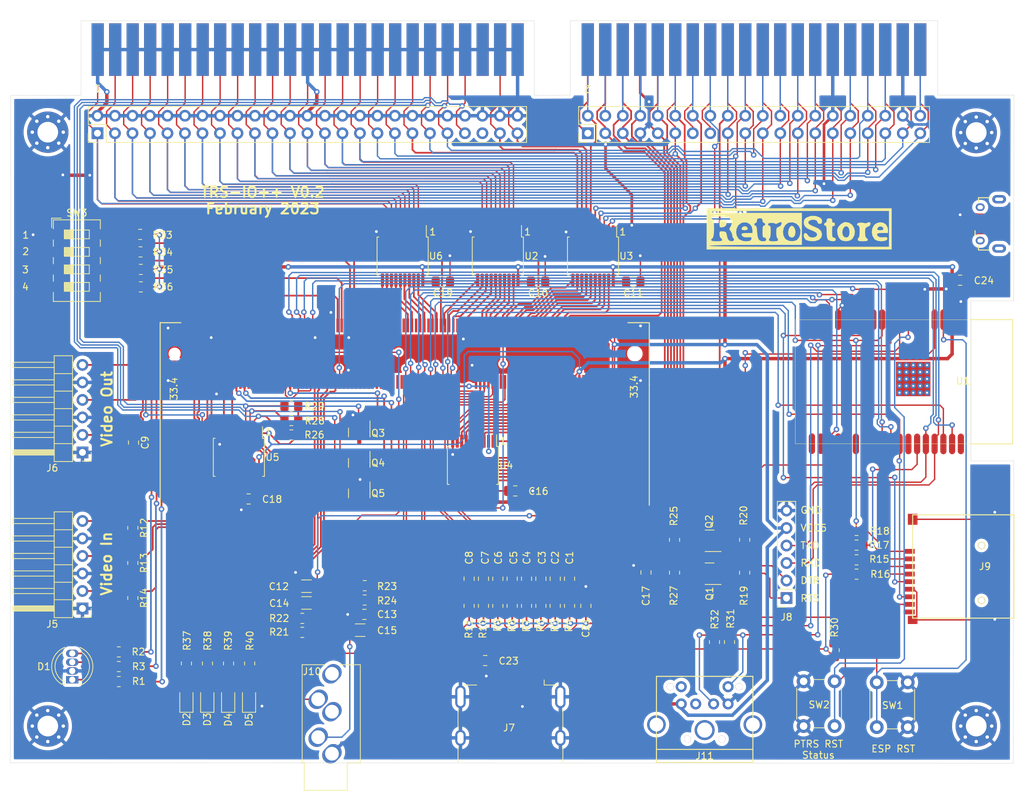
<source format=kicad_pcb>
(kicad_pcb (version 20211014) (generator pcbnew)
  (layers (0 "F.Cu" signal) (31 "B.Cu" signal) (34 "B.Paste" user) (35 "F.Paste" user) (36 "B.SilkS" user "B.Silkscreen") (37 "F.SilkS" user "F.Silkscreen") (38 "B.Mask" user) (39 "F.Mask" user) (44 "Edge.Cuts" user))
  (net 0 "")
  (net 1 "CASS_IN")
  (net 2 "GND")
  (net 3 "+5V")
  (net 4 "+3V3")
  (net 5 "PS2_DATA")
  (net 6 "PS2_CLK")
  (net 7 "CS_SD")
  (net 8 "MOSI")
  (net 9 "SCK")
  (net 10 "+3.3V")
  (net 11 "CASS_OUT")
  (net 13 "TXD0")
  (net 14 "RXD0")
  (net 19 "I00")
  (net 27 "_A0")
  (net 28 "_A1")
  (net 29 "_A2")
  (net 30 "_A3")
  (net 31 "ESP_RESET")
  (net 32 "_A4")
  (net 33 "_A5")
  (net 34 "CS_FPGA")
  (net 35 "_A6")
  (net 36 "_A7")
  (net 37 "_A8")
  (net 38 "ESP_S0")
  (net 39 "_A9")
  (net 40 "ESP_S1")
  (net 41 "_A10")
  (net 42 "ESP_S2")
  (net 43 "_A11")
  (net 44 "ESP_S3")
  (net 46 "_A12")
  (net 49 "REQ")
  (net 52 "_A13")
  (net 53 "_A14")
  (net 54 "DONE")
  (net 55 "_A15")
  (net 56 "ABUS_EN")
  (net 57 "ABUS_DIR")
  (net 58 "_D0")
  (net 59 "_D1")
  (net 60 "_D2")
  (net 61 "_D3")
  (net 62 "_D4")
  (net 63 "_D5")
  (net 64 "_D6")
  (net 65 "_D7")
  (net 66 "DBUS_EN")
  (net 67 "DBUS_DIR")
  (net 68 "_RAS_N")
  (net 69 "_OUT_N")
  (net 70 "_IN_N")
  (net 71 "_RD_N")
  (net 72 "_WR_N")
  (net 73 "_IOREQ_N")
  (net 74 "_M1_N")
  (net 75 "_RESET_N")
  (net 76 "CTRL_DIR")
  (net 77 "CTRL_EN")
  (net 80 "CTRL1_EN")
  (net 83 "EXTIOSEL_IN_N")
  (net 84 "WAIT_IN_N")
  (net 85 "INT_IN_N")
  (net 86 "CONF_1")
  (net 87 "CONF_2")
  (net 88 "CONF_3")
  (net 89 "CONF_4")
  (net 100 "VIDEO_O")
  (net 101 "HSYNC_O")
  (net 110 "VSYNC_O")
  (net 112 "HSYNCX")
  (net 113 "VSYNCX")
  (net 149 "D0")
  (net 150 "D1")
  (net 151 "D2")
  (net 152 "D3")
  (net 153 "D4")
  (net 154 "D5")
  (net 155 "D6")
  (net 156 "D7")
  (net 157 "A0")
  (net 158 "A1")
  (net 159 "A2")
  (net 160 "A3")
  (net 161 "A4")
  (net 162 "A5")
  (net 163 "A6")
  (net 164 "A7")
  (net 165 "IN_N")
  (net 166 "OUT_N")
  (net 167 "RESET_N")
  (net 168 "EXTIOSEL_N")
  (net 170 "M1_N")
  (net 171 "IOREQ_N")
  (net 172 "SYSRES_N")
  (net 173 "RAS_N")
  (net 174 "A10")
  (net 175 "CAS_N")
  (net 176 "A13")
  (net 177 "A12")
  (net 178 "A15")
  (net 179 "A14")
  (net 180 "A11")
  (net 181 "A8")
  (net 182 "INTACK_N")
  (net 183 "WR_N")
  (net 184 "MUX")
  (net 185 "RD_N")
  (net 186 "A9")
  (net 187 "INT_N")
  (net 188 "TEST_N")
  (net 189 "WAIT_N")
  (net 190 "5V")
  (net 192 "MISO")
  (net 193 "INT")
  (net 194 "WAIT")
  (net 195 "EXTIOSEL")
  (net 196 "LED_RED")
  (net 197 "LED_GREEN")
  (net 198 "LED_BLUE")
  (net 199 "BUTTON")
  (net 200 "VIDEOX")
  (net 201 "ABUS_DIR_N")
  (net 202 "VIDEO")
  (net 205 "VSYNC")
  (net 206 "HSYNC")
  (net 207 "Net-(J8-Pad1)")
  (net 208 "Net-(J8-Pad2)")
  (net 209 "Net-(J9-Pad1)")
  (net 210 "Net-(J9-Pad8)")
  (net 216 "HDMI_TX2_P")
  (net 217 "/D2+")
  (net 218 "HDMI_TX2_N")
  (net 219 "/D2-")
  (net 220 "HDMI_TX1_P")
  (net 221 "/D1+")
  (net 222 "HDMI_TX1_N")
  (net 223 "/D1-")
  (net 224 "HDMI_TX0_P")
  (net 225 "/D0+")
  (net 226 "HDMI_TX0_N")
  (net 227 "/D0-")
  (net 228 "HDMI_TXC_P")
  (net 229 "/CK+")
  (net 230 "HDMI_TXC_N")
  (net 231 "/CK-")
  (net 232 "Net-(C13-Pad1)")
  (net 233 "Net-(C14-Pad1)")
  (net 234 "Net-(C15-Pad1)")
  (net 235 "LED1")
  (net 236 "LED2")
  (net 237 "LED3")
  (net 238 "LED4")
  (net 247 "Net-(Q1-Pad1)")
  (net 248 "Net-(Q2-Pad1)")
  (net 249 "Net-(D1-Pad1)")
  (net 250 "Net-(D1-Pad3)")
  (net 251 "Net-(D1-Pad4)")
  (net 252 "JTAG_TMS")
  (net 253 "JTAG_TCK")
  (net 255 "Net-(D2-Pad2)")
  (net 256 "Net-(D3-Pad2)")
  (net 257 "Net-(D4-Pad2)")
  (net 258 "Net-(D5-Pad2)")
  (footprint "Package_TO_SOT_SMD:SOT-23" (layer "F.Cu") (at 122.741333 120.7332 180)
    (fp_text reference "Q2")
    (fp_text value "MMBT3904")
  )
  (footprint "Resistor_SMD:R_0805_2012Metric_Pad1.20x1.40mm_HandSolder" (layer "F.Cu") (at 40.0812 76.2508 180)
    (fp_text reference "R33")
    (fp_text value "4K7")
  )
  (footprint "Capacitor_SMD:C_0805_2012Metric_Pad1.18x1.45mm_HandSolder" (layer "F.Cu") (at 113.504266 125.326 90)
    (fp_text reference "C17")
    (fp_text value "100N")
  )
  (footprint "Resistor_SMD:R_0805_2012Metric_Pad1.20x1.40mm_HandSolder" (layer "F.Cu") (at 52.914732 138.5316 -90)
    (fp_text reference "R39")
    (fp_text value "100")
  )
  (footprint "Capacitor_SMD:C_1206_3216Metric_Pad1.33x1.80mm_HandSolder" (layer "F.Cu") (at 72.014499 133.698599)
    (fp_text reference "C15")
    (fp_text value "10U")
  )
  (footprint "Resistor_SMD:R_0805_2012Metric_Pad1.20x1.40mm_HandSolder" (layer "F.Cu") (at 94.0816 130.175 90)
    (fp_text reference "R8")
    (fp_text value "50")
  )
  (footprint "Resistor_SMD:R_0805_2012Metric_Pad1.20x1.40mm_HandSolder" (layer "F.Cu") (at 55.9758 138.5316 -90)
    (fp_text reference "R40")
    (fp_text value "100")
  )
  (footprint "Button_Switch_SMD:SW_DIP_SPSTx04_Slide_6.7x11.72mm_W8.61mm_P2.54mm_LowProfile" (layer "F.Cu") (at 30.8864 80.0608)
    (fp_text reference "SW3")
    (fp_text value "SW_DIP_x04")
  )
  (footprint "Resistor_SMD:R_0805_2012Metric_Pad1.20x1.40mm_HandSolder" (layer "F.Cu") (at 62.0268 101.1936 180)
    (fp_text reference "R29")
    (fp_text value "4K7")
  )
  (footprint "LED_SMD:LED_0805_2012Metric_Pad1.15x1.40mm_HandSolder" (layer "F.Cu") (at 49.823666 143.764 90)
    (fp_text reference "D3")
    (fp_text value "LED")
  )
  (footprint "Capacitor_SMD:C_0805_2012Metric_Pad1.18x1.45mm_HandSolder" (layer "F.Cu") (at 94.52805 113.4872 180)
    (fp_text reference "C16")
    (fp_text value "0.1uF")
  )
  (footprint "Resistor_SMD:R_0805_2012Metric_Pad1.20x1.40mm_HandSolder" (layer "F.Cu") (at 117.6528 125.356 -90)
    (fp_text reference "R27")
    (fp_text value "4K7")
  )
  (footprint "Resistor_SMD:R_0805_2012Metric_Pad1.20x1.40mm_HandSolder" (layer "F.Cu") (at 89.916 130.175 90)
    (fp_text reference "R10")
    (fp_text value "50")
  )
  (footprint "Resistor_SMD:R_0805_2012Metric_Pad1.20x1.40mm_HandSolder" (layer "F.Cu") (at 40.1828 81.3308 180)
    (fp_text reference "R35")
    (fp_text value "4K7")
  )
  (footprint "LED_SMD:LED_0805_2012Metric_Pad1.15x1.40mm_HandSolder" (layer "F.Cu") (at 46.7926 143.764 90)
    (fp_text reference "D2")
    (fp_text value "LED")
  )
  (footprint "Resistor_SMD:R_0805_2012Metric_Pad1.20x1.40mm_HandSolder" (layer "F.Cu") (at 96.1644 130.175 90)
    (fp_text reference "R7")
    (fp_text value "50")
  )
  (footprint "MountingHole:MountingHole_3mm_Pad_Via" (layer "F.Cu") (at 161.4424 147.6248)
    (fp_text reference "H3" hide)
    (fp_text value "MountingHole_Pad")
  )
  (footprint "Resistor_SMD:R_0805_2012Metric_Pad1.20x1.40mm_HandSolder" (layer "F.Cu") (at 144.0688 125.5776)
    (fp_text reference "R16")
    (fp_text value "10K")
  )
  (footprint "Capacitor_SMD:C_1206_3216Metric_Pad1.33x1.80mm_HandSolder" (layer "F.Cu") (at 64.225099 127.314799 180)
    (fp_text reference "C12")
    (fp_text value "1U")
  )
  (footprint "Capacitor_SMD:C_0805_2012Metric_Pad1.18x1.45mm_HandSolder" (layer "F.Cu") (at 91.9988 126.238 -90)
    (fp_text reference "C6")
    (fp_text value "100n")
  )
  (footprint "Resistor_SMD:R_0805_2012Metric_Pad1.20x1.40mm_HandSolder" (layer "F.Cu") (at 40.132 78.7908 180)
    (fp_text reference "R34")
    (fp_text value "4K7")
  )
  (footprint "Resistor_SMD:R_0805_2012Metric_Pad1.20x1.40mm_HandSolder" (layer "F.Cu") (at 36.9824 136.8552 180)
    (fp_text reference "R2")
    (fp_text value "100")
  )
  (footprint "Capacitor_SMD:C_0805_2012Metric_Pad1.18x1.45mm_HandSolder" (layer "F.Cu") (at 96.1644 126.238 -90)
    (fp_text reference "C4")
    (fp_text value "100n")
  )
  (footprint "Resistor_SMD:R_0805_2012Metric_Pad1.20x1.40mm_HandSolder" (layer "F.Cu") (at 127.829866 125.356 90)
    (fp_text reference "R19")
    (fp_text value "12K")
  )
  (footprint "Resistor_SMD:R_0805_2012Metric_Pad1.20x1.40mm_HandSolder" (layer "F.Cu") (at 125.6284 135.4328 -90)
    (fp_text reference "R31")
    (fp_text value "2K")
  )
  (footprint "Capacitor_SMD:C_0805_2012Metric_Pad1.18x1.45mm_HandSolder" (layer "F.Cu") (at 98.2472 126.238 -90)
    (fp_text reference "C3")
    (fp_text value "100n")
  )
  (footprint "Capacitor_SMD:C_0805_2012Metric_Pad1.18x1.45mm_HandSolder" (layer "F.Cu") (at 89.916 126.238 -90)
    (fp_text reference "C7")
    (fp_text value "100n")
  )
  (footprint "MountingHole:MountingHole_3mm_Pad_Via" (layer "F.Cu") (at 161.4424 61.468)
    (fp_text reference "H2" hide)
    (fp_text value "MountingHole_Pad")
  )
  (footprint "Capacitor_SMD:C_0805_2012Metric_Pad1.18x1.45mm_HandSolder" (layer "F.Cu") (at 102.4128 126.238 -90)
    (fp_text reference "C1")
    (fp_text value "100n")
  )
  (footprint "Button_Switch_THT:SW_PUSH_6mm" (layer "F.Cu") (at 136.3832 147.6236 90)
    (fp_text reference "SW2")
    (fp_text value "PTRS_RESET/STATUS")
  )
  (footprint "Connector_PinHeader_2.54mm:PinHeader_2x20_P2.54mm_Vertical" (layer "F.Cu") (at 105.0594 61.5696 90)
    (fp_text reference "J2" hide)
    (fp_text value "TRS-80 M1 Pin Connector")
  )
  (footprint "PocketTRS_Connectors:Jack_3.5mm_CUI_SJ1-3535NG_Horizontal_CircularHoles" (layer "F.Cu") (at 67.919599 151.637999 180)
    (fp_text reference "J10")
    (fp_text value "AudioJack3")
  )
  (footprint "Capacitor_SMD:C_0805_2012Metric_Pad1.18x1.45mm_HandSolder" (layer "F.Cu") (at 84.0232 83.1088 180)
    (fp_text reference "C19")
    (fp_text value "0.1uF")
  )
  (footprint "Capacitor_SMD:C_0805_2012Metric_Pad1.18x1.45mm_HandSolder" (layer "F.Cu") (at 87.8332 126.238 -90)
    (fp_text reference "C8")
    (fp_text value "100n")
  )
  (footprint "Capacitor_SMD:C_0805_2012Metric_Pad1.18x1.45mm_HandSolder" (layer "F.Cu") (at 90.17 138.1125)
    (fp_text reference "C23")
    (fp_text value "100n")
  )
  (footprint "Package_TO_SOT_SMD:SOT-23" (layer "F.Cu") (at 71.882 105.0036 -90)
    (fp_text reference "Q3")
    (fp_text value "2N7002")
  )
  (footprint "trs-io-m1:HDMI_A_Molex_208658-1001_Horizontal" (layer "F.Cu") (at 93.8276 145.9048 -90)
    (fp_text reference "J7")
    (fp_text value "HDMI_A")
  )
  (footprint "PocketTRS_Connectors:TFP09-2-12B" (layer "F.Cu") (at 162.2157 124.46 90)
    (fp_text reference "J9")
    (fp_text value "SD_Card")
  )
  (footprint "Resistor_SMD:R_0805_2012Metric_Pad1.20x1.40mm_HandSolder" (layer "F.Cu") (at 40.1828 83.8708 180)
    (fp_text reference "R36")
    (fp_text value "4K7")
  )
  (footprint "Connector_PinSocket_2.54mm:PinSocket_1x06_P2.54mm_Vertical" (layer "F.Cu") (at 133.900866 129.0394 180)
    (fp_text reference "J8")
    (fp_text value "Programmer")
  )
  (footprint "Resistor_SMD:R_0805_2012Metric_Pad1.20x1.40mm_HandSolder" (layer "F.Cu") (at 144.0688 121.3612)
    (fp_text reference "R17")
    (fp_text value "10K")
  )
  (footprint "Resistor_SMD:R_0805_2012Metric_Pad1.20x1.40mm_HandSolder" (layer "F.Cu") (at 39.0144 123.952 -90)
    (fp_text reference "R13")
    (fp_text value "10K")
  )
  (footprint "Resistor_SMD:R_0805_2012Metric_Pad1.20x1.40mm_HandSolder" (layer "F.Cu") (at 62.0268 105.3592 180)
    (fp_text reference "R26")
    (fp_text value "4K7")
  )
  (footprint "Package_TO_SOT_SMD:SOT-23" (layer "F.Cu") (at 71.882 109.4232 -90)
    (fp_text reference "Q4")
    (fp_text value "2N7002")
  )
  (footprint "Button_Switch_THT:SW_PUSH_6mm" (layer "F.Cu") (at 147.0004 147.776 90)
    (fp_text reference "SW1")
    (fp_text value "ESP_RESET")
  )
  (footprint "LOGO" (layer "F.Cu") (at 135.7376 75.3872)
    (fp_text reference "G1" hide)
    (fp_text value "LOGO" hide)
  )
  (footprint "Resistor_SMD:R_0805_2012Metric_Pad1.20x1.40mm_HandSolder" (layer "F.Cu") (at 123.444 135.4328 -90)
    (fp_text reference "R32")
    (fp_text value "2K")
  )
  (footprint "Connector_PinHeader_2.54mm:PinHeader_1x06_P2.54mm_Horizontal" (layer "F.Cu") (at 31.7054 130.556 180)
    (fp_text reference "J5")
    (fp_text value "Conn_01x06_Male")
  )
  (footprint "Resistor_SMD:R_0805_2012Metric_Pad1.20x1.40mm_HandSolder" (layer "F.Cu") (at 144.0688 119.2276)
    (fp_text reference "R18")
    (fp_text value "10K")
  )
  (footprint "Resistor_SMD:R_0805_2012Metric_Pad1.20x1.40mm_HandSolder" (layer "F.Cu") (at 36.9824 141.1732 180)
    (fp_text reference "R1")
    (fp_text value "100")
  )
  (footprint "trs-io-m3:SSOP-20_5.3x7.2mm_P0.65mm_slim" (layer "F.Cu") (at 105.8164 79.4004 -90)
    (fp_text reference "U3")
    (fp_text value "74LVC245")
  )
  (footprint "Package_TO_SOT_SMD:SOT-23" (layer "F.Cu") (at 122.741333 125.506 180)
    (fp_text reference "Q1")
    (fp_text value "MMBT3904")
  )
  (footprint "LED_SMD:LED_0805_2012Metric_Pad1.15x1.40mm_HandSolder" (layer "F.Cu") (at 52.854732 143.764 90)
    (fp_text reference "D4")
    (fp_text value "LED")
  )
  (footprint "trs-io-m3:SSOP-20_5.3x7.2mm_P0.65mm_slim" (layer "F.Cu") (at 88.38125 109.7788 -90)
    (fp_text reference "U4")
    (fp_text value "74LVC245")
  )
  (footprint "esp32-wrover:ESP32-WROVER" (layer "F.Cu") (at 160.1216 97.6376 -90)
    (fp_text reference "U1")
    (fp_text value "ESP32-WROVER-B" hide)
  )
  (footprint "Capacitor_SMD:C_0805_2012Metric_Pad1.18x1.45mm_HandSolder" (layer "F.Cu") (at 104.775 130.175 90)
    (fp_text reference "C21")
    (fp_text value "100n")
  )
  (footprint "Resistor_SMD:R_0805_2012Metric_Pad1.20x1.40mm_HandSolder" (layer "F.Cu") (at 140.8176 136.6012 90)
    (fp_text reference "R30")
    (fp_text value "4K7")
  )
  (footprint "MountingHole:MountingHole_3mm_Pad_Via" (layer "F.Cu") (at 26.67 61.4172)
    (fp_text reference "H1" hide)
    (fp_text value "MountingHole_Pad")
  )
  (footprint "Resistor_SMD:R_0805_2012Metric_Pad1.20x1.40mm_HandSolder" (layer "F.Cu") (at 72.674899 129.329799 180)
    (fp_text reference "R24")
    (fp_text value "150R")
  )
  (footprint "Package_TO_SOT_SMD:SOT-23" (layer "F.Cu") (at 71.882 113.8428 -90)
    (fp_text reference "Q5")
    (fp_text value "2N7002")
  )
  (footprint "Capacitor_SMD:C_0805_2012Metric_Pad1.18x1.45mm_HandSolder" (layer "F.Cu") (at 94.0816 126.238 -90)
    (fp_text reference "C5")
    (fp_text value "100n")
  )
  (footprint "Resistor_SMD:R_0805_2012Metric_Pad1.20x1.40mm_HandSolder" (layer "F.Cu") (at 39.0144 118.855999 -90)
    (fp_text reference "R12")
    (fp_text value "10K")
  )
  (footprint "Resistor_SMD:R_0805_2012Metric_Pad1.20x1.40mm_HandSolder" (layer "F.Cu") (at 63.615499 131.988399 180)
    (fp_text reference "R22")
    (fp_text value "4K7")
  )
  (footprint "PocketTRS_Connectors:USBmicro-B" (layer "F.Cu") (at 164.7697 74.7268 90)
    (fp_text reference "J12")
    (fp_text value "USB_B_Micro")
  )
  (footprint "Capacitor_SMD:C_0805_2012Metric_Pad1.18x1.45mm_HandSolder" (layer "F.Cu") (at 111.6584 83.1088 180)
    (fp_text reference "C11")
    (fp_text value "0.1uF")
  )
  (footprint "Resistor_SMD:R_0805_2012Metric_Pad1.20x1.40mm_HandSolder" (layer "F.Cu") (at 62.0268 103.2764 180)
    (fp_text reference "R28")
    (fp_text value "4K7")
  )
  (footprint "Resistor_SMD:R_0805_2012Metric_Pad1.20x1.40mm_HandSolder" (layer "F.Cu") (at 72.674899 127.246999 180)
    (fp_text reference "R23")
    (fp_text value "270R")
  )
  (footprint "Resistor_SMD:R_0805_2012Metric_Pad1.20x1.40mm_HandSolder" (layer "F.Cu") (at 102.4128 130.175 90)
    (fp_text reference "R4")
    (fp_text value "50")
  )
  (footprint "Capacitor_SMD:C_0805_2012Metric_Pad1.18x1.45mm_HandSolder" (layer "F.Cu") (at 159.1056 82.9056 180)
    (fp_text reference "C24")
    (fp_text value "100n")
  )
  (footprint "Resistor_SMD:R_0805_2012Metric_Pad1.20x1.40mm_HandSolder" (layer "F.Cu") (at 49.853666 138.5316 -90)
    (fp_text reference "R38")
    (fp_text value "100")
  )
  (footprint "trs-io-m1:TRSEDGE" (layer "F.Cu") (at 129.0574 47.6504 180)
    (fp_text reference "J4" hide)
    (fp_text value "TRS-80 M1 Edge Connector")
  )
  (footprint "PocketTRS_Connectors:EDGE50" (layer "F.Cu") (at 72.644 49.4284 180)
    (fp_text reference "J3" hide)
    (fp_text value "TRS-80 M3 Edge Connector")
  )
  (footprint "Resistor_SMD:R_0805_2012Metric_Pad1.20x1.40mm_HandSolder" (layer "F.Cu") (at 127.829866 120.5832 -90)
    (fp_text reference "R20")
    (fp_text value "12K")
  )
  (footprint "trs-io-m3:SSOP-20_5.3x7.2mm_P0.65mm_slim" (layer "F.Cu") (at 91.9988 79.4004 -90)
    (fp_text reference "U2")
    (fp_text value "74LVC245")
  )
  (footprint "Capacitor_SMD:C_0805_2012Metric_Pad1.18x1.45mm_HandSolder" (layer "F.Cu") (at 100.33 126.238 -90)
    (fp_text reference "C2")
    (fp_text value "100n")
  )
  (footprint "LED_THT:LED_D5.0mm-4_RGB" (layer "F.Cu") (at 30.224 140.8908 90)
    (fp_text reference "D1")
    (fp_text value "LED_RKBG")
  )
  (footprint "PocketTRS_Connectors:minidin_6_ps2_pcb_mount" (layer "F.Cu") (at 122.0216 146.6596 180)
    (fp_text reference "J11")
    (fp_text value "Mini-DIN-6" hide)
  )
  (footprint "Tang20K:DDR3_socket" (layer "F.Cu") (at 78.486 93.5697 -90)
    (fp_text reference "Conn1" hide)
    (fp_text value "Conn_DDR3_Socket")
  )
  (footprint "Resistor_SMD:R_0805_2012Metric_Pad1.20x1.40mm_HandSolder" (layer "F.Cu") (at 46.7926 138.5316 -90)
    (fp_text reference "R37")
    (fp_text value "100")
  )
  (footprint "Resistor_SMD:R_0805_2012Metric_Pad1.20x1.40mm_HandSolder" (layer "F.Cu") (at 100.33 130.175 90)
    (fp_text reference "R5")
    (fp_text value "50")
  )
  (footprint "Resistor_SMD:R_0805_2012Metric_Pad1.20x1.40mm_HandSolder" (layer "F.Cu") (at 36.9824 138.9888 180)
    (fp_text reference "R3")
    (fp_text value "100")
  )
  (footprint "Connector_PinHeader_2.54mm:PinHeader_2x25_P2.54mm_Vertical" (layer "F.Cu") (at 33.8836 61.5696 90)
    (fp_text reference "J1" hide)
    (fp_text value "TRS-80 M3 Pin Header")
  )
  (footprint "Resistor_SMD:R_0805_2012Metric_Pad1.20x1.40mm_HandSolder" (layer "F.Cu") (at 117.6528 120.5832 90)
    (fp_text reference "R25")
    (fp_text value "4K7")
  )
  (footprint "LED_SMD:LED_0805_2012Metric_Pad1.15x1.40mm_HandSolder" (layer "F.Cu") (at 55.8858 143.764 90)
    (fp_text reference "D5")
    (fp_text value "LED")
  )
  (footprint "Resistor_SMD:R_0805_2012Metric_Pad1.20x1.40mm_HandSolder" (layer "F.Cu") (at 87.8332 130.175 90)
    (fp_text reference "R11")
    (fp_text value "50")
  )
  (footprint "Resistor_SMD:R_0805_2012Metric_Pad1.20x1.40mm_HandSolder" (layer "F.Cu") (at 91.9988 130.175 90)
    (fp_text reference "R9")
    (fp_text value "50")
  )
  (footprint "Connector_PinHeader_2.54mm:PinHeader_1x06_P2.54mm_Horizontal" (layer "F.Cu") (at 31.7054 107.8992 180)
    (fp_text reference "J6")
    (fp_text value "Conn_01x06_Male")
  )
  (footprint "Capacitor_SMD:C_0805_2012Metric_Pad1.18x1.45mm_HandSolder" (layer "F.Cu") (at 55.8292 114.6556 180)
    (fp_text reference "C18")
    (fp_text value "0.1uF")
  )
  (footprint "Resistor_SMD:R_0805_2012Metric_Pad1.20x1.40mm_HandSolder" (layer "F.Cu") (at 39.0144 129.032 -90)
    (fp_text reference "R14")
    (fp_text value "10K")
  )
  (footprint "trs-io-m3:SSOP-20_5.3x7.2mm_P0.65mm_slim" (layer "F.Cu") (at 54.4068 108.6104 -90)
    (fp_text reference "U5")
    (fp_text value "74LVC245")
  )
  (footprint "MountingHole:MountingHole_3mm_Pad_Via" (layer "F.Cu") (at 26.67 147.6248)
    (fp_text reference "H4" hide)
    (fp_text value "MountingHole_Pad")
  )
  (footprint "Capacitor_SMD:C_0805_2012Metric_Pad1.18x1.45mm_HandSolder" (layer "F.Cu") (at 97.8408 83.1088 180)
    (fp_text reference "C10")
    (fp_text value "0.1uF")
  )
  (footprint "Resistor_SMD:R_0805_2012Metric_Pad1.20x1.40mm_HandSolder" (layer "F.Cu") (at 144.0688 123.4948)
    (fp_text reference "R15")
    (fp_text value "10K")
  )
  (footprint "Resistor_SMD:R_0805_2012Metric_Pad1.20x1.40mm_HandSolder" (layer "F.Cu") (at 98.2472 130.175 90)
    (fp_text reference "R6")
    (fp_text value "50")
  )
  (footprint "Resistor_SMD:R_0805_2012Metric_Pad1.20x1.40mm_HandSolder" (layer "F.Cu") (at 63.615499 134.020399)
    (fp_text reference "R21")
    (fp_text value "4K7")
  )
  (footprint "trs-io-m3:SSOP-20_5.3x7.2mm_P0.65mm_slim" (layer "F.Cu") (at 78.1812 79.4004 -90)
    (fp_text reference "U6")
    (fp_text value "74LVC245")
  )
  (footprint "Capacitor_SMD:C_0805_2012Metric_Pad1.18x1.45mm_HandSolder" (layer "F.Cu") (at 39.116 106.4768 -90)
    (fp_text reference "C9")
    (fp_text value "100")
  )
  (footprint "Capacitor_SMD:C_0805_2012Metric_Pad1.18x1.45mm_HandSolder" (layer "F.Cu") (at 72.624099 131.412599 180)
    (fp_text reference "C13")
    (fp_text value "100N")
  )
  (footprint "Capacitor_SMD:C_1206_3216Metric_Pad1.33x1.80mm_HandSolder" (layer "F.Cu") (at 64.225099 129.753199)
    (fp_text reference "C14")
    (fp_text value "10U")
  )
  (gr_line (start 166.8907 109.1438) (end 166.8272 153.009599) (layer "Edge.Cuts") (width 0.05))
  (gr_line (start 155.8544 45.2374) (end 102.5144 45.2374) (layer "Edge.Cuts") (width 0.05))
  (gr_line (start 102.5144 56.0324) (end 102.5144 45.2374) (layer "Edge.Cuts") (width 0.05))
  (gr_line (start 97.282 56.0578) (end 97.282 45.2628) (layer "Edge.Cuts") (width 0.05))
  (gr_circle (center 162.2044 129.3876) (end 162.6616 129.2352) (layer "Edge.Cuts") (width 0.05) (fill none))
  (gr_line (start 160.6677 109.1438) (end 166.8907 109.1438) (layer "Edge.Cuts") (width 0.05))
  (gr_line (start 21.2344 152.9588) (end 21.2852 56.0832) (layer "Edge.Cuts") (width 0.05))
  (gr_line (start 160.6677 109.1438) (end 160.6677 85.9028) (layer "Edge.Cuts") (width 0.05))
  (gr_line (start 102.5144 56.0324) (end 97.282 56.0578) (layer "Edge.Cuts") (width 0.05))
  (gr_circle (center 162.2044 121.412) (end 162.6108 121.158) (layer "Edge.Cuts") (width 0.05) (fill none))
  (gr_line (start 155.8544 56.0324) (end 155.8544 45.2374) (layer "Edge.Cuts") (width 0.05))
  (gr_line (start 166.8907 85.9028) (end 166.9288 56.0324) (layer "Edge.Cuts") (width 0.05))
  (gr_line (start 21.2852 56.0832) (end 31.496 56.0578) (layer "Edge.Cuts") (width 0.05))
  (gr_line (start 31.496 56.0578) (end 31.496 45.2628) (layer "Edge.Cuts") (width 0.05))
  (gr_line (start 97.282 45.2628) (end 31.496 45.2628) (layer "Edge.Cuts") (width 0.05))
  (gr_line (start 160.6677 85.9028) (end 166.8907 85.9028) (layer "Edge.Cuts") (width 0.05))
  (gr_line (start 166.9288 56.0324) (end 155.8544 56.0324) (layer "Edge.Cuts") (width 0.05))
  (gr_line (start 166.8272 153.009599) (end 21.2344 152.9588) (layer "Edge.Cuts") (width 0.05))
  (gr_text "1" (at 110.1344 75.8952) (layer "F.SilkS") (effects (font (size 1 1))))
  (gr_text "2" (at 23.4696 78.74) (layer "F.SilkS") (effects (font (size 1 1))))
  (gr_text "ESP RST" (at 149.4028 150.9268) (layer "F.SilkS") (effects (font (size 1 1))))
  (gr_text "DTR" (at 138.804781 126.492) (layer "F.SilkS") (effects (font (size 1 1)) (justify right)))
  (gr_text "4" (at 23.4188 83.8708) (layer "F.SilkS") (effects (font (size 1 1))))
  (gr_text "Video In" (at 35.2044 124.0536 90) (layer "F.SilkS") (effects (font (size 1.5 1.5) (thickness 0.3))))
  (gr_text "TRS-IO++ V0.2\nFebruary 2023" (at 57.8612 71.3232) (layer "F.SilkS") (effects (font (size 1.5 1.5) (thickness 0.3))))
  (gr_text "RTS" (at 138.757162 129.0828) (layer "F.SilkS") (effects (font (size 1 1)) (justify right)))
  (gr_text "3" (at 23.4188 81.3816) (layer "F.SilkS") (effects (font (size 1 1))))
  (gr_text "GND" (at 139.090495 116.2812) (layer "F.SilkS") (effects (font (size 1 1)) (justify right)))
  (gr_text "2" (at 105.0036 55.117999 180) (layer "F.SilkS") (effects (font (size 1 1))))
  (gr_text "1" (at 82.55 75.8952) (layer "F.SilkS") (effects (font (size 1 1))))
  (gr_text "VCC5" (at 139.8524 118.872) (layer "F.SilkS") (effects (font (size 1 1)) (justify right)))
  (gr_text "RXD" (at 138.995257 123.952) (layer "F.SilkS") (effects (font (size 1 1)) (justify right)))
  (gr_text "1" (at 96.3168 75.8952) (layer "F.SilkS") (effects (font (size 1 1))))
  (gr_text "Video Out" (at 35.2552 101.6 90) (layer "F.SilkS") (effects (font (size 1.5 1.5) (thickness 0.3))))
  (gr_text "1" (at 92.75005 106.2736) (layer "F.SilkS") (effects (font (size 1 1))))
  (gr_text "PTRS RST\nStatus" (at 138.5316 151.0284) (layer "F.SilkS") (effects (font (size 1 1))))
  (gr_text "TXD" (at 138.757162 121.412) (layer "F.SilkS") (effects (font (size 1 1)) (justify right)))
  (gr_text "1" (at 23.4696 76.3524) (layer "F.SilkS") (effects (font (size 1 1))))
  (gr_text "1" (at 33.8836 55.0672 180) (layer "F.SilkS") (effects (font (size 1 1))))
  (gr_text "1" (at 58.674 104.9528) (layer "F.SilkS") (effects (font (size 1 1))))
  (segment (start 65.787599 130.816299) (end 64.615499 131.988399) (width 0.2) (layer "F.Cu") (net 1))
  (segment (start 65.787599 125.322001) (end 65.8368 125.2728) (width 0.2) (layer "F.Cu") (net 1))
  (segment (start 155.4016 92.7564) (end 155.4016 88.6376) (width 0.2) (layer "F.Cu") (net 1))
  (segment (start 65.787599 127.314799) (end 65.787599 125.322001) (width 0.2) (layer "F.Cu") (net 1))
  (segment (start 127.9144 95.2881) (end 127.9144 116.1796) (width 0.2) (layer "F.Cu") (net 1))
  (segment (start 65.787599 127.314799) (end 65.787599 129.753199) (width 0.2) (layer "F.Cu") (net 1))
  (segment (start 154.54 93.618) (end 155.4016 92.7564) (width 0.2) (layer "F.Cu") (net 1))
  (segment (start 65.787599 129.753199) (end 65.787599 130.816299) (width 0.2) (layer "F.Cu") (net 1))
  (segment (start 127.9144 93.43511) (end 128.09729 93.618) (width 0.2) (layer "F.Cu") (net 1))
  (segment (start 128.09729 93.618) (end 154.54 93.618) (width 0.2) (layer "F.Cu") (net 1))
  (segment (start 64.615499 131.988399) (end 64.615499 134.020399) (width 0.2) (layer "F.Cu") (net 1))
  (segment (start 127.9144 116.1796) (end 127 117.094) (width 0.2) (layer "F.Cu") (net 1))
  (segment (start 127 117.094) (end 96.5835 117.094) (width 0.2) (layer "F.Cu") (net 1))
  (via (at 127.9144 95.2881) (size 0.8) (drill 0.4) (layers "F.Cu" "B.Cu") (net 1))
  (via (at 96.5835 117.094) (size 0.8) (drill 0.4) (layers "F.Cu" "B.Cu") (net 1))
  (via (at 65.8368 125.2728) (size 0.8) (drill 0.4) (layers "F.Cu" "B.Cu") (net 1))
  (via (at 127.9144 93.43511) (size 0.8) (drill 0.4) (layers "F.Cu" "B.Cu") (net 1))
  (segment (start 65.8368 117.602) (end 66.3448 117.094) (width 0.2) (layer "B.Cu") (net 1))
  (segment (start 65.8368 125.2728) (end 65.8368 117.602) (width 0.2) (layer "B.Cu") (net 1))
  (segment (start 66.3448 117.094) (end 96.5835 117.094) (width 0.2) (layer "B.Cu") (net 1))
  (segment (start 127.9144 93.43511) (end 127.9144 95.2881) (width 0.2) (layer "B.Cu") (net 1))
  (segment (start 57.636 96.4697) (end 57.736 96.3697) (width 0.2) (layer "F.Cu") (net 2))
  (segment (start 46.7476 144.764) (end 49.808666 144.764) (width 0.2) (layer "F.Cu") (net 2))
  (segment (start 66.636 96.4697) (end 66.536 96.3697) (width 0.2) (layer "F.Cu") (net 2))
  (segment (start 39.0144 130.032) (end 38.4904 130.556) (width 0.2) (layer "F.Cu") (net 2))
  (segment (start 63.136 98.9697) (end 64.6957 98.9697) (width 0.2) (layer "F.Cu") (net 2))
  (segment (start 57.936 89.4697) (end 57.936 90.6697) (width 0.2) (layer "F.Cu") (net 2))
  (segment (start 55.9308 144.764) (end 57.7248 144.764) (width 0.2) (layer "F.Cu") (net 2))
  (segment (start 96.7641 90.7697) (end 96.0075 90.7697) (width 0.2) (layer "F.Cu") (net 2))
  (segment (start 26.5814 76.2508) (end 24.5872 76.2508) (width 0.2) (layer "F.Cu") (net 2))
  (segment (start 57.536 96.3697) (end 57.636 96.4697) (width 0.2) (layer "F.Cu") (net 2))
  (segment (start 51.6029 90.7697) (end 51.336 90.5028) (width 0.2) (layer "F.Cu") (net 2))
  (segment (start 102.936 89.4697) (end 102.936 90.6697) (width 0.2) (layer "F.Cu") (net 2))
  (segment (start 159.2116 88.6376) (end 159.2116 86.0088) (width 0.381) (layer "F.Cu") (net 2))
  (segment (start 108.036 97.6697) (end 108.036 98.8697) (width 0.2) (layer "F.Cu") (net 2))
  (segment (start 32.766 67.6656) (end 28.9052 67.6656) (width 0.50038) (layer "F.Cu") (net 2))
  (segment (start 107.6325 63.1825) (end 107.6325 66.675) (width 0.381) (layer "F.Cu") (net 2))
  (segment (start 56.136 90.6697) (end 56.236 90.7697) (width 0.2) (layer "F.Cu") (net 2))
  (segment (start 57.7187 90.7697) (end 57.936 90.5524) (width 0.2) (layer "F.Cu") (net 2))
  (segment (start 69.636 96.6324) (end 70.3072 95.9612) (width 0.2) (layer "F.Cu") (net 2))
  (segment (start 106.236 97.6697) (end 106.236 98.8697) (width 0.2) (layer "F.Cu") (net 2))
  (segment (start 161.8157 116.71) (end 164.0108 116.71) (width 0.2) (layer "F.Cu") (net 2))
  (segment (start 139.3444 60.304604) (end 140.619404 59.0296) (width 0.381) (layer "F.Cu") (net 2))
  (segment (start 94.9325 144.78) (end 95.5675 144.78) (width 0.25) (layer "F.Cu") (net 2))
  (segment (start 69.27635 94.9056) (end 68.6704 94.9056) (width 0.2) (layer "F.Cu") (net 2))
  (segment (start 67.836 97.6697) (end 67.836 96.4697) (width 0.2) (layer "F.Cu") (net 2))
  (segment (start 64.3636 58.5089) (end 65.7225 57.15) (width 0.50038) (layer "F.Cu") (net 2))
  (segment (start 93.3276 144.7626) (end 93.345 144.78) (width 0.25) (layer "F.Cu") (net 2))
  (segment (start 99.036 96.4697) (end 98.936 96.3697) (width 0.2) (layer "F.Cu") (net 2))
  (segment (start 72.4916 109.519196) (end 71.458104 108.4857) (width 0.2) (layer "F.Cu") (net 2))
  (segment (start 85.0607 83.1088) (end 85.0607 79.3711) (width 0.2) (layer "F.Cu") (net 2))
  (segment (start 90.761 96.3697) (end 90.636 96.4947) (width 0.2) (layer "F.Cu") (net 2))
  (segment (start 39.0144 124.952) (end 38.4904 125.476) (width 0.2) (layer "F.Cu") (net 2))
  (segment (start 58.036 90.7697) (end 59.4459 90.7697) (width 0.2) (layer "F.Cu") (net 2))
  (segment (start 61.236 96.4697) (end 61.236 97.6697) (width 0.2) (layer "F.Cu") (net 2))
  (segment (start 101.136 89.4697) (end 101.136 90.6697) (width 0.2) (layer "F.Cu") (net 2))
  (segment (start 95.5675 144.78) (end 97.79 144.78) (width 0.25) (layer "F.Cu") (net 2))
  (segment (start 95.56555 113.4872) (end 97.06805 113.4872) (width 0.2) (layer "F.Cu") (net 2))
  (segment (start 102.736 98.9697) (end 104.311 98.9697) (width 0.2) (layer "F.Cu") (net 2))
  (segment (start 92.336 96.3697) (end 90.761 96.3697) (width 0.2) (layer "F.Cu") (net 2))
  (segment (start 49.336 96.3697) (end 50.7513 96.3697) (width 0.2) (layer "F.Cu") (net 2))
  (segment (start 141.4016 88.6376) (end 141.4016 87.1637) (width 0.2) (layer "F.Cu") (net 2))
  (segment (start 52.7818 105.1104) (end 52.1318 105.1104) (width 0.25) (layer "F.Cu") (net 2))
  (segment (start 72.00505 111.83225) (end 72.4916 111.3457) (width 0.2) (layer "F.Cu") (net 2))
  (segment (start 61.636 90.7697) (end 62.4939 90.7697) (width 0.2) (layer "F.Cu") (net 2))
  (segment (start 106.536 89.4697) (end 106.536 90.6697) (width 0.2) (layer "F.Cu") (net 2))
  (segment (start 100.836 96.4697) (end 100.736 96.3697) (width 0.2) (layer "F.Cu") (net 2))
  (segment (start 50.3936 91.2368) (end 49.784 91.2368) (width 0.2) (layer "F.Cu") (net 2))
  (segment (start 28.9052 67.6656) (end 28.8544 67.6148) (width 0.50038) (layer "F.Cu") (net 2))
  (segment (start 90.636 97.6697) (end 90.636 96.4697) (width 0.2) (layer "F.Cu") (net 2))
  (segment (start 97.8276 144.78) (end 97.8276 142.6198) (width 0.25) (layer "F.Cu") (net 2))
  (segment (start 93.936 90.4982) (end 93.936 89.4697) (width 0.2) (layer "F.Cu") (net 2))
  (segment (start 59.736 90.6697) (end 59.836 90.7697) (width 0.2) (layer "F.Cu") (net 2))
  (segment (start 56.1567 96.3697) (end 56.436 96.649) (width 0.2) (layer "F.Cu") (net 2))
  (segment (start 97.536 89.4697) (end 97.536 90.6697) (width 0.2) (layer "F.Cu") (net 2))
  (segment (start 102.8914 75.9004) (end 101.91 75.9004) (width 0.2) (layer "F.Cu") (net 2))
  (segment (start 64.411 90.7697) (end 64.536 90.6447) (width 0.2) (layer "F.Cu") (net 2))
  (segment (start 26.5814 78.7908) (end 26.5814 76.2508) (width 0.2) (layer "F.Cu") (net 2))
  (segment (start 96.161 96.3697) (end 96.036 96.4947) (width 0.2) (layer "F.Cu") (net 2))
  (segment (start 164.0108 116.71) (end 164.1348 116.586) (width 0.2) (layer "F.Cu") (net 2))
  (segment (start 152.8157 128.21) (end 152.3657 127.76) (width 0.2) (layer "F.Cu") (net 2))
  (segment (start 52.8221 90.7697) (end 52.536 90.4836) (width 0.2) (layer "F.Cu") (net 2))
  (segment (start 69.936 90.8148) (end 70.358 91.2368) (width 0.2) (layer "F.Cu") (net 2))
  (segment (start 24.5872 76.2508) (end 24.5364 76.3016) (width 0.2) (layer "F.Cu") (net 2))
  (segment (start 109.836 97.6697) (end 109.836 98.8697) (width 0.2) (layer "F.Cu") (net 2))
  (segment (start 104.311 98.9697) (end 104.436 98.8447) (width 0.2) (layer "F.Cu") (net 2))
  (segment (start 107.736 90.6697) (end 107.636 90.7697) (width 0.2) (layer "F.Cu") (net 2))
  (segment (start 51.036 96.4697) (end 51.136 96.3697) (width 0.2) (layer "F.Cu") (net 2))
  (segment (start 94.136 96.3697) (end 92.561 96.3697) (width 0.2) (layer "F.Cu") (net 2))
  (segment (start 112.6959 79.3711) (end 112.6744 79.3496) (width 0.2) (layer "F.Cu") (net 2))
  (segment (start 64.836 96.4947) (end 64.836 97.6697) (width 0.2) (layer "F.Cu") (net 2))
  (segment (start 64.836 98.8294) (end 64.836 97.6697) (width 0.2) (layer "F.Cu") (net 2))
  (segment (start 59.4459 90.7697) (end 59.736 90.4796) (width 0.2) (layer "F.Cu") (net 2))
  (segment (start 107.936 98.9697) (end 106.4881 98.9697) (width 0.2) (layer "F.Cu") (net 2))
  (segment (start 70.3072 95.9612) (end 70.3072 95.93645) (width 0.2) (layer "F.Cu") (net 2))
  (segment (start 71.458104 108.4857) (end 70.932 108.4857) (width 0.2) (layer "F.Cu") (net 2))
  (segment (start 106.536 90.6697) (end 106.436 90.7697) (width 0.2) (layer "F.Cu") (net 2))
  (segment (start 65.7225 57.15) (end 65.7225 55.5625) (width 0.50038) (layer "F.Cu") (net 2))
  (segment (start 61.1744 97.7313) (end 61.1744 99.58405) (width 0.2) (layer "F.Cu") (net 2))
  (segment (start 99.236 90.7697) (end 97.8075 90.7697) (width 0.2) (layer "F.Cu") (net 2))
  (segment (start 51.4818 105.1104) (end 51.4818 106.5865) (width 0.25) (layer "F.Cu") (net 2))
  (segment (start 91.2075 138.1125) (end 91.2075 139.4753) (width 0.25) (layer "F.Cu") (net 2))
  (segment (start 61.136 96.3697) (end 61.236 96.4697) (width 0.2) (layer "F.Cu") (net 2))
  (segment (start 95.936 96.3697) (end 94.361 96.3697) (width 0.2) (layer "F.Cu") (net 2))
  (segment (start 102.636 98.8697) (end 102.736 98.9697) (width 0.2) (layer "F.Cu") (net 2))
  (segment (start 92.036 90.7697) (end 90.0275 90.7697) (width 0.2) (layer "F.Cu") (net 2))
  (segment (start 64.536 90.9012) (end 64.8716 91.2368) (width 0.2) (layer "F.Cu") (net 2))
  (segment (start 152.2157 117.61) (end 160.9157 117.61) (width 0.2) (layer "F.Cu") (net 2))
  (segment (start 99.336 89.4697) (end 99.336 90.6697) (width 0.2) (layer "F.Cu") (net 2))
  (segment (start 94.236 96.4697) (end 94.136 96.3697) (width 0.2) (layer "F.Cu") (net 2))
  (segment (start 102.536 96.3697) (end 101.1113 96.3697) (width 0.2) (layer "F.Cu") (net 2))
  (segment (start 106.8225 90.7697) (end 106.536 90.4832) (width 0.2) (layer "F.Cu") (net 2))
  (segment (start 105.0075 90.7697) (end 104.736 90.4982) (width 0.2) (layer "F.Cu") (net 2))
  (segment (start 88.836 96.4947) (end 88.836 97.6697) (width 0.2) (layer "F.Cu") (net 2))
  (segment (start 51.036 97.6697) (end 51.036 96.4697) (width 0.2) (layer "F.Cu") (net 2))
  (segment (start 95.736 89.4697) (end 95.736 90.6697) (width 0.2) (layer "F.Cu") (net 2))
  (segment (start 100.836 97.6697) (end 100.836 96.4697) (width 0.2) (layer "F.Cu") (net 2))
  (segment (start 35.2425 57.15) (end 35.2425 55.5625) (width 0.50038) (layer "F.Cu") (net 2))
  (segment (start 113.9444 56.9976) (end 112.6744 55.7276) (width 0.381) (layer "F.Cu") (net 2))
  (segment (start 99.3119 96.3697) (end 99.036 96.6456) (width 0.2) (layer "F.Cu") (net 2))
  (segment (start 101.136 90.6697) (end 101.036 90.7697) (width 0.2) (layer "F.Cu") (net 2))
  (segment (start 51.1048 91.2368) (end 50.3936 91.2368) (width 0.2) (layer "F.Cu") (net 2))
  (segment (start 70.932 104.0661) (end 70.932 102.4992) (width 0.2) (layer "F.Cu") (net 2))
  (segment (start 112.6959 83.1088) (end 112.6959 79.3711) (width 0.2) (layer "F.Cu") (net 2))
  (segment (start 54.7917 114.6556) (end 54.7917 116.2011) (width 0.25) (layer "F.Cu") (net 2))
  (segment (start 75.2562 75.9004) (end 74.4272 75.9004) (width 0.2) (layer "F.Cu") (net 2))
  (segment (start 89.3981 90.7697) (end 89.136 90.5076) (width 0.2) (layer "F.Cu") (net 2))
  (segment (start 66.536 96.3697) (end 64.961 96.3697) (width 0.2) (layer "F.Cu") (net 2))
  (segment (start 33.9725 58.42) (end 35.2425 57.15) (width 0.50038) (layer "F.Cu") (net 2))
  (segment (start 104.775 129.18) (end 104.775 127.36) (width 0.25) (layer "F.Cu") (net 2))
  (segment (start 141.4016 87.1637) (end 142.0021 86.5632) (width 0.2) (layer "F.Cu") (net 2))
  (segment (start 51.136 96.3697) (end 52.5801 96.3697) (width 0.2) (layer "F.Cu") (net 2))
  (segment (start 61.411 90.7697) (end 61.536 90.6447) (width 0.2) (layer "F.Cu") (net 2))
  (segment (start 54.636 97.6697) (end 54.636 96.4697) (width 0.2) (layer "F.Cu") (net 2))
  (segment (start 89.136 90.5076) (end 89.136 89.4697) (width 0.2) (layer "F.Cu") (net 2))
  (segment (start 59.1841 96.3697) (end 59.436 96.6216) (width 0.2) (layer "F.Cu") (net 2))
  (segment (start 102.636 96.4697) (end 102.536 96.3697) (width 0.2) (layer "F.Cu") (net 2))
  (segment (start 64.8716 91.2368) (end 65.4812 91.2368) (width 0.2) (layer "F.Cu") (net 2))
  (segment (start 56.436 96.4697) (end 56.536 96.3697) (width 0.2) (layer "F.Cu") (net 2))
  (segment (start 102.636 97.6697) (end 102.636 98.8697) (width 0.2) (layer "F.Cu") (net 2))
  (segment (start 101.3567 90.7697) (end 101.136 90.549) (width 0.2) (layer "F.Cu") (net 2))
  (segment (start 102.936 90.6697) (end 102.836 90.7697) (width 0.2) (layer "F.Cu") (net 2))
  (segment (start 51.4818 106.5865) (end 51.6261 106.7308) (width 0.25) (layer "F.Cu") (net 2))
  (segment (start 109.836 98.8697) (end 109.736 98.9697) (width 0.2) (layer "F.Cu") (net 2))
  (segment (start 106.136 98.9697) (end 104.6593 98.9697) (width 0.2) (layer "F.Cu") (net 2))
  (segment (start 52.536 89.4697) (end 52.536 90.6697) (width 0.2) (layer "F.Cu") (net 2))
  (segment (start 49.236 97.6697) (end 49.236 96.4697) (width 0.2) (layer "F.Cu") (net 2))
  (segment (start 62.662599 125.349799) (end 62.6364 125.3236) (width 0.2) (layer "F.Cu") (net 2))
  (segment (start 52.436 90.7697) (end 51.6029 90.7697) (width 0.2) (layer "F.Cu") (net 2))
  (segment (start 139.3444 68.8975) (end 139.3444 60.304604) (width 0.381) (layer "F.Cu") (net 2))
  (segment (start 59.436 97.6697) (end 59.436 96.4697) (width 0.2) (layer "F.Cu") (net 2))
  (segment (start 52.1318 105.1104) (end 51.4818 105.1104) (width 0.25) (layer "F.Cu") (net 2))
  (segment (start 67.736 96.3697) (end 67.2063 96.3697) (width 0.2) (layer "F.Cu") (net 2))
  (segment (start 157.09191 84.1756) (end 154.0256 84.1756) (width 0.50038) (layer "F.Cu") (net 2))
  (segment (start 49.784 91.2368) (end 49.536 90.9888) (width 0.2) (layer "F.Cu") (net 2))
  (segment (start 61.536 90.6697) (end 61.636 90.7697) (width 0.2) (layer "F.Cu") (net 2))
  (segment (start 160.9157 117.61) (end 161.8157 116.71) (width 0.2) (layer "F.Cu") (net 2))
  (segment (start 57.736 96.3697) (end 59.1841 96.3697) (width 0.2) (layer "F.Cu") (net 2))
  (segment (start 111.7283 124.2885) (end 111.7092 124.3076) (width 0.2) (layer "F.Cu") (net 2))
  (segment (start 50.7513 96.3697) (end 51.036 96.6544) (width 0.2) (layer "F.Cu") (net 2))
  (segment (start 90.2737 96.3697) (end 88.961 96.3697) (width 0.2) (layer "F.Cu") (net 2))
  (segment (start 51.336 91.0056) (end 51.1048 91.2368) (width 0.2) (layer "F.Cu") (net 2))
  (segment (start 98.936 96.3697) (end 96.7719 96.3697) (width 0.2) (layer "F.Cu") (net 2))
  (segment (start 104.436 98.8447) (end 104.436 97.6697) (width 0.2) (layer "F.Cu") (net 2))
  (segment (start 107.736 89.4697) (end 107.736 90.6697) (width 0.2) (layer "F.Cu") (net 2))
  (segment (start 52.536 90.6697) (end 52.436 90.7697) (width 0.2) (layer "F.Cu") (net 2))
  (segment (start 90.3276 140.3656) (end 90.3224 140.3604) (width 0.2) (layer "F.Cu") (net 2))
  (segment (start 62.615499 131.988399) (end 63.625099 130.978799) (width 0.2) (layer "F.Cu") (net 2))
  (segment (start 67.836 96.4697) (end 67.736 96.3697) (width 0.2) (layer "F.Cu") (net 2))
  (segment (start 96.7641 90.7697) (end 96.7641 96.3577) (width 0.2) (layer "F.Cu") (net 2))
  (segment (start 104.6593 98.9697) (end 104.436 98.7464) (width 0.2) (layer "F.Cu") (net 2))
  (segment (start 90.536 96.3697) (end 90.2737 96.3697) (width 0.2) (layer "F.Cu") (net 2))
  (segment (start 38.474399 120.396) (end 31.7054 120.396) (width 0.2) (layer "F.Cu") (net 2))
  (segment (start 38.7311 107.8992) (end 31.7054 107.8992) (width 0.2) (layer "F.Cu") (net 2))
  (segment (start 70.932 112.9053) (end 72.00505 111.83225) (width 0.2) (layer "F.Cu") (net 2))
  (segment (start 57.7248 144.764) (end 57.7596 144.7292) (width 0.2) (layer "F.Cu") (net 2))
  (segment (start 97.536 90.6697) (end 97.436 90.7697) (width 0.2) (layer "F.Cu") (net 2))
  (segment (start 67.2063 96.3697) (end 66.9015 96.3697) (width 0.2) (layer "F.Cu") (net 2))
  (segment (start 157.04111 84.2264) (end 157.09191 84.1756) (width 0.2) (layer "F.Cu") (net 2))
  (segment (start 51.036 99.2911) (end 51.1605 99.4156) (width 0.2) (layer "F.Cu") (net 2))
  (segment (start 96.7719 96.3697) (end 96.161 96.3697) (width 0.2) (layer "F.Cu") (net 2))
  (segment (start 56.436 97.6697) (end 56.436 96.4697) (width 0.2) (layer "F.Cu") (net 2))
  (segment (start 54.736 96.3697) (end 56.1567 96.3697) (width 0.2) (layer "F.Cu") (net 2))
  (segment (start 92.436 96.4697) (end 92.336 96.3697) (width 0.2) (layer "F.Cu") (net 2))
  (segment (start 106.236 98.8697) (end 106.136 98.9697) (width 0.2) (layer "F.Cu") (net 2))
  (segment (start 88.961 96.3697) (end 88.836 96.4947) (width 0.2) (layer "F.Cu") (net 2))
  (segment (start 152.2157 132.21) (end 152.8157 131.61) (width 0.2) (layer "F.Cu") (net 2))
  (segment (start 85.0607 79.3711) (end 85.0392 79.3496) (width 0.2) (layer "F.Cu") (net 2))
  (segment (start 101.1113 96.3697) (end 100.836 96.645) (width 0.2) (layer "F.Cu") (net 2))
  (segment (start 152.8157 131.61) (end 152.8157 128.21) (width 0.2) (layer "F.Cu") (net 2))
  (segment (start 102.636 97.6697) (end 102.636 96.4697) (width 0.2) (layer "F.Cu") (net 2))
  (segment (start 49.236 96.4697) (end 49.336 96.3697) (width 0.2) (layer "F.Cu") (net 2))
  (segment (start 51.336 89.4697) (end 51.336 91.0056) (width 0.2) (layer "F.Cu") (net 2))
  (segment (start 66.9015 96.3697) (end 66.636 96.6352) (width 0.2) (layer "F.Cu") (net 2))
  (segment (start 101.91 75.9004) (end 101.9048 75.8952) (width 0.2) (layer "F.Cu") (net 2))
  (segment (start 95.636 90.7697) (end 94.2075 90.7697) (width 0.2) (layer "F.Cu") (net 2))
  (segment (start 161.5185 73.4268) (end 159.1264 73.4268) (width 0.50038) (layer "F.Cu") (net 2))
  (segment (start 93.345 144.78) (end 94.9325 144.78) (width 0.25) (layer "F.Cu") (net 2))
  (segment (start 154.0256 84.1756) (end 153.9748 84.2264) (width 0.50038) (layer "F.Cu") (net 2))
  (segment (start 96.3276 142.6198) (end 96.3276 144.78) (width 0.25) (layer "F.Cu") (net 2))
  (segment (start 59.836 90.7697) (end 61.411 90.7697) (width 0.2) (layer "F.Cu") (net 2))
  (segment (start 96.7641 96.3577) (end 96.7719 96.3655) (width 0.2) (layer "F.Cu") (net 2))
  (segment (start 64.536 89.4697) (end 64.536 90.9012) (width 0.2) (layer "F.Cu") (net 2))
  (segment (start 161.8157 132.21) (end 164.0556 132.21) (width 0.2) (layer "F.Cu") (net 2))
  (segment (start 51.036 97.6697) (end 51.036 99.2911) (width 0.2) (layer "F.Cu") (net 2))
  (segment (start 104.736 90.6697) (end 104.636 90.7697) (width 0.2) (layer "F.Cu") (net 2))
  (segment (start 108.036 98.8697) (end 107.936 98.9697) (width 0.2) (layer "F.Cu") (net 2))
  (segment (start 112.6744 55.7276) (end 112.6744 49.4284) (width 0.381) (layer "F.Cu") (net 2))
  (segment (start 56.236 90.7697) (end 57.7187 90.7697) (width 0.2) (layer "F.Cu") (net 2))
  (segment (start 101.036 90.7697) (end 99.5567 90.7697) (width 0.2) (layer "F.Cu") (net 2))
  (segment (start 95.736 90.6697) (end 95.636 90.7697) (width 0.2) (layer "F.Cu") (net 2))
  (segment (start 54.336 89.4697) (end 54.336 90.6697) (width 0.2) (layer "F.Cu") (net 2))
  (segment (start 74.4272 75.9004) (end 74.3712 75.8444) (width 0.2) (layer "F.Cu") (net 2))
  (segment (start 89.0738 75.9004) (end 88.0924 75.9004) (width 0.2) (layer "F.Cu") (net 2))
  (segment (start 64.961 96.3697) (end 64.836 96.4947) (width 0.2) (layer "F.Cu") (net 2))
  (segment (start 70.932 102.4992) (end 70.9676 102.4636) (width 0.2) (layer "F.Cu") (net 2))
  (segment (start 38.4904 130.556) (end 31.7054 130.556) (width 0.2) (layer "F.Cu") (net 2))
  (segment (start 160.1431 82.9056) (end 160.1431 85.0685) (width 0.381) (layer "F.Cu") (net 2))
  (segment (start 104.736 89.4697) (end 104.736 90.6697) (width 0.2) (layer "F.Cu") (net 2))
  (segment (start 88.0924 75.9004) (end 88.0364 75.8444) (width 0.2) (layer "F.Cu") (net 2))
  (segment (start 97.436 90.7697) (end 96.7641 90.7697) (width 0.2) (layer "F.Cu") (net 2))
  (segment (start 54.4089 96.3697) (end 54.636 96.5968) (width 0.2) (layer "F.Cu") (net 2))
  (segment (start 90.2737 91.0159) (end 90.2737 96.3697) (width 0.2) (layer "F.Cu") (net 2))
  (segment (start 94.236 97.6697) (end 94.236 96.4697) (width 0.2) (layer "F.Cu") (net 2))
  (segment (start 63.625099 130.978799) (end 63.625099 128.277299) (width 0.2) (layer "F.Cu") (net 2))
  (segment (start 159.2116 86.0088) (end 159.2072 86.0044) (width 0.381) (layer "F.Cu") (net 2))
  (segment (start 92.136 89.4697) (end 92.136 90.6697) (width 0.2) (layer "F.Cu") (net 2))
  (segment (start 90.0275 90.7697) (end 89.3981 90.7697) (width 0.2) (layer "F.Cu") (net 2))
  (segment (start 49.536 90.9888) (end 49.536 89.4697) (width 0.2) (layer "F.Cu") (net 2))
  (segment (start 54.636 96.4697) (end 54.736 96.3697) (width 0.2) (layer "F.Cu") (net 2))
  (segment (start 92.136 90.6697) (end 92.036 90.7697) (width 0.2) (layer "F.Cu") (net 2))
  (segment (start 54.336 90.6697) (end 54.236 90.7697) (width 0.2) (layer "F.Cu") (net 2))
  (segment (start 98.8783 79.4727) (end 98.8568 79.4512) (width 0.2) (layer "F.Cu") (net 2))
  (segment (start 99.036 97.6697) (end 99.036 96.4697) (width 0.2) (layer "F.Cu") (net 2))
  (segment (start 97.79 144.78) (end 97.8276 144.7424) (width 0.25) (layer "F.Cu") (net 2))
  (segment (start 109.536 90.6697) (end 109.836 90.9697) (width 0.2) (layer "F.Cu") (net 2))
  (segment (start 90.636 96.4697) (end 90.536 96.3697) (width 0.2) (layer "F.Cu") (net 2))
  (segment (start 39.0144 119.855999) (end 38.474399 120.396) (width 0.2) (layer "F.Cu") (net 2))
  (segment (start 61.1744 99.58405) (end 61.58445 99.9941) (width 0.2) (layer "F.Cu") (net 2))
  (segment (start 63.625099 128.277299) (end 62.662599 127.314799) (width 0.2) (layer "F.Cu") (net 2))
  (segment (start 90.0275 90.7697) (end 90.2737 91.0159) (width 0.2) (layer "F.Cu") (net 2))
  (segment (start 56.536 96.3697) (end 57.536 96.3697) (width 0.2) (layer "F.Cu") (net 2))
  (segment (start 57.636 97.6697) (end 57.636 96.4697) (width 0.2) (layer "F.Cu") (net 2))
  (segment (start 103.2157 90.7697) (end 102.936 90.49) (width 0.2) (layer "F.Cu") (net 2))
  (segment (start 152.2157 132.21) (end 161.8157 132.21) (width 0.2) (layer "F.Cu") (net 2))
  (segment (start 99.5567 90.7697) (end 99.336 90.549) (width 0.2) (layer "F.Cu") (net 2))
  (segment (start 59.436 96.4697) (end 59.536 96.3697) (width 0.2) (layer "F.Cu") (net 2))
  (segment (start 57.936 90.6697) (end 58.036 90.7697) (width 0.2) (layer "F.Cu") (net 2))
  (segment (start 96.0075 90.7697) (end 95.736 90.4982) (width 0.2) (layer "F.Cu") (net 2))
  (segment (start 61.58445 99.9941) (end 62.2103 99.9941) (width 0.2) (layer "F.Cu") (net 2))
  (segment (start 52.936 96.3697) (end 54.4089 96.3697) (width 0.2) (layer "F.Cu") (net 2))
  (segment (start 85.45625 108.19335) (end 85.4456 108.204) (width 0.25) (layer "F.Cu") (net 2))
  (segment (start 107.636 90.7697) (end 106.8225 90.7697) (width 0.2) (layer "F.Cu") (net 2))
  (segment (start 49.808666 144.764) (end 52.869732 144.764) (width 0.2) (layer "F.Cu") (net 2))
  (segment (start 66.636 97.6697) (end 66.636 96.4697) (width 0.2) (layer "F.Cu") (net 2))
  (segment (start 64.6957 98.9697) (end 64.836 98.8294) (width 0.2) (layer "F.Cu") (net 2))
  (segment (start 107.6325 66.675) (end 111.4425 70.485) (width 0.381) (layer "F.Cu") (net 2))
  (segment (start 62.736 90.6697) (end 62.836 90.7697) (width 0.2) (layer "F.Cu") (net 2))
  (segment (start 94.2075 90.7697) (end 93.936 90.4982) (width 0.2) (layer "F.Cu") (net 2))
  (segment (start 65.4812 91.2368) (end 65.9892 91.2368) (width 0.2) (layer "F.Cu") (net 2))
  (segment (start 111.4425 70.485) (end 111.4425 74.93) (width 0.381) (layer "F.Cu") (net 2))
  (segment (start 59.536 96.3697) (end 61.136 96.3697) (width 0.2) (layer "F.Cu") (net 2))
  (segment (start 69.936 89.4697) (end 69.936 90.8148) (width 0.2) (layer "F.Cu") (net 2))
  (segment (start 62.4939 90.7697) (end 62.736 90.5276) (width 0.2) (layer "F.Cu") (net 2))
  (segment (start 52.5801 96.3697) (end 52.836 96.6256) (width 0.2) (layer "F.Cu") (net 2))
  (segment (start 98.8783 83.1088) (end 98.8783 79.4727) (width 0.2) (layer "F.Cu") (net 2))
  (segment (start 54.236 90.7697) (end 52.8221 90.7697) (width 0.2) (layer "F.Cu") (net 2))
  (segment (start 72.4916 111.3457) (end 72.4916 109.519196) (width 0.2) (layer "F.Cu") (net 2))
  (segment (start 71.586599 131.412599) (end 70.212601 131.412599) (width 0.2) (layer "F.Cu") (net 2))
  (segment (start 68.136 89.4697) (end 68.136 87.948) (width 0.2) (layer "F.Cu") (net 2))
  (segment (start 94.361 96.3697) (end 94.236 96.4947) (width 0.2) (layer "F.Cu") (net 2))
  (segment (start 70.212601 131.412599) (end 70.2056 131.4196) (width 0.2) (layer "F.Cu") (net 2))
  (segment (start 66.336 90.89) (end 66.336 89.4697) (width 0.2) (layer "F.Cu") (net 2))
  (segment (start 97.8075 90.7697) (end 97.536 90.4982) (width 0.2) (layer "F.Cu") (net 2))
  (segment (start 61.536 89.4697) (end 61.536 90.6697) (width 0.2) (layer "F.Cu") (net 2))
  (segment (start 62.736 89.4697) (end 62.736 90.6697) (width 0.2) (layer "F.Cu") (net 2))
  (segment (start 90.3276 142.6198) (end 90.3276 140.3656) (width 0.2) (layer "F.Cu") (net 2))
  (segment (start 52.836 96.4697) (end 52.936 96.3697) (width 0.2) (layer "F.Cu") (net 2))
  (segment (start 109.536 89.4697) (end 109.536 90.6697) (width 0.2) (layer "F.Cu") (net 2))
  (segment (start 96.7719 96.3655) (end 96.7719 96.3697) (width 0.2) (layer "F.Cu") (net 2))
  (segment (start 52.836 97.6697) (end 52.836 96.4697) (width 0.2) (layer "F.Cu") (net 2))
  (segment (start 91.2075 139.4753) (end 90.3224 140.3604) (width 0.25) (layer "F.Cu") (net 2))
  (segment (start 69.636 97.6697) (end 69.636 96.6324) (width 0.2) (layer "F.Cu") (net 2))
  (segment (start 109.736 98.9697) (end 108.3169 98.9697) (width 0.2) (layer "F.Cu") (net 2))
  (segment (start 93.3276 142.6198) (end 93.3276 144.7626) (width 0.25) (layer "F.Cu") (net 2))
  (segment (start 100.736 96.3697) (end 99.3119 96.3697) (width 0.2) (layer "F.Cu") (net 2))
  (segment (start 32.7152 67.6148) (end 32.766 67.6656) (width 0.2) (layer "F.Cu") (net 2))
  (segment (start 85.45625 106.2788) (end 85.45625 108.19335) (width 0.25) (layer "F.Cu") (net 2))
  (segment (start 65.9892 91.2368) (end 66.336 90.89) (width 0.2) (layer "F.Cu") (net 2))
  (segment (start 92.436 97.6697) (end 92.436 96.4697) (width 0.2) (layer "F.Cu") (net 2))
  (segment (start 68.6704 94.9056) (end 67.2063 96.3697) (width 0.2) (layer "F.Cu") (net 2))
  (segment (start 109.836 90.9697) (end 109.836 97.6697) (width 0.2) (layer "F.Cu") (net 2))
  (segment (start 26.5814 83.8708) (end 26.5814 81.3308) (width 0.2) (layer "F.Cu") (net 2))
  (segment (start 160.1431 85.0685) (end 159.2072 86.0044) (width 0.381) (layer "F.Cu") (net 2))
  (segment (start 62.662599 127.314799) (end 62.662599 125.349799) (width 0.2) (layer "F.Cu") (net 2))
  (segment (start 99.336 90.6697) (end 99.236 90.7697) (width 0.2) (layer "F.Cu") (net 2))
  (segment (start 52.869732 144.764) (end 55.9308 144.764) (width 0.2) (layer "F.Cu") (net 2))
  (segment (start 159.1264 73.4268) (end 159.1056 73.406) (width 0.50038) (layer "F.Cu") (net 2))
  (segment (start 113.504266 124.2885) (end 111.7283 124.2885) (width 0.2) (layer "F.Cu") (net 2))
  (segment (start 106.436 90.7697) (end 105.0075 90.7697) (width 0.2) (layer "F.Cu") (net 2))
  (segment (start 54.7917 116.2011) (end 54.7624 116.2304) (width 0.25) (layer "F.Cu") (net 2))
  (segment (start 164.0556 132.21) (end 164.1348 132.1308) (width 0.2) (layer "F.Cu") (net 2))
  (segment (start 26.5814 81.3308) (end 26.5814 78.7908) (width 0.2) (layer "F.Cu") (net 2))
  (segment (start 96.036 96.4697) (end 95.936 96.3697) (width 0.2) (layer "F.Cu") (net 2))
  (segment (start 68.136 87.948) (end 67.7672 87.5792) (width 0.2) (layer "F.Cu") (net 2))
  (segment (start 108.3169 98.9697) (end 108.036 98.6888) (width 0.2) (layer "F.Cu") (net 2))
  (segment (start 70.3072 95.93645) (end 69.27635 94.9056) (width 0.2) (layer "F.Cu") (net 2))
  (segment (start 63.036 99.1684) (end 63.036 97.6697) (width 0.2) (layer "F.Cu") (net 2))
  (segment (start 59.736 89.4697) (end 59.736 90.6697) (width 0.2) (layer "F.Cu") (net 2))
  (segment (start 62.836 90.7697) (end 64.411 90.7697) (width 0.2) (layer "F.Cu") (net 2))
  (segment (start 33.8836 58.5089) (end 33.9725 58.42) (width 0.50038) (layer "F.Cu") (net 2))
  (segment (start 96.036 97.6697) (end 96.036 96.4697) (width 0.2) (layer "F.Cu") (net 2))
  (segment (start 92.561 96.3697) (end 92.436 96.4947) (width 0.2) (layer "F.Cu") (net 2))
  (segment (start 104.636 90.7697) (end 103.2157 90.7697) (width 0.2) (layer "F.Cu") (net 2))
  (segment (start 102.836 90.7697) (end 101.3567 90.7697) (width 0.2) (layer "F.Cu") (net 2))
  (segment (start 62.2103 99.9941) (end 63.036 99.1684) (width 0.2) (layer "F.Cu") (net 2))
  (segment (start 38.4904 125.476) (end 31.7054 125.476) (width 0.2) (layer "F.Cu") (net 2))
  (segment (start 71.674899 129.329799) (end 71.674899 131.324299) (width 0.2) (layer "F.Cu") (net 2))
  (segment (start 106.4881 98.9697) (end 106.236 98.7176) (width 0.2) (layer "F.Cu") (net 2))
  (segment (start 94.8276 142.6198) (end 94.8276 144.78) (width 0.25) (layer "F.Cu") (net 2))
  (segment (start 56.136 89.4697) (end 56.136 90.6697) (width 0.2) (layer "F.Cu") (net 2))
  (via (at 112.6744 79.3496) (size 0.8) (drill 0.4) (layers "F.Cu" "B.Cu") (net 2))
  (via (at 142.0021 86.5632) (size 0.8) (drill 0.4) (layers "F.Cu" "B.Cu") (net 2))
  (via (at 67.7672 87.5792) (size 0.8) (drill 0.4) (layers "F.Cu" "B.Cu") (net 2))
  (via (at 159.1056 73.406) (size 0.8) (drill 0.4) (layers "F.Cu" "B.Cu") (net 2))
  (via (at 104.775 127.36) (size 0.8) (drill 0.4) (layers "F.Cu" "B.Cu") (net 2))
  (via (at 70.3072 95.9612) (size 0.8) (drill 0.4) (layers "F.Cu" "B.Cu") (net 2))
  (via (at 153.9748 84.2264) (size 0.8) (drill 0.4) (layers "F.Cu" "B.Cu") (net 2))
  (via (at 32.766 67.6656) (size 0.8) (drill 0.4) (layers "F.Cu" "B.Cu") (net 2))
  (via (at 72.00505 111.83225) (size 0.8) (drill 0.4) (layers "F.Cu" "B.Cu") (net 2))
  (via (at 74.3712 75.8444) (size 0.8) (drill 0.4) (layers "F.Cu" "B.Cu") (net 2))
  (via (at 51.1605 99.4156) (size 0.8) (drill 0.4) (layers "F.Cu" "B.Cu") (net 2))
  (via (at 95.5675 144.78) (size 0.8) (drill 0.4) (layers "F.Cu" "B.Cu") (net 2))
  (via (at 62.6364 125.3236) (size 0.8) (drill 0.4) (layers "F.Cu" "B.Cu") (net 2))
  (via (at 90.3224 140.3604) (size 0.8) (drill 0.4) (layers "F.Cu" "B.Cu") (net 2))
  (via (at 54.7624 116.2304) (size 0.8) (drill 0.4) (layers "F.Cu" "B.Cu") (net 2))
  (via (at 111.4425 74.93) (size 0.8) (drill 0.4) (layers "F.Cu" "B.Cu") (net 2))
  (via (at 111.7092 124.3076) (size 0.8) (drill 0.4) (layers "F.Cu" "B.Cu") (net 2))
  (via (at 51.6261 106.7308) (size 0.8) (drill 0.4) (layers "F.Cu" "B.Cu") (net 2))
  (via (at 50.3936 91.2368) (size 0.8) (drill 0.4) (layers "F.Cu" "B.Cu") (net 2))
  (via (at 70.358 91.2368) (size 0.8) (drill 0.4) (layers "F.Cu" "B.Cu") (net 2))
  (via (at 44.1325 89.8525) (size 0.8) (drill 0.4) (layers "F.Cu" "B.Cu") (net 2))
  (via (at 98.8568 79.4512) (size 0.8) (drill 0.4) (layers "F.Cu" "B.Cu") (net 2))
  (via (at 44.1325 97.4725) (size 0.8) (drill 0.4) (layers "F.Cu" "B.Cu") (net 2))
  (via (at 157.09191 84.1756) (size 0.8) (drill 0.4) (layers "F.Cu" "B.Cu") (net 2))
  (via (at 113.9444 56.9976) (size 0.8) (drill 0.4) (layers "F.Cu" "B.Cu") (net 2))
  (via (at 97.06805 113.4872) (size 0.8) (drill 0.4) (layers "F.Cu" "B.Cu") (net 2))
  (via (at 85.0392 79.3496) (size 0.8) (drill 0.4) (layers "F.Cu" "B.Cu") (net 2))
  (via (at 164.1348 132.1308) (size 0.8) (drill 0.4) (layers "F.Cu" "B.Cu") (net 2))
  (via (at 65.4812 91.2368) (size 0.8) (drill 0.4) (layers "F.Cu" "B.Cu") (net 2))
  (via (at 159.2072 86.0044) (size 0.8) (drill 0.4) (layers "F.Cu" "B.Cu") (net 2))
  (via (at 101.9048 75.8952) (size 0.8) (drill 0.4) (layers "F.Cu" "B.Cu") (net 2))
  (via (at 112.7125 89.535) (size 0.8) (drill 0.4) (layers "F.Cu" "B.Cu") (net 2))
  (via (at 164.1348 116.586) (size 0.8) (drill 0.4) (layers "F.Cu" "B.Cu") (net 2))
  (via (at 112.7125 97.4725) (size 0.8) (drill 0.4) (layers "F.Cu" "B.Cu") (net 2))
  (via (at 70.2056 131.4196) (size 0.8) (drill 0.4) (layers "F.Cu" "B.Cu") (net 2))
  (via (at 139.3444 68.8975) (size 0.8) (drill 0.4) (layers "F.Cu" "B.Cu") (net 2))
  (via (at 57.7596 144.7292) (size 0.8) (drill 0.4) (layers "F.Cu" "B.Cu") (net 2))
  (via (at 28.8544 67.6148) (size 0.8) (drill 0.4) (layers "F.Cu" "B.Cu") (net 2))
  (via (at 88.0364 75.8444) (size 0.8) (drill 0.4) (layers "F.Cu" "B.Cu") (net 2))
  (via (at 24.5364 76.3016) (size 0.8) (drill 0.4) (layers "F.Cu" "B.Cu") (net 2))
  (via (at 65.7225 55.5625) (size 0.8) (drill 0.4) (layers "F.Cu" "B.Cu") (net 2))
  (via (at 86.995 91.44) (size 0.8) (drill 0.4) (layers "F.Cu" "B.Cu") (net 2))
  (via (at 35.2425 55.5625) (size 0.8) (drill 0.4) (layers "F.Cu" "B.Cu") (net 2))
  (via (at 107.6325 63.1825) (size 0.8) (drill 0.4) (layers "F.Cu" "B.Cu") (net 2))
  (via (at 85.4456 108.204) (size 0.8) (drill 0.4) (layers "F.Cu" "B.Cu") (net 2))
  (via (at 88.265 95.25) (size 0.8) (drill 0.4) (layers "F.Cu" "B.Cu") (net 2))
  (via (at 70.9676 102.4636) (size 0.8) (drill 0.4) (layers "F.Cu" "B.Cu") (net 2))
  (segment (start 89.7636 59.0296) (end 92.3036 59.0296) (width 0.50038) (layer "B.Cu") (net 2))
  (segment (start 59.309 49.4284) (end 61.849 49.4284) (width 0.50038) (layer "B.Cu") (net 2))
  (segment (start 66.929 49.4284) (end 69.469 49.4284) (width 0.50038) (layer "B.Cu") (net 2))
  (segment (start 150.7794 59.0296) (end 150.7794 49.4334) (width 0.50038) (layer "B.Cu") (net 2))
  (segment (start 79.629 49.4284) (end 82.169 49.4284) (width 0.50038) (layer "B.Cu") (net 2))
  (segment (start 54.2036 59.0296) (end 56.7436 59.0296) (width 0.50038) (layer "B.Cu") (net 2))
  (segment (start 87.249 49.4284) (end 89.789 49.4284) (width 0.50038) (layer "B.Cu") (net 2))
  (segment (start 140.6144 49.4284) (end 140.6144 59.0246) (width 0.50038) (layer "B.Cu") (net 2))
  (segment (start 41.529 49.4284) (end 44.069 49.4284) (width 0.50038) (layer "B.Cu") (net 2))
  (segment (start 150.7794 49.4334) (end 150.7744 49.4284) (width 0.50038) (layer "B.Cu") (net 2))
  (segment (start 82.169 49.4284) (end 84.709 49.4284) (width 0.50038) (layer "B.Cu") (net 2))
  (segment (start 77.0636 59.0296) (end 79.6036 59.0296) (width 0.50038) (layer "B.Cu") (net 2))
  (segment (start 69.4436 59.0296) (end 71.9836 59.0296) (width 0.50038) (layer "B.Cu") (net 2))
  (segment (start 92.3036 59.0296) (end 94.8436 59.0296) (width 0.50038) (layer "B.Cu") (net 2))
  (segment (start 64.389 49.4284) (end 66.929 49.4284) (width 0.50038) (layer "B.Cu") (net 2))
  (segment (start 82.1436 59.0296) (end 84.6836 59.0296) (width 0.50038) (layer "B.Cu") (net 2))
  (segment (start 64.3636 59.0296) (end 66.9036 59.0296) (width 0.50038) (layer "B.Cu") (net 2))
  (segment (start 41.5036 59.0296) (end 44.0436 59.0296) (width 0.50038) (layer "B.Cu") (net 2))
  (segment (start 150.7794 59.0296) (end 152.0494 60.2996) (width 0.381) (layer "B.Cu") (net 2))
  (segment (start 61.849 49.4284) (end 64.389 49.4284) (width 0.50038) (layer "B.Cu") (net 2))
  (segment (start 152.0494 60.2996) (end 155.9052 60.2996) (width 0.381) (layer "B.Cu") (net 2))
  (segment (start 44.0436 59.0296) (end 46.5836 59.0296) (width 0.50038) (layer "B.Cu") (net 2))
  (segment (start 77.089 49.4284) (end 79.629 49.4284) (width 0.50038) (layer "B.Cu") (net 2))
  (segment (start 49.1236 59.0296) (end 51.6636 59.0296) (width 0.50038) (layer "B.Cu") (net 2))
  (segment (start 74.5236 59.0296) (end 77.0636 59.0296) (width 0.50038) (layer "B.Cu") (net 2))
  (segment (start 35.2425 55.5625) (end 33.909 54.229) (width 0.50038) (layer "B.Cu") (net 2))
  (segment (start 71.9836 59.0296) (end 74.5236 59.0296) (width 0.50038) (layer "B.Cu") (net 2))
  (segment (start 66.9036 59.0296) (end 69.4436 59.0296) (width 0.50038) (layer "B.Cu") (net 2))
  (segment (start 84.709 49.4284) (end 87.249 49.4284) (width 0.50038) (layer "B.Cu") (net 2))
  (segment (start 46.5836 59.0296) (end 49.1236 59.0296) (width 0.50038) (layer "B.Cu") (net 2))
  (segment (start 33.909 49.4284) (end 36.449 49.4284) (width 0.50038) (layer "B.Cu") (net 2))
  (segment (start 59.309 49.4284) (end 56.769 49.4284) (width 0.50038) (layer "B.Cu") (net 2))
  (segment (start 61.8236 59.0296) (end 64.3636 59.0296) (width 0.50038) (layer "B.Cu") (net 2))
  (segment (start 69.469 49.4284) (end 72.009 49.4284) (width 0.50038) (layer "B.Cu") (net 2))
  (segment (start 56.7436 59.0296) (end 59.2836 59.0296) (width 0.50038) (layer "B.Cu") (net 2))
  (segment (start 46.609 49.4284) (end 49.149 49.4284) (width 0.50038) (layer "B.Cu") (net 2))
  (segment (start 36.449 49.4284) (end 38.989 49.4284) (width 0.50038) (layer "B.Cu") (net 2))
  (segment (start 38.989 49.4284) (end 41.529 49.4284) (width 0.50038) (layer "B.Cu") (net 2))
  (segment (start 92.329 49.4284) (end 94.869 49.4284) (width 0.50038) (layer "B.Cu") (net 2))
  (segment (start 65.7225 55.5625) (end 64.389 54.229) (width 0.50038) (layer "B.Cu") (net 2))
  (segment (start 72.009 49.4284) (end 74.549 49.4284) (width 0.50038) (layer "B.Cu") (net 2))
  (segment (start 44.069 49.4284) (end 46.609 49.4284) (width 0.50038) (layer "B.Cu") (net 2))
  (segment (start 33.8836 59.0296) (end 36.4236 59.0296) (width 0.50038) (layer "B.Cu") (net 2))
  (segment (start 140.6144 59.0246) (end 140.6194 59.0296) (width 0.50038) (layer "B.Cu") (net 2))
  (segment (start 112.6794 61.5696) (end 113.9199 60.3291) (width 0.381) (layer "B.Cu") (net 2))
  (segment (start 49.149 49.4284) (end 51.689 49.4284) (width 0.50038) (layer "B.Cu") (net 2))
  (segment (start 113.9199 60.3291) (end 113.9199 57.0221) (width 0.381) (layer "B.Cu") (net 2))
  (segment (start 33.909 54.229) (end 33.909 49.4284) (width 0.50038) (layer "B.Cu") (net 2))
  (segment (start 113.9199 57.0221) (end 113.9444 56.9976) (width 0.381) (layer "B.Cu") (net 2))
  (segment (start 94.869 49.4284) (end 94.869 59.0042) (width 0.50038) (layer "B.Cu") (net 2))
  (segment (start 36.4236 59.0296) (end 38.9636 59.0296) (width 0.50038) (layer "B.Cu") (net 2))
  (segment (start 59.2836 59.0296) (end 61.8236 59.0296) (width 0.50038) (layer "B.Cu") (net 2))
  (segment (start 38.9636 59.0296) (end 41.5036 59.0296) (width 0.50038) (layer "B.Cu") (net 2))
  (segment (start 54.229 49.4284) (end 56.769 49.4284) (width 0.50038) (layer "B.Cu") (net 2))
  (segment (start 87.2236 59.0296) (end 89.7636 59.0296) (width 0.50038) (layer "B.Cu") (net 2))
  (segment (start 84.6836 59.0296) (end 87.2236 59.0296) (width 0.50038) (layer "B.Cu") (net 2))
  (segment (start 89.789 49.4284) (end 92.329 49.4284) (width 0.50038) (layer "B.Cu") (net 2))
  (segment (start 51.689 49.4284) (end 54.229 49.4284) (width 0.50038) (layer "B.Cu") (net 2))
  (segment (start 51.6636 59.0296) (end 54.2036 59.0296) (width 0.50038) (layer "B.Cu") (net 2))
  (segment (start 64.389 54.229) (end 64.389 49.4284) (width 0.50038) (layer "B.Cu") (net 2))
  (segment (start 79.6036 59.0296) (end 82.1436 59.0296) (width 0.50038) (layer "B.Cu") (net 2))
  (segment (start 74.549 49.4284) (end 77.089 49.4284) (width 0.50038) (layer "B.Cu") (net 2))
  (segment (start 108.936 89.4697) (end 108.336 89.4697) (width 0.2) (layer "F.Cu") (net 3))
  (segment (start 125.8016 76.0268) (end 161.5185 76.0268) (width 0.50038) (layer "F.Cu") (net 3))
  (segment (start 89.8276 140.9451) (end 89.1325 140.25) (width 0.25) (layer "F.Cu") (net 3))
  (segment (start 108.336 91.6228) (end 108.936 92.2228) (width 0.2) (layer "F.Cu") (net 3))
  (segment (start 108.936 89.4697) (end 108.936 92.2228) (width 0.2) (layer "F.Cu") (net 3))
  (segment (start 108.936 92.2228) (end 108.636 92.5228) (width 0.2) (layer "F.Cu") (net 3))
  (segment (start 118.6216 144.4096) (end 114.0354 144.4096) (width 0.50038) (layer "F.Cu") (net 3))
  (segment (start 124.968 92.2528) (end 124.968 76.8604) (width 0.50038) (layer "F.Cu") (net 3))
  (segment (start 108.936 92.2228) (end 108.936 97.3697) (width 0.2) (layer "F.Cu") (net 3))
  (segment (start 89.8276 144.7551) (end 89.8525 144.78) (width 0.25) (layer "F.Cu") (net 3))
  (segment (start 114.0354 144.4096) (end 112.0775 146.3675) (width 0.50038) (layer "F.Cu") (net 3))
  (segment (start 89.1325 140.25) (end 89.1325 138.1125) (width 0.25) (layer "F.Cu") (net 3))
  (segment (start 108.636 92.5228) (end 108.636 97.6697) (width 0.2) (layer "F.Cu") (net 3))
  (segment (start 112.0775 146.3675) (end 91.44 146.3675) (width 0.50038) (layer "F.Cu") (net 3))
  (segment (start 124.968 76.8604) (end 125.8016 76.0268) (width 0.50038) (layer "F.Cu") (net 3))
  (segment (start 89.8276 142.6198) (end 89.8276 144.7551) (width 0.25) (layer "F.Cu") (net 3))
  (segment (start 108.636 97.6697) (end 109.236 97.6697) (width 0.2) (layer "F.Cu") (net 3))
  (segment (start 89.8276 142.6198) (end 89.8276 140.9451) (width 0.25) (layer "F.Cu") (net 3))
  (segment (start 108.336 89.4697) (end 108.336 91.6228) (width 0.2) (layer "F.Cu") (net 3))
  (segment (start 108.936 97.3697) (end 109.236 97.6697) (width 0.2) (layer "F.Cu") (net 3))
  (segment (start 91.44 146.3675) (end 89.8525 144.78) (width 0.50038) (layer "F.Cu") (net 3))
  (via (at 108.936 92.2228) (size 0.8) (drill 0.4) (layers "F.Cu" "B.Cu") (net 3))
  (via (at 124.968 92.2528) (size 0.8) (drill 0.4) (layers "F.Cu" "B.Cu") (net 3))
  (segment (start 131.1148 117.7036) (end 132.2906 118.8794) (width 0.50038) (layer "B.Cu") (net 3))
  (segment (start 124.968 92.2528) (end 129.5908 92.2528) (width 0.50038) (layer "B.Cu") (net 3))
  (segment (start 131.1148 93.7768) (end 131.1148 117.7036) (width 0.50038) (layer "B.Cu") (net 3))
  (segment (start 132.2906 118.8794) (end 133.900866 118.8794) (width 0.50038) (layer "B.Cu") (net 3))
  (segment (start 108.957709 92.244509) (end 108.936 92.2228) (width 0.50038) (layer "B.Cu") (net 3))
  (segment (start 131.1148 121.665466) (end 133.900866 118.8794) (width 0.50038) (layer "B.Cu") (net 3))
  (segment (start 118.6216 144.4096) (end 118.6216 145.0376) (width 0.50038) (layer "B.Cu") (net 3))
  (segment (start 119.634 146.05) (end 126.0475 146.05) (width 0.50038) (layer "B.Cu") (net 3))
  (segment (start 129.5908 92.2528) (end 131.1148 93.7768) (width 0.50038) (layer "B.Cu") (net 3))
  (segment (start 126.0475 146.05) (end 131.1148 140.9827) (width 0.50038) (layer "B.Cu") (net 3))
  (segment (start 118.6216 145.0376) (end 119.634 146.05) (width 0.50038) (layer "B.Cu") (net 3))
  (segment (start 131.1148 140.9827) (end 131.1148 121.665466) (width 0.50038) (layer "B.Cu") (net 3))
  (segment (start 124.959709 92.244509) (end 108.957709 92.244509) (width 0.50038) (layer "B.Cu") (net 3))
  (segment (start 124.968 92.2528) (end 124.959709 92.244509) (width 0.50038) (layer "B.Cu") (net 3))
  (segment (start 157.9416 88.6376) (end 157.9416 81.0216) (width 0.50038) (layer "F.Cu") (net 4))
  (segment (start 58.7704 105.1104) (end 58.7756 105.1052) (width 0.25) (layer "F.Cu") (net 4))
  (segment (start 63.0268 105.3592) (end 61.706 106.68) (width 0.25) (layer "F.Cu") (net 4))
  (segment (start 157.9416 88.6376) (end 157.9416 93.62) (width 0.50038) (layer "F.Cu") (net 4))
  (segment (start 157.2768 94.2848) (end 124.968 94.2848) (width 0.50038) (layer "F.Cu") (net 4))
  (segment (start 81.1062 81.0554) (end 81.026 80.9752) (width 0.25) (layer "F.Cu") (net 4))
  (segment (start 42.8244 78.7908) (end 42.8752 78.74) (width 0.25) (layer "F.Cu") (net 4))
  (segment (start 61.5823 80.9752) (end 43.18 80.9752) (width 0.50038) (layer "F.Cu") (net 4))
  (segment (start 103.236 96.7636) (end 103.8352 96.1644) (width 0.2) (layer "F.Cu") (net 4))
  (segment (start 91.33144 114.34384) (end 91.33144 113.2788) (width 0.50038) (layer "F.Cu") (net 4))
  (segment (start 124.2568 115.1128) (end 92.1004 115.1128) (width 0.50038) (layer "F.Cu") (net 4))
  (segment (start 61.706 106.68) (end 60.3504 106.68) (width 0.25) (layer "F.Cu") (net 4))
  (segment (start 124.968 94.2848) (end 124.968 114.4016) (width 0.50038) (layer "F.Cu") (net 4))
  (segment (start 81.3146 83.1088) (end 81.1062 82.9004) (width 0.25) (layer "F.Cu") (net 4))
  (segment (start 41.0812 76.2508) (end 42.7736 76.2508) (width 0.2) (layer "F.Cu") (net 4))
  (segment (start 63.0268 103.2764) (end 63.0268 105.3592) (width 0.25) (layer "F.Cu") (net 4))
  (segment (start 94.9238 80.9966) (end 94.9452 80.9752) (width 0.25) (layer "F.Cu") (net 4))
  (segment (start 103.836 97.6697) (end 103.236 97.6697) (width 0.2) (layer "F.Cu") (net 4))
  (segment (start 157.9416 81.0216) (end 157.988 80.9752) (width 0.50038) (layer "F.Cu") (net 4))
  (segment (start 94.9238 82.9004) (end 94.9238 80.9966) (width 0.25) (layer "F.Cu") (net 4))
  (segment (start 42.8752 81.28) (end 41.2336 81.28) (width 0.2) (layer "F.Cu") (net 4))
  (segment (start 60.3504 106.68) (end 58.7756 105.1052) (width 0.25) (layer "F.Cu") (net 4))
  (segment (start 124.968 114.4016) (end 124.2568 115.1128) (width 0.50038) (layer "F.Cu") (net 4))
  (segment (start 93.49055 113.4872) (end 91.51465 113.4872) (width 0.25) (layer "F.Cu") (net 4))
  (segment (start 95.1322 83.1088) (end 94.9238 82.9004) (width 0.25) (layer "F.Cu") (net 4))
  (segment (start 103.836 96.1652) (end 103.8352 96.1644) (width 0.2) (layer "F.Cu") (net 4))
  (segment (start 42.7736 76.2508) (end 42.8752 76.3524) (width 0.2) (layer "F.Cu") (net 4))
  (segment (start 108.9498 83.1088) (end 108.7414 82.9004) (width 0.25) (layer "F.Cu") (net 4))
  (segment (start 92.1004 115.1128) (end 91.33144 114.34384) (width 0.50038) (layer "F.Cu") (net 4))
  (segment (start 103.836 97.6697) (end 103.836 96.1652) (width 0.2) (layer "F.Cu") (net 4))
  (segment (start 110.6209 83.1088) (end 108.9498 83.1088) (width 0.25) (layer "F.Cu") (net 4))
  (segment (start 157.9416 93.62) (end 157.2768 94.2848) (width 0.50038) (layer "F.Cu") (net 4))
  (segment (start 57.3318 108.571999) (end 57.3399 108.563899) (width 0.25) (layer "F.Cu") (net 4))
  (segment (start 57.3318 112.1104) (end 57.3318 108.571999) (width 0.25) (layer "F.Cu") (net 4))
  (segment (start 108.7414 82.9004) (end 108.7414 81.0046) (width 0.25) (layer "F.Cu") (net 4))
  (segment (start 57.3318 105.1104) (end 58.7704 105.1104) (width 0.25) (layer "F.Cu") (net 4))
  (segment (start 96.8033 83.1088) (end 95.1322 83.1088) (width 0.25) (layer "F.Cu") (net 4))
  (segment (start 81.1062 82.9004) (end 81.1062 81.0554) (width 0.25) (layer "F.Cu") (net 4))
  (segment (start 57.3318 114.1905) (end 56.8667 114.6556) (width 0.25) (layer "F.Cu") (net 4))
  (segment (start 41.132 78.7908) (end 42.8244 78.7908) (width 0.25) (layer "F.Cu") (net 4))
  (segment (start 82.9857 83.1088) (end 81.3146 83.1088) (width 0.25) (layer "F.Cu") (net 4))
  (segment (start 63.0268 101.1936) (end 63.0268 103.2764) (width 0.25) (layer "F.Cu") (net 4))
  (segment (start 103.236 97.6697) (end 103.236 96.7636) (width 0.2) (layer "F.Cu") (net 4))
  (segment (start 43.18 80.9752) (end 42.8752 81.28) (width 0.50038) (layer "F.Cu") (net 4))
  (segment (start 41.1828 83.8708) (end 42.8752 83.8708) (width 0.2) (layer "F.Cu") (net 4))
  (segment (start 108.7414 81.0046) (end 108.712 80.9752) (width 0.25) (layer "F.Cu") (net 4))
  (segment (start 57.3318 112.1104) (end 57.3318 114.1905) (width 0.25) (layer "F.Cu") (net 4))
  (via (at 58.7756 105.1052) (size 0.8) (drill 0.4) (layers "F.Cu" "B.Cu") (net 4))
  (via (at 124.968 94.2848) (size 0.8) (drill 0.4) (layers "F.Cu" "B.Cu") (net 4))
  (via (at 103.8352 96.1644) (size 0.8) (drill 0.4) (layers "F.Cu" "B.Cu") (net 4))
  (via (at 42.8752 81.28) (size 0.8) (drill 0.4) (layers "F.Cu" "B.Cu") (net 4))
  (via (at 42.8752 83.8708) (size 0.8) (drill 0.4) (layers "F.Cu" "B.Cu") (net 4))
  (via (at 42.8752 78.74) (size 0.8) (drill 0.4) (layers "F.Cu" "B.Cu") (net 4))
  (via (at 157.988 80.9752) (size 0.8) (drill 0.4) (layers "F.Cu" "B.Cu") (net 4))
  (via (at 94.9452 80.9752) (size 0.8) (drill 0.4) (layers "F.Cu" "B.Cu") (net 4))
  (via (at 81.026 80.9752) (size 0.8) (drill 0.4) (layers "F.Cu" "B.Cu") (net 4))
  (via (at 57.3399 108.563899) (size 0.8) (drill 0.4) (layers "F.Cu" "B.Cu") (net 4))
  (via (at 42.8752 76.3524) (size 0.8) (drill 0.4) (layers "F.Cu" "B.Cu") (net 4))
  (via (at 108.712 80.9752) (size 0.8) (drill 0.4) (layers "F.Cu" "B.Cu") (net 4))
  (via (at 61.5823 80.9752) (size 0.8) (drill 0.4) (layers "F.Cu" "B.Cu") (net 4))
  (segment (start 42.8752 78.74) (end 42.8752 81.28) (width 0.25) (layer "B.Cu") (net 4))
  (segment (start 58.7756 106.3244) (end 59.182 106.7308) (width 0.25) (layer "B.Cu") (net 4))
  (segment (start 124.357909 94.894891) (end 105.104709 94.894891) (width 0.50038) (layer "B.Cu") (net 4))
  (segment (start 57.3399 108.563899) (end 57.348901 108.563899) (width 0.25) (layer "B.Cu") (net 4))
  (segment (start 94.9452 80.9752) (end 81.026 80.9752) (width 0.50038) (layer "B.Cu") (net 4))
  (segment (start 105.104709 94.894891) (end 103.8352 96.1644) (width 0.50038) (layer "B.Cu") (net 4))
  (segment (start 81.026 80.9752) (end 61.5823 80.9752) (width 0.50038) (layer "B.Cu") (net 4))
  (segment (start 102.8192 93.2688) (end 87.6808 93.2688) (width 0.2) (layer "B.Cu") (net 4))
  (segment (start 103.8352 96.1644) (end 103.8352 94.2848) (width 0.2) (layer "B.Cu") (net 4))
  (segment (start 58.7756 105.1052) (end 58.7756 106.3244) (width 0.25) (layer "B.Cu") (net 4))
  (segment (start 86.2076 106.7308) (end 60.198 106.7308) (width 0.2) (layer "B.Cu") (net 4))
  (segment (start 103.8352 94.2848) (end 102.8192 93.2688) (width 0.2) (layer "B.Cu") (net 4))
  (segment (start 42.8752 76.3524) (end 42.8752 78.74) (width 0.2) (layer "B.Cu") (net 4))
  (segment (start 42.8752 83.8708) (end 42.8752 81.28) (width 0.2) (layer "B.Cu") (net 4))
  (segment (start 108.712 80.9752) (end 94.9452 80.9752) (width 0.50038) (layer "B.Cu") (net 4))
  (segment (start 87.122 93.8276) (end 87.122 105.8164) (width 0.2) (layer "B.Cu") (net 4))
  (segment (start 87.122 105.8164) (end 86.2076 106.7308) (width 0.2) (layer "B.Cu") (net 4))
  (segment (start 57.348901 108.563899) (end 59.182 106.7308) (width 0.25) (layer "B.Cu") (net 4))
  (segment (start 87.6808 93.2688) (end 87.122 93.8276) (width 0.2) (layer "B.Cu") (net 4))
  (segment (start 59.182 106.7308) (end 60.198 106.7308) (width 0.25) (layer "B.Cu") (net 4))
  (segment (start 124.968 94.2848) (end 124.357909 94.894891) (width 0.50038) (layer "B.Cu") (net 4))
  (segment (start 157.988 80.9752) (end 108.712 80.9752) (width 0.50038) (layer "B.Cu") (net 4))
  (segment (start 137.414 133.0452) (end 124.0028 133.0452) (width 0.2) (layer "F.Cu") (net 5))
  (segment (start 138.2893 93.218) (end 149.6568 93.218) (width 0.2) (layer "F.Cu") (net 5))
  (segment (start 121.2596 134.4168) (end 123.428 134.4168) (width 0.2) (layer "F.Cu") (net 5))
  (segment (start 124.0028 133.0452) (end 123.444 133.604) (width 0.2) (layer "F.Cu") (net 5))
  (segment (start 137.414 92.3427) (end 138.2893 93.218) (width 0.2) (layer "F.Cu") (net 5))
  (segment (start 150.3216 92.5532) (end 150.3216 88.6376) (width 0.2) (layer "F.Cu") (net 5))
  (segment (start 123.444 133.604) (end 123.444 134.4328) (width 0.2) (layer "F.Cu") (net 5))
  (segment (start 149.6568 93.218) (end 150.3216 92.5532) (width 0.2) (layer "F.Cu") (net 5))
  (via (at 137.414 92.3427) (size 0.8) (drill 0.4) (layers "F.Cu" "B.Cu") (net 5))
  (via (at 137.414 133.0452) (size 0.8) (drill 0.4) (layers "F.Cu" "B.Cu") (net 5))
  (via (at 121.2596 134.4168) (size 0.8) (drill 0.4) (layers "F.Cu" "B.Cu") (net 5))
  (segment (start 121.2596 142.3476) (end 123.3216 144.4096) (width 0.2) (layer "B.Cu") (net 5))
  (segment (start 121.2596 134.4168) (end 121.2596 142.3476) (width 0.2) (layer "B.Cu") (net 5))
  (segment (start 137.414 92.3427) (end 137.414 133.0452) (width 0.2) (layer "B.Cu") (net 5))
  (segment (start 138.43 134.366) (end 127.6096 134.366) (width 0.2) (layer "F.Cu") (net 6))
  (segment (start 149.0516 91.9944) (end 149.0516 88.6376) (width 0.2) (layer "F.Cu") (net 6))
  (segment (start 138.5433 92.4052) (end 148.6408 92.4052) (width 0.2) (layer "F.Cu") (net 6))
  (segment (start 138.4808 92.3427) (end 138.5433 92.4052) (width 0.2) (layer "F.Cu") (net 6))
  (segment (start 127.6096 134.366) (end 127.5588 134.4168) (width 0.2) (layer "F.Cu") (net 6))
  (segment (start 127.5588 134.4168) (end 125.6444 134.4168) (width 0.2) (layer "F.Cu") (net 6))
  (segment (start 148.6408 92.4052) (end 149.0516 91.9944) (width 0.2) (layer "F.Cu") (net 6))
  (via (at 138.43 134.366) (size 0.8) (drill 0.4) (layers "F.Cu" "B.Cu") (net 6))
  (via (at 138.4808 92.3427) (size 0.8) (drill 0.4) (layers "F.Cu" "B.Cu") (net 6))
  (via (at 127.5588 134.4168) (size 0.8) (drill 0.4) (layers "F.Cu" "B.Cu") (net 6))
  (segment (start 127.5588 134.4168) (end 127.5588 139.7724) (width 0.2) (layer "B.Cu") (net 6))
  (segment (start 127.5588 139.7724) (end 125.4216 141.9096) (width 0.2) (layer "B.Cu") (net 6))
  (segment (start 138.4808 92.3427) (end 138.4808 134.3152) (width 0.2) (layer "B.Cu") (net 6))
  (segment (start 138.4808 134.3152) (end 138.43 134.366) (width 0.2) (layer "B.Cu") (net 6))
  (segment (start 152.8616 106.6676) (end 152.8616 109.622) (width 0.2) (layer "F.Cu") (net 7))
  (segment (start 148.4044 123.36) (end 151.7157 123.36) (width 0.2) (layer "F.Cu") (net 7))
  (segment (start 152.8616 109.622) (end 152.0952 110.3884) (width 0.2) (layer "F.Cu") (net 7))
  (segment (start 145.0688 121.3612) (end 146.304 121.3612) (width 0.2) (layer "F.Cu") (net 7))
  (segment (start 146.304 121.3612) (end 146.4056 121.3612) (width 0.2) (layer "F.Cu") (net 7))
  (segment (start 146.4564 110.3884) (end 146.4056 110.3376) (width 0.2) (layer "F.Cu") (net 7))
  (segment (start 146.4056 121.3612) (end 148.4044 123.36) (width 0.2) (layer "F.Cu") (net 7))
  (segment (start 152.0952 110.3884) (end 146.4564 110.3884) (width 0.2) (layer "F.Cu") (net 7))
  (via (at 146.304 121.3612) (size 0.8) (drill 0.4) (layers "F.Cu" "B.Cu") (net 7))
  (via (at 146.4056 110.3376) (size 0.8) (drill 0.4) (layers "F.Cu" "B.Cu") (net 7))
  (segment (start 146.4056 110.3376) (end 146.4056 121.2596) (width 0.2) (layer "B.Cu") (net 7))
  (segment (start 146.4056 121.2596) (end 146.304 121.3612) (width 0.2) (layer "B.Cu") (net 7))
  (segment (start 147.7816 90.9784) (end 147.7816 88.6376) (width 0.2) (layer "F.Cu") (net 8))
  (segment (start 135.1905 91.6432) (end 143.9672 91.6432) (width 0.2) (layer "F.Cu") (net 8))
  (segment (start 144.018 123.2916) (end 144.018 117.856) (width 0.2) (layer "F.Cu") (net 8))
  (segment (start 144.2212 123.4948) (end 144.018 123.2916) (width 0.2) (layer "F.Cu") (net 8))
  (segment (start 145.0688 123.4948) (end 144.2212 123.4948) (width 0.2) (layer "F.Cu") (net 8))
  (segment (start 82.9452 97.5605) (end 82.9452 95.165295) (width 0.2) (layer "F.Cu") (net 8))
  (segment (start 148.336 124.46) (end 151.7157 124.46) (width 0.2) (layer "F.Cu") (net 8))
  (segment (start 135.1788 91.6315) (end 135.1905 91.6432) (width 0.2) (layer "F.Cu") (net 8))
  (segment (start 147.1168 91.6432) (end 147.7816 90.9784) (width 0.2) (layer "F.Cu") (net 8))
  (segment (start 145.0688 123.4948) (end 147.3708 123.4948) (width 0.2) (layer "F.Cu") (net 8))
  (segment (start 147.3708 123.4948) (end 148.336 124.46) (width 0.2) (layer "F.Cu") (net 8))
  (segment (start 82.9452 95.165295) (end 82.979638 95.130857) (width 0.2) (layer "F.Cu") (net 8))
  (segment (start 143.9672 91.6432) (end 147.1168 91.6432) (width 0.2) (layer "F.Cu") (net 8))
  (segment (start 82.836 97.6697) (end 82.9452 97.5605) (width 0.2) (layer "F.Cu") (net 8))
  (via (at 135.1788 91.6315) (size 0.8) (drill 0.4) (layers "F.Cu" "B.Cu") (net 8))
  (via (at 82.979638 95.130857) (size 0.8) (drill 0.4) (layers "F.Cu" "B.Cu") (net 8))
  (via (at 144.018 117.856) (size 0.8) (drill 0.4) (layers "F.Cu" "B.Cu") (net 8))
  (via (at 143.9672 91.6432) (size 0.8) (drill 0.4) (layers "F.Cu" "B.Cu") (net 8))
  (segment (start 144.018 91.694) (end 143.9672 91.6432) (width 0.2) (layer "B.Cu") (net 8))
  (segment (start 83.4136 86.106) (end 82.9056 86.614) (width 0.2) (layer "B.Cu") (net 8))
  (segment (start 135.1788 91.6315) (end 135.1788 86.614) (width 0.2) (layer "B.Cu") (net 8))
  (segment (start 135.1788 86.614) (end 134.6708 86.106) (width 0.2) (layer "B.Cu") (net 8))
  (segment (start 82.9056 86.614) (end 82.9056 95.056819) (width 0.2) (layer "B.Cu") (net 8))
  (segment (start 134.6708 86.106) (end 83.4136 86.106) (width 0.2) (layer "B.Cu") (net 8))
  (segment (start 82.9056 95.056819) (end 82.979638 95.130857) (width 0.2) (layer "B.Cu") (net 8))
  (segment (start 144.018 117.856) (end 144.018 91.694) (width 0.2) (layer "B.Cu") (net 8))
  (segment (start 149.585 111.5568) (end 149.6177 111.5241) (width 0.2) (layer "F.Cu") (net 9))
  (segment (start 84.7227 96.383) (end 84.7227 94.73298) (width 0.2) (layer "F.Cu") (net 9))
  (segment (start 84.636 97.6697) (end 84.636 96.4697) (width 0.2) (layer "F.Cu") (net 9))
  (segment (start 133.4516 111.5568) (end 149.585 111.5568) (width 0.2) (layer "F.Cu") (net 9))
  (segment (start 84.636 96.4697) (end 84.7227 96.383) (width 0.2) (layer "F.Cu") (net 9))
  (segment (start 149.6529 126.66) (end 151.7157 126.66) (width 0.2) (layer "F.Cu") (net 9))
  (segment (start 145.5928 90.932) (end 146.5116 90.0132) (width 0.2) (layer "F.Cu") (net 9))
  (segment (start 133.4516 90.932) (end 145.5928 90.932) (width 0.2) (layer "F.Cu") (net 9))
  (segment (start 149.6177 126.6952) (end 149.6529 126.66) (width 0.2) (layer "F.Cu") (net 9))
  (via (at 84.7227 94.73298) (size 0.8) (drill 0.4) (layers "F.Cu" "B.Cu") (net 9))
  (via (at 133.4516 111.5568) (size 0.8) (drill 0.4) (layers "F.Cu" "B.Cu") (net 9))
  (via (at 149.6177 111.5241) (size 0.8) (drill 0.4) (layers "F.Cu" "B.Cu") (net 9))
  (via (at 133.4516 90.932) (size 0.8) (drill 0.4) (layers "F.Cu" "B.Cu") (net 9))
  (via (at 149.6177 126.6952) (size 0.8) (drill 0.4) (layers "F.Cu" "B.Cu") (net 9))
  (segment (start 133.4516 90.932) (end 133.4516 111.5568) (width 0.2) (layer "B.Cu") (net 9))
  (segment (start 133.7056 87.7824) (end 133.7056 90.678) (width 0.2) (layer "B.Cu") (net 9))
  (segment (start 85.344 87.0204) (end 132.9436 87.0204) (width 0.2) (layer "B.Cu") (net 9))
  (segment (start 132.9436 87.0204) (end 133.7056 87.7824) (width 0.2) (layer "B.Cu") (net 9))
  (segment (start 149.6177 111.5241) (end 149.6177 126.6952) (width 0.2) (layer "B.Cu") (net 9))
  (segment (start 133.7056 90.678) (end 133.4516 90.932) (width 0.2) (layer "B.Cu") (net 9))
  (segment (start 84.7227 87.6417) (end 85.344 87.0204) (width 0.2) (layer "B.Cu") (net 9))
  (segment (start 84.7227 94.73298) (end 84.7227 87.6417) (width 0.2) (layer "B.Cu") (net 9))
  (segment (start 107.3752 135.9248) (end 107.3752 135.1948) (width 0.2) (layer "F.Cu") (net 10))
  (segment (start 98.2472 132.5372) (end 98.425 132.715) (width 0.25) (layer "F.Cu") (net 10))
  (segment (start 123.444 136.4328) (end 107.8832 136.4328) (width 0.2) (layer "F.Cu") (net 10))
  (segment (start 107.3752 122.2916) (end 108.0836 121.5832) (width 0.2) (layer "F.Cu") (net 10))
  (segment (start 104.775 131.2125) (end 104.775 132.715) (width 0.25) (layer "F.Cu") (net 10))
  (segment (start 100.33 131.175) (end 100.33 132.715) (width 0.25) (layer "F.Cu") (net 10))
  (segment (start 102.4128 132.5753) (end 102.4128 131.175) (width 0.25) (layer "F.Cu") (net 10))
  (segment (start 98.2472 131.175) (end 98.2472 132.5372) (width 0.25) (layer "F.Cu") (net 10))
  (segment (start 143.0688 119.2276) (end 143.0688 121.3612) (width 0.2) (layer "F.Cu") (net 10))
  (segment (start 144.1516 124.4948) (end 146.8976 124.4948) (width 0.2) (layer "F.Cu") (net 10))
  (segment (start 87.8332 131.175) (end 87.8332 132.715) (width 0.25) (layer "F.Cu") (net 10))
  (segment (start 108.0836 121.5832) (end 117.6528 121.5832) (width 0.2) (layer "F.Cu") (net 10))
  (segment (start 139.7508 125.5776) (end 139.5984 125.73) (width 0.2) (layer "F.Cu") (net 10))
  (segment (start 146.8976 124.4948) (end 147.9628 125.56) (width 0.2) (layer "F.Cu") (net 10))
  (segment (start 104.775 132.715) (end 107.315 132.715) (width 0.25) (layer "F.Cu") (net 10))
  (segment (start 86.995 136.3726) (end 86.995 133.35) (width 0.2) (layer "F.Cu") (net 10))
  (segment (start 107.3752 132.6548) (end 107.3752 122.2916) (width 0.2) (layer "F.Cu") (net 10))
  (segment (start 107.315 132.715) (end 107.3752 132.6548) (width 0.25) (layer "F.Cu") (net 10))
  (segment (start 94.0816 131.175) (end 94.0816 132.715) (width 0.25) (layer "F.Cu") (net 10))
  (segment (start 91.9988 132.6388) (end 91.9988 131.175) (width 0.25) (layer "F.Cu") (net 10))
  (segment (start 86.995 133.35) (end 87.63 132.715) (width 0.2) (layer "F.Cu") (net 10))
  (segment (start 96.1644 132.6769) (end 96.2025 132.715) (width 0.25) (layer "F.Cu") (net 10))
  (segment (start 63.1444 137.0584) (end 86.3092 137.0584) (width 0.2) (layer "F.Cu") (net 10))
  (segment (start 62.615499 136.529499) (end 63.1444 137.0584) (width 0.2) (layer "F.Cu") (net 10))
  (segment (start 89.8525 132.715) (end 89.916 132.6515) (width 0.25) (layer "F.Cu") (net 10))
  (segment (start 139.6492 136.4328) (end 140.8176 137.6012) (width 0.2) (layer "F.Cu") (net 10))
  (segment (start 147.9628 125.56) (end 151.7157 125.56) (width 0.2) (layer "F.Cu") (net 10))
  (segment (start 143.0688 123.4948) (end 143.0688 125.5776) (width 0.2) (layer "F.Cu") (net 10))
  (segment (start 87.63 132.715) (end 87.8332 132.715) (width 0.2) (layer "F.Cu") (net 10))
  (segment (start 102.5525 132.715) (end 102.4128 132.5753) (width 0.25) (layer "F.Cu") (net 10))
  (segment (start 117.6528 121.5832) (end 117.6528 124.356) (width 0.2) (layer "F.Cu") (net 10))
  (segment (start 107.3752 132.6548) (end 107.3752 135.1948) (width 0.25) (layer "F.Cu") (net 10))
  (segment (start 143.0688 121.3612) (end 143.0688 123.4948) (width 0.2) (layer "F.Cu") (net 10))
  (segment (start 143.0688 125.5776) (end 139.7508 125.5776) (width 0.2) (layer "F.Cu") (net 10))
  (segment (start 62.615499 134.020399) (end 62.615499 136.529499) (width 0.2) (layer "F.Cu") (net 10))
  (segment (start 96.1644 131.175) (end 96.1644 132.6769) (width 0.25) (layer "F.Cu") (net 10))
  (segment (start 107.8832 136.4328) (end 107.3752 135.9248) (width 0.2) (layer "F.Cu") (net 10))
  (segment (start 143.0688 125.5776) (end 144.1516 124.4948) (width 0.2) (layer "F.Cu") (net 10))
  (segment (start 86.3092 137.0584) (end 86.995 136.3726) (width 0.2) (layer "F.Cu") (net 10))
  (segment (start 125.6284 136.4328) (end 139.6492 136.4328) (width 0.2) (layer "F.Cu") (net 10))
  (segment (start 123.444 136.4328) (end 125.6284 136.4328) (width 0.2) (layer "F.Cu") (net 10))
  (segment (start 89.916 132.6515) (end 89.916 131.175) (width 0.25) (layer "F.Cu") (net 10))
  (segment (start 92.075 132.715) (end 91.9988 132.6388) (width 0.25) (layer "F.Cu") (net 10))
  (via (at 104.775 132.715) (size 0.8) (drill 0.4) (layers "F.Cu" "B.Cu") (net 10))
  (via (at 139.5984 125.73) (size 0.8) (drill 0.4) (layers "F.Cu" "B.Cu") (net 10))
  (via (at 96.2025 132.715) (size 0.8) (drill 0.4) (layers "F.Cu" "B.Cu") (net 10))
  (via (at 89.8525 132.715) (size 0.8) (drill 0.4) (layers "F.Cu" "B.Cu") (net 10))
  (via (at 98.425 132.715) (size 0.8) (drill 0.4) (layers "F.Cu" "B.Cu") (net 10))
  (via (at 94.0816 132.715) (size 0.8) (drill 0.4) (layers "F.Cu" "B.Cu") (net 10))
  (via (at 139.6492 136.4328) (size 0.8) (drill 0.4) (layers "F.Cu" "B.Cu") (net 10))
  (via (at 102.5525 132.715) (size 0.8) (drill 0.4) (layers "F.Cu" "B.Cu") (net 10))
  (via (at 87.8332 132.715) (size 0.8) (drill 0.4) (layers "F.Cu" "B.Cu") (net 10))
  (via (at 100.33 132.715) (size 0.8) (drill 0.4) (layers "F.Cu" "B.Cu") (net 10))
  (via (at 92.075 132.715) (size 0.8) (drill 0.4) (layers "F.Cu" "B.Cu") (net 10))
  (segment (start 87.8332 132.715) (end 102.5525 132.715) (width 0.25) (layer "B.Cu") (net 10))
  (segment (start 139.5984 136.382) (end 139.6492 136.4328) (width 0.2) (layer "B.Cu") (net 10))
  (segment (start 104.775 132.715) (end 102.5525 132.715) (width 0.25) (layer "B.Cu") (net 10))
  (segment (start 139.5984 125.73) (end 139.5984 136.382) (width 0.2) (layer "B.Cu") (net 10))
  (segment (start 77.6224 116.5352) (end 77.6224 100.1776) (width 0.2) (layer "F.Cu") (net 11))
  (segment (start 72.2884 116.9924) (end 71.628 117.6528) (width 0.2) (layer "F.Cu") (net 11))
  (segment (start 68.2752 93.3704) (end 77.6224 93.3704) (width 0.2) (layer "F.Cu") (net 11))
  (segment (start 67.536 92.6312) (end 68.2752 93.3704) (width 0.2) (layer "F.Cu") (net 11))
  (segment (start 72.2884 116.9924) (end 77.1652 116.9924) (width 0.2) (layer "F.Cu") (net 11))
  (segment (start 71.628 117.6528) (end 71.628 127.2001) (width 0.2) (layer "F.Cu") (net 11))
  (segment (start 77.1652 116.9924) (end 77.6224 116.5352) (width 0.2) (layer "F.Cu") (net 11))
  (segment (start 67.536 89.4697) (end 67.536 92.6312) (width 0.2) (layer "F.Cu") (net 11))
  (via (at 77.6224 93.3704) (size 0.8) (drill 0.4) (layers "F.Cu" "B.Cu") (net 11))
  (via (at 77.6224 100.1776) (size 0.8) (drill 0.4) (layers "F.Cu" "B.Cu") (net 11))
  (segment (start 77.6224 100.1776) (end 77.6224 93.3704) (width 0.2) (layer "B.Cu") (net 11))
  (segment (start 137.0002 123.9594) (end 137.7696 123.19) (width 0.2) (layer "F.Cu") (net 13))
  (segment (start 133.900866 123.9594) (end 137.0002 123.9594) (width 0.2) (layer "F.Cu") (net 13))
  (segment (start 138.3792 112.6236) (end 154.5844 112.6236) (width 0.2) (layer "F.Cu") (net 13))
  (segment (start 155.4016 111.8064) (end 155.4016 106.6676) (width 0.2) (layer "F.Cu") (net 13))
  (segment (start 155.956 105.27254) (end 155.4016 105.82694) (width 0.2) (layer "F.Cu") (net 13))
  (segment (start 154.5844 112.6236) (end 155.4016 111.8064) (width 0.2) (layer "F.Cu") (net 13))
  (segment (start 62.136 89.4697) (end 62.136 87.9932) (width 0.2) (layer "F.Cu") (net 13))
  (segment (start 155.956 103.1748) (end 155.956 105.27254) (width 0.2) (layer "F.Cu") (net 13))
  (segment (start 62.136 87.9932) (end 61.6712 87.5284) (width 0.2) (layer "F.Cu") (net 13))
  (segment (start 137.7696 113.2332) (end 138.3792 112.6236) (width 0.2) (layer "F.Cu") (net 13))
  (segment (start 137.7696 123.19) (end 137.7696 113.2332) (width 0.2) (layer "F.Cu") (net 13))
  (via (at 61.6712 87.5284) (size 0.8) (drill 0.4) (layers "F.Cu" "B.Cu") (net 13))
  (via (at 155.956 103.1748) (size 0.8) (drill 0.4) (layers "F.Cu" "B.Cu") (net 13))
  (segment (start 81.05205 81.788) (end 62.1284 81.788) (width 0.2) (layer "B.Cu") (net 13))
  (segment (start 155.956 103.1748) (end 156.0068 103.124) (width 0.2) (layer "B.Cu") (net 13))
  (segment (start 155.3464 81.7372) (end 81.10285 81.7372) (width 0.2) (layer "B.Cu") (net 13))
  (segment (start 62.1284 81.788) (end 61.6712 82.2452) (width 0.2) (layer "B.Cu") (net 13))
  (segment (start 81.10285 81.7372) (end 81.05205 81.788) (width 0.2) (layer "B.Cu") (net 13))
  (segment (start 61.6712 82.2452) (end 61.6712 87.5284) (width 0.2) (layer "B.Cu") (net 13))
  (segment (start 156.0068 103.124) (end 156.0068 82.3976) (width 0.2) (layer "B.Cu") (net 13))
  (segment (start 156.0068 82.3976) (end 155.3464 81.7372) (width 0.2) (layer "B.Cu") (net 13))
  (segment (start 137.9664 112.2236) (end 153.4096 112.2236) (width 0.2) (layer "F.Cu") (net 14))
  (segment (start 63.846476 87.537524) (end 63.936 87.627048) (width 0.2) (layer "F.Cu") (net 14))
  (segment (start 137.3696 112.8204) (end 137.9664 112.2236) (width 0.2) (layer "F.Cu") (net 14))
  (segment (start 133.900866 121.4194) (end 136.5938 121.4194) (width 0.2) (layer "F.Cu") (net 14))
  (segment (start 154.1316 104.3896) (end 154.1316 106.6676) (width 0.2) (layer "F.Cu") (net 14))
  (segment (start 63.936 87.627048) (end 63.936 89.4697) (width 0.2) (layer "F.Cu") (net 14))
  (segment (start 137.3696 120.6436) (end 137.3696 112.8204) (width 0.2) (layer "F.Cu") (net 14))
  (segment (start 154.1316 111.5016) (end 154.1316 106.6676) (width 0.2) (layer "F.Cu") (net 14))
  (segment (start 153.4096 112.2236) (end 154.1316 111.5016) (width 0.2) (layer "F.Cu") (net 14))
  (segment (start 136.5938 121.4194) (end 137.3696 120.6436) (width 0.2) (layer "F.Cu") (net 14))
  (via (at 154.1316 104.3896) (size 0.8) (drill 0.4) (layers "F.Cu" "B.Cu") (net 14))
  (via (at 63.846476 87.537524) (size 0.8) (drill 0.4) (layers "F.Cu" "B.Cu") (net 14))
  (segment (start 63.9064 87.4776) (end 63.846476 87.537524) (width 0.2) (layer "B.Cu") (net 14))
  (segment (start 64.3636 82.6008) (end 63.9064 83.058) (width 0.2) (layer "B.Cu") (net 14))
  (segment (start 63.9064 83.058) (end 63.9064 87.4776) (width 0.2) (layer "B.Cu") (net 14))
  (segment (start 154.856 103.6652) (end 154.856 102.719164) (width 0.2) (layer "B.Cu") (net 14))
  (segment (start 154.1316 104.3896) (end 154.856 103.6652) (width 0.2) (layer "B.Cu") (net 14))
  (segment (start 155.2068 102.368364) (end 155.2068 83.274) (width 0.2) (layer "B.Cu") (net 14))
  (segment (start 155.2068 83.274) (end 154.5336 82.6008) (width 0.2) (layer "B.Cu") (net 14))
  (segment (start 154.5336 82.6008) (end 64.3636 82.6008) (width 0.2) (layer "B.Cu") (net 14))
  (segment (start 154.856 102.719164) (end 155.2068 102.368364) (width 0.2) (layer "B.Cu") (net 14))
  (segment (start 142.7016 109.2664) (end 142.7016 106.6676) (width 0.2) (layer "F.Cu") (net 19))
  (segment (start 142.24 109.728) (end 142.7016 109.2664) (width 0.2) (layer "F.Cu") (net 19))
  (segment (start 121.803833 120.7332) (end 121.803833 118.480167) (width 0.2) (layer "F.Cu") (net 19))
  (segment (start 129.6416 110.744) (end 130.6576 109.728) (width 0.2) (layer "F.Cu") (net 19))
  (segment (start 121.803833 118.480167) (end 122.6312 117.6528) (width 0.2) (layer "F.Cu") (net 19))
  (segment (start 128.9812 117.6528) (end 129.6416 116.9924) (width 0.2) (layer "F.Cu") (net 19))
  (segment (start 121.803833 120.7332) (end 120.653833 119.5832) (width 0.2) (layer "F.Cu") (net 19))
  (segment (start 129.6416 116.9924) (end 129.6416 110.744) (width 0.2) (layer "F.Cu") (net 19))
  (segment (start 122.6312 117.6528) (end 128.9812 117.6528) (width 0.2) (layer "F.Cu") (net 19))
  (segment (start 120.653833 119.5832) (end 117.6528 119.5832) (width 0.2) (layer "F.Cu") (net 19))
  (segment (start 130.6576 109.728) (end 142.24 109.728) (width 0.2) (layer "F.Cu") (net 19))
  (segment (start 84.236 89.3697) (end 84.236 87.722) (width 0.25) (layer "F.Cu") (net 27))
  (segment (start 84.236 87.722) (end 89.0576 82.9004) (width 0.25) (layer "F.Cu") (net 27))
  (segment (start 84.336 89.4697) (end 84.236 89.3697) (width 0.25) (layer "F.Cu") (net 27))
  (segment (start 85.4964 87.376) (end 86.184596 87.376) (width 0.25) (layer "F.Cu") (net 28))
  (segment (start 84.936 87.9364) (end 85.4964 87.376) (width 0.25) (layer "F.Cu") (net 28))
  (segment (start 89.7238 83.836796) (end 89.7238 82.9004) (width 0.25) (layer "F.Cu") (net 28))
  (segment (start 86.184596 87.376) (end 89.7238 83.836796) (width 0.25) (layer "F.Cu") (net 28))
  (segment (start 84.936 89.4697) (end 84.936 87.9364) (width 0.25) (layer "F.Cu") (net 28))
  (segment (start 85.536 88.2447) (end 85.636 88.1447) (width 0.25) (layer "F.Cu") (net 29))
  (segment (start 86.5565 88.1447) (end 90.2716 84.4296) (width 0.25) (layer "F.Cu") (net 29))
  (segment (start 85.536 89.4697) (end 85.536 88.2447) (width 0.25) (layer "F.Cu") (net 29))
  (segment (start 85.636 88.1447) (end 86.5565 88.1447) (width 0.25) (layer "F.Cu") (net 29))
  (segment (start 90.2716 84.4296) (end 90.2716 83.9216) (width 0.25) (layer "F.Cu") (net 29))
  (segment (start 86.136 89.4697) (end 86.3999 89.4697) (width 0.25) (layer "F.Cu") (net 30))
  (segment (start 91.0238 84.8458) (end 91.0238 82.9004) (width 0.25) (layer "F.Cu") (net 30))
  (segment (start 86.3999 89.4697) (end 91.0238 84.8458) (width 0.25) (layer "F.Cu") (net 30))
  (segment (start 156.6716 91.5069) (end 156.6716 88.6376) (width 0.2) (layer "F.Cu") (net 31))
  (segment (start 156.7063 91.5416) (end 156.6716 91.5069) (width 0.2) (layer "F.Cu") (net 31))
  (segment (start 147.0004 132.5732) (end 147.0004 141.276) (width 0.2) (layer "F.Cu") (net 31))
  (segment (start 146.2532 131.826) (end 147.0004 132.5732) (width 0.2) (layer "F.Cu") (net 31))
  (segment (start 120.953833 126.356) (end 121.803833 125.506) (width 0.2) (layer "F.Cu") (net 31))
  (segment (start 117.6528 126.356) (end 120.953833 126.356) (width 0.2) (layer "F.Cu") (net 31))
  (segment (start 121.8184 125.520567) (end 121.8184 131.1656) (width 0.2) (layer "F.Cu") (net 31))
  (segment (start 117.6528 126.356) (end 113.511766 126.356) (width 0.2) (layer "F.Cu") (net 31))
  (segment (start 121.8184 131.1656) (end 122.4788 131.826) (width 0.2) (layer "F.Cu") (net 31))
  (segment (start 122.4788 131.826) (end 146.2532 131.826) (width 0.2) (layer "F.Cu") (net 31))
  (via (at 156.7063 91.5416) (size 0.8) (drill 0.4) (layers "F.Cu" "B.Cu") (net 31))
  (segment (start 159.9692 92.0496) (end 159.4612 91.5416) (width 0.2) (layer "B.Cu") (net 31))
  (segment (start 147.0004 139.9688) (end 147.7264 139.2428) (width 0.2) (layer "B.Cu") (net 31))
  (segment (start 147.0004 141.276) (end 147.0004 139.9688) (width 0.2) (layer "B.Cu") (net 31))
  (segment (start 158.75 139.2428) (end 159.9692 138.0236) (width 0.2) (layer "B.Cu") (net 31))
  (segment (start 147.0004 141.276) (end 147.0004 147.776) (width 0.2) (layer "B.Cu") (net 31))
  (segment (start 147.7264 139.2428) (end 158.75 139.2428) (width 0.2) (layer "B.Cu") (net 31))
  (segment (start 159.4612 91.5416) (end 156.7063 91.5416) (width 0.2) (layer "B.Cu") (net 31))
  (segment (start 159.9692 138.0236) (end 159.9692 92.0496) (width 0.2) (layer "B.Cu") (net 31))
  (segment (start 89.736 87.4036) (end 91.694 85.4456) (width 0.25) (layer "F.Cu") (net 32))
  (segment (start 91.694 85.4456) (end 91.694 82.9206) (width 0.25) (layer "F.Cu") (net 32))
  (segment (start 89.736 89.4697) (end 89.736 87.4036) (width 0.25) (layer "F.Cu") (net 32))
  (segment (start 90.336 89.4697) (end 90.336 87.5148) (width 0.25) (layer "F.Cu") (net 33))
  (segment (start 92.3238 85.527) (end 92.3238 82.9004) (width 0.25) (layer "F.Cu") (net 33))
  (segment (start 90.336 87.5148) (end 92.3238 85.527) (width 0.25) (layer "F.Cu") (net 33))
  (segment (start 85.236 95.8426) (end 85.4222 95.6564) (width 0.2) (layer "F.Cu") (net 34))
  (segment (start 156.6716 106.6676) (end 156.6716 101.5536) (width 0.2) (layer "F.Cu") (net 34))
  (segment (start 156.6716 101.5536) (end 156.1592 101.0412) (width 0.2) (layer "F.Cu") (net 34))
  (segment (start 156.1592 101.0412) (end 132.6896 101.0412) (width 0.2) (layer "F.Cu") (net 34))
  (segment (start 85.236 97.6697) (end 85.236 95.8426) (width 0.2) (layer "F.Cu") (net 34))
  (via (at 85.4222 95.6564) (size 0.8) (drill 0.4) (layers "F.Cu" "B.Cu") (net 34))
  (via (at 132.6896 101.0412) (size 0.8) (drill 0.4) (layers "F.Cu" "B.Cu") (net 34))
  (segment (start 132.2832 87.5792) (end 132.6896 87.9856) (width 0.2) (layer "B.Cu") (net 34))
  (segment (start 86.2584 87.5792) (end 132.2832 87.5792) (width 0.2) (layer "B.Cu") (net 34))
  (segment (start 85.4456 95.633) (end 85.4456 88.392) (width 0.2) (layer "B.Cu") (net 34))
  (segment (start 132.6896 101.0412) (end 132.6896 87.9856) (width 0.2) (layer "B.Cu") (net 34))
  (segment (start 85.4456 88.392) (end 86.2584 87.5792) (width 0.2) (layer "B.Cu") (net 34))
  (segment (start 85.4222 95.6564) (end 85.4456 95.633) (width 0.2) (layer "B.Cu") (net 34))
  (segment (start 90.936 89.4697) (end 90.936 87.88) (width 0.25) (layer "F.Cu") (net 35))
  (segment (start 92.9738 85.8422) (end 92.9738 82.9004) (width 0.25) (layer "F.Cu") (net 35))
  (segment (start 90.936 87.88) (end 92.9738 85.8422) (width 0.25) (layer "F.Cu") (net 35))
  (segment (start 91.536 89.4697) (end 91.536 88.2197) (width 0.25) (layer "F.Cu") (net 36))
  (segment (start 93.4973 86.2584) (end 93.5736 86.2584) (width 0.25) (layer "F.Cu") (net 36))
  (segment (start 93.6238 86.2082) (end 93.6238 82.9004) (width 0.25) (layer "F.Cu") (net 36))
  (segment (start 93.5736 86.2584) (end 93.6238 86.2082) (width 0.25) (layer "F.Cu") (net 36))
  (segment (start 91.536 88.2197) (end 93.4973 86.2584) (width 0.25) (layer "F.Cu") (net 36))
  (segment (start 101.436 97.6697) (end 101.436 104.5072) (width 0.25) (layer "F.Cu") (net 37))
  (segment (start 100.9396 105.0036) (end 90.2716 105.0036) (width 0.25) (layer "F.Cu") (net 37))
  (segment (start 90.00625 105.26895) (end 90.00625 106.2788) (width 0.25) (layer "F.Cu") (net 37))
  (segment (start 101.436 104.5072) (end 100.9396 105.0036) (width 0.25) (layer "F.Cu") (net 37))
  (segment (start 90.2716 105.0036) (end 90.00625 105.26895) (width 0.25) (layer "F.Cu") (net 37))
  (segment (start 142.7016 86.212) (end 142.7016 88.6376) (width 0.2) (layer "F.Cu") (net 38))
  (segment (start 82.236 95.818) (end 82.2452 95.8088) (width 0.2) (layer "F.Cu") (net 38))
  (segment (start 140.499422 85.712978) (end 142.202578 85.712978) (width 0.2) (layer "F.Cu") (net 38))
  (segment (start 142.202578 85.712978) (end 142.7016 86.212) (width 0.2) (layer "F.Cu") (net 38))
  (segment (start 82.236 97.6697) (end 82.236 95.818) (width 0.2) (layer "F.Cu") (net 38))
  (via (at 82.2452 95.8088) (size 0.8) (drill 0.4) (layers "F.Cu" "B.Cu") (net 38))
  (via (at 140.499422 85.712978) (size 0.8) (drill 0.4) (layers "F.Cu" "B.Cu") (net 38))
  (segment (start 82.6516 85.598) (end 82.2452 86.0044) (width 0.2) (layer "B.Cu") (net 38))
  (segment (start 82.2452 86.0044) (end 82.2452 95.8088) (width 0.2) (layer "B.Cu") (net 38))
  (segment (start 138.4529 85.7275) (end 138.0465 86.1339) (width 0.2) (layer "B.Cu") (net 38))
  (segment (start 137.3911 86.1339) (end 136.8552 85.598) (width 0.2) (layer "B.Cu") (net 38))
  (segment (start 136.8552 85.598) (end 82.6516 85.598) (width 0.2) (layer "B.Cu") (net 38))
  (segment (start 140.4849 85.7275) (end 138.4529 85.7275) (width 0.2) (layer "B.Cu") (net 38))
  (segment (start 138.0465 86.1339) (end 137.3911 86.1339) (width 0.2) (layer "B.Cu") (net 38))
  (segment (start 140.499422 85.712978) (end 140.4849 85.7275) (width 0.2) (layer "B.Cu") (net 38))
  (segment (start 87.8215 98.3037) (end 86.47 98.3037) (width 0.25) (layer "F.Cu") (net 39))
  (segment (start 86.47 98.3037) (end 85.836 97.6697) (width 0.25) (layer "F.Cu") (net 39))
  (segment (start 90.65625 107.72505) (end 90.678 107.7468) (width 0.25) (layer "F.Cu") (net 39))
  (segment (start 90.65625 106.2788) (end 90.65625 107.72505) (width 0.25) (layer "F.Cu") (net 39))
  (via (at 87.8215 98.3037) (size 0.8) (drill 0.4) (layers "F.Cu" "B.Cu") (net 39))
  (via (at 90.678 107.7468) (size 0.8) (drill 0.4) (layers "F.Cu" "B.Cu") (net 39))
  (segment (start 90.3732 98.298) (end 87.8158 98.298) (width 0.25) (layer "B.Cu") (net 39))
  (segment (start 90.678 107.7468) (end 90.678 98.6028) (width 0.25) (layer "B.Cu") (net 39))
  (segment (start 90.678 98.6028) (end 90.3732 98.298) (width 0.25) (layer "B.Cu") (net 39))
  (segment (start 87.8158 98.298) (end 87.8215 98.3037) (width 0.25) (layer "B.Cu") (net 39))
  (segment (start 138.018567 85.7504) (end 139.5476 85.7504) (width 0.2) (layer "F.Cu") (net 40))
  (segment (start 137.702067 85.4339) (end 138.018567 85.7504) (width 0.2) (layer "F.Cu") (net 40))
  (segment (start 139.5476 85.7504) (end 140.1316 86.3344) (width 0.2) (layer "F.Cu") (net 40))
  (segment (start 81.398033 95.215693) (end 81.44142 95.172306) (width 0.2) (layer "F.Cu") (net 40))
  (segment (start 81.036 96.390697) (end 81.398033 96.028664) (width 0.2) (layer "F.Cu") (net 40))
  (segment (start 81.398033 96.028664) (end 81.398033 95.215693) (width 0.2) (layer "F.Cu") (net 40))
  (segment (start 140.1316 86.3344) (end 140.1316 88.6376) (width 0.2) (layer "F.Cu") (net 40))
  (segment (start 81.036 97.6697) (end 81.036 96.390697) (width 0.2) (layer "F.Cu") (net 40))
  (via (at 81.44142 95.172306) (size 0.8) (drill 0.4) (layers "F.Cu" "B.Cu") (net 40))
  (via (at 137.702067 85.4339) (size 0.8) (drill 0.4) (layers "F.Cu" "B.Cu") (net 40))
  (segment (start 137.402567 85.1344) (end 137.702067 85.4339) (width 0.2) (layer "B.Cu") (net 40))
  (segment (start 81.1276 85.8012) (end 81.7944 85.1344) (width 0.2) (layer "B.Cu") (net 40))
  (segment (start 81.7944 85.1344) (end 137.402567 85.1344) (width 0.2) (layer "B.Cu") (net 40))
  (segment (start 81.44142 95.172306) (end 81.1276 94.858486) (width 0.2) (layer "B.Cu") (net 40))
  (segment (start 81.1276 94.858486) (end 81.1276 85.8012) (width 0.2) (layer "B.Cu") (net 40))
  (segment (start 86.10625 104.97097) (end 86.10625 106.2788) (width 0.25) (layer "F.Cu") (net 41))
  (segment (start 88.77362 102.3036) (end 86.10625 104.97097) (width 0.25) (layer "F.Cu") (net 41))
  (segment (start 96.172 102.3036) (end 88.77362 102.3036) (width 0.25) (layer "F.Cu") (net 41))
  (segment (start 96.636 101.8396) (end 96.172 102.3036) (width 0.25) (layer "F.Cu") (net 41))
  (segment (start 96.636 97.6697) (end 96.636 101.8396) (width 0.25) (layer "F.Cu") (net 41))
  (segment (start 138.7231 84.9884) (end 143.4592 84.9884) (width 0.2) (layer "F.Cu") (net 42))
  (segment (start 80.436 95.6368) (end 80.518 95.5548) (width 0.2) (layer "F.Cu") (net 42))
  (segment (start 80.436 97.6697) (end 80.436 95.6368) (width 0.2) (layer "F.Cu") (net 42))
  (segment (start 143.4592 84.9884) (end 143.9716 85.5008) (width 0.2) (layer "F.Cu") (net 42))
  (segment (start 138.684 85.0275) (end 138.7231 84.9884) (width 0.2) (layer "F.Cu") (net 42))
  (segment (start 143.9716 85.5008) (end 143.9716 88.6376) (width 0.2) (layer "F.Cu") (net 42))
  (via (at 138.684 85.0275) (size 0.8) (drill 0.4) (layers "F.Cu" "B.Cu") (net 42))
  (via (at 80.518 95.5548) (size 0.8) (drill 0.4) (layers "F.Cu" "B.Cu") (net 42))
  (segment (start 80.518 85.3948) (end 81.1784 84.7344) (width 0.2) (layer "B.Cu") (net 42))
  (segment (start 138.3909 84.7344) (end 138.684 85.0275) (width 0.2) (layer "B.Cu") (net 42))
  (segment (start 81.1784 84.7344) (end 138.3909 84.7344) (width 0.2) (layer "B.Cu") (net 42))
  (segment (start 80.518 95.5548) (end 80.518 85.3948) (width 0.2) (layer "B.Cu") (net 42))
  (segment (start 89.35625 104.90295) (end 89.35625 106.2788) (width 0.25) (layer "F.Cu") (net 43))
  (segment (start 89.7056 104.5536) (end 89.35625 104.90295) (width 0.25) (layer "F.Cu") (net 43))
  (segment (start 100.236 104.0816) (end 99.764 104.5536) (width 0.25) (layer "F.Cu") (net 43))
  (segment (start 100.236 97.6697) (end 100.236 104.0816) (width 0.25) (layer "F.Cu") (net 43))
  (segment (start 99.764 104.5536) (end 89.7056 104.5536) (width 0.25) (layer "F.Cu") (net 43))
  (segment (start 79.236 97.6697) (end 79.3384 97.5673) (width 0.2) (layer "F.Cu") (net 44))
  (segment (start 79.3384 95.2896) (end 79.3379 95.2891) (width 0.2) (layer "F.Cu") (net 44))
  (segment (start 79.3379 95.2891) (end 79.3379 94.96577) (width 0.2) (layer "F.Cu") (net 44))
  (segment (start 79.3384 97.5673) (end 79.3384 95.2896) (width 0.2) (layer "F.Cu") (net 44))
  (segment (start 141.153704 104.567797) (end 140.1316 105.589901) (width 0.2) (layer "F.Cu") (net 44))
  (via (at 141.153704 104.567797) (size 0.8) (drill 0.4) (layers "F.Cu" "B.Cu") (net 44))
  (via (at 79.3379 94.96577) (size 0.8) (drill 0.4) (layers "F.Cu" "B.Cu") (net 44))
  (segment (start 79.3379 85.0001) (end 80.01 84.328) (width 0.2) (layer "B.Cu") (net 44))
  (segment (start 141.199422 84.939425) (end 141.199422 104.522079) (width 0.2) (layer "B.Cu") (net 44))
  (segment (start 141.199422 104.522079) (end 141.153704 104.567797) (width 0.2) (layer "B.Cu") (net 44))
  (segment (start 79.3379 94.96577) (end 79.3379 85.0001) (width 0.2) (layer "B.Cu") (net 44))
  (segment (start 140.587997 84.328) (end 141.199422 84.939425) (width 0.2) (layer "B.Cu") (net 44))
  (segment (start 80.01 84.328) (end 140.587997 84.328) (width 0.2) (layer "B.Cu") (net 44))
  (segment (start 96.738 102.7536) (end 88.960016 102.7536) (width 0.25) (layer "F.Cu") (net 46))
  (segment (start 97.236 102.2556) (end 96.738 102.7536) (width 0.25) (layer "F.Cu") (net 46))
  (segment (start 97.236 97.6697) (end 97.236 102.2556) (width 0.25) (layer "F.Cu") (net 46))
  (segment (start 86.75625 104.957366) (end 86.75625 106.2788) (width 0.25) (layer "F.Cu") (net 46))
  (segment (start 88.960016 102.7536) (end 86.75625 104.957366) (width 0.25) (layer "F.Cu") (net 46))
  (segment (start 78.636 95.7604) (end 78.6384 95.758) (width 0.2) (layer "F.Cu") (net 49))
  (segment (start 152.0444 84.2264) (end 152.8616 85.0436) (width 0.2) (layer "F.Cu") (net 49))
  (segment (start 143.6233 84.2264) (end 152.0444 84.2264) (width 0.2) (layer "F.Cu") (net 49))
  (segment (start 143.51 84.1131) (end 143.6233 84.2264) (width 0.2) (layer "F.Cu") (net 49))
  (segment (start 78.636 97.6697) (end 78.636 95.7604) (width 0.2) (layer "F.Cu") (net 49))
  (segment (start 152.8616 85.0436) (end 152.8616 88.6376) (width 0.2) (layer "F.Cu") (net 49))
  (via (at 78.6384 95.758) (size 0.8) (drill 0.4) (layers "F.Cu" "B.Cu") (net 49))
  (via (at 143.51 84.1131) (size 0.8) (drill 0.4) (layers "F.Cu" "B.Cu") (net 49))
  (segment (start 143.2677 83.8708) (end 143.51 84.1131) (width 0.2) (layer "B.Cu") (net 49))
  (segment (start 78.6384 95.758) (end 78.6384 84.5312) (width 0.2) (layer "B.Cu") (net 49))
  (segment (start 78.6384 84.5312) (end 79.2988 83.8708) (width 0.2) (layer "B.Cu") (net 49))
  (segment (start 79.2988 83.8708) (end 143.2677 83.8708) (width 0.2) (layer "B.Cu") (net 49))
  (segment (start 89.146412 103.2036) (end 87.40625 104.943762) (width 0.25) (layer "F.Cu") (net 52))
  (segment (start 87.40625 104.943762) (end 87.40625 106.2788) (width 0.25) (layer "F.Cu") (net 52))
  (segment (start 97.836 97.6697) (end 97.836 102.57) (width 0.25) (layer "F.Cu") (net 52))
  (segment (start 97.2024 103.2036) (end 89.146412 103.2036) (width 0.25) (layer "F.Cu") (net 52))
  (segment (start 97.836 102.57) (end 97.2024 103.2036) (width 0.25) (layer "F.Cu") (net 52))
  (segment (start 89.519204 104.1036) (end 88.70625 104.916554) (width 0.25) (layer "F.Cu") (net 53))
  (segment (start 99.636 97.6697) (end 99.636 103.6148) (width 0.25) (layer "F.Cu") (net 53))
  (segment (start 99.636 103.6148) (end 99.1472 104.1036) (width 0.25) (layer "F.Cu") (net 53))
  (segment (start 88.70625 104.916554) (end 88.70625 106.2788) (width 0.25) (layer "F.Cu") (net 53))
  (segment (start 99.1472 104.1036) (end 89.519204 104.1036) (width 0.25) (layer "F.Cu") (net 53))
  (segment (start 149.0516 104.1864) (end 149.0516 106.6676) (width 0.2) (layer "F.Cu") (net 54))
  (segment (start 69.036 97.6697) (end 69.036 95.6552) (width 0.2) (layer "F.Cu") (net 54))
  (segment (start 69.036 95.6552) (end 68.9864 95.6056) (width 0.2) (layer "F.Cu") (net 54))
  (via (at 149.0516 104.1864) (size 0.8) (drill 0.4) (layers "F.Cu" "B.Cu") (net 54))
  (via (at 68.9864 95.6056) (size 0.8) (drill 0.4) (layers "F.Cu" "B.Cu") (net 54))
  (segment (start 147.2756 103.00005) (end 147.2756 83.782486) (width 0.2) (layer "B.Cu") (net 54))
  (segment (start 147.49405 104.1864) (end 147.0816 103.77395) (width 0.2) (layer "B.Cu") (net 54))
  (segment (start 149.0516 104.1864) (end 147.49405 104.1864) (width 0.2) (layer "B.Cu") (net 54))
  (segment (start 147.0816 103.19405) (end 147.2756 103.00005) (width 0.2) (layer "B.Cu") (net 54))
  (segment (start 68.9864 84.1248) (end 68.9864 95.6056) (width 0.2) (layer "B.Cu") (net 54))
  (segment (start 147.0816 103.77395) (end 147.0816 103.19405) (width 0.2) (layer "B.Cu") (net 54))
  (segment (start 147.2756 83.782486) (end 146.906714 83.4136) (width 0.2) (layer "B.Cu") (net 54))
  (segment (start 146.906714 83.4136) (end 69.6976 83.4136) (width 0.2) (layer "B.Cu") (net 54))
  (segment (start 69.6976 83.4136) (end 68.9864 84.1248) (width 0.2) (layer "B.Cu") (net 54))
  (segment (start 89.332808 103.6536) (end 88.05625 104.930158) (width 0.25) (layer "F.Cu") (net 55))
  (segment (start 98.436 103.1892) (end 97.9716 103.6536) (width 0.25) (layer "F.Cu") (net 55))
  (segment (start 88.05625 104.930158) (end 88.05625 106.2788) (width 0.25) (layer "F.Cu") (net 55))
  (segment (start 98.436 97.6697) (end 98.436 103.1892) (width 0.25) (layer "F.Cu") (net 55))
  (segment (start 97.9716 103.6536) (end 89.332808 103.6536) (width 0.25) (layer "F.Cu") (net 55))
  (segment (start 92.736 89.4697) (end 92.736 88.0104) (width 0.25) (layer "F.Cu") (net 56))
  (segment (start 94.2848 86.4616) (end 94.2848 82.9114) (width 0.25) (layer "F.Cu") (net 56))
  (segment (start 92.71 115.96249) (end 91.01969 115.96249) (width 0.2) (layer "F.Cu") (net 56))
  (segment (start 90.65625 115.59905) (end 90.65625 113.2788) (width 0.2) (layer "F.Cu") (net 56))
  (segment (start 92.7608 95.0468) (end 92.7608 89.4945) (width 0.2) (layer "F.Cu") (net 56))
  (segment (start 91.01969 115.96249) (end 90.65625 115.59905) (width 0.2) (layer "F.Cu") (net 56))
  (segment (start 92.736 88.0104) (end 94.2848 86.4616) (width 0.25) (layer "F.Cu") (net 56))
  (via (at 92.71 115.96249) (size 0.8) (drill 0.4) (layers "F.Cu" "B.Cu") (net 56))
  (via (at 92.7608 95.0468) (size 0.8) (drill 0.4) (layers "F.Cu" "B.Cu") (net 56))
  (segment (start 92.7608 95.0468) (end 92.7608 115.91169) (width 0.2) (layer "B.Cu") (net 56))
  (segment (start 92.7608 115.91169) (end 92.71 115.96249) (width 0.2) (layer "B.Cu") (net 56))
  (segment (start 93.336 89.4697) (end 93.336 88.046796) (width 0.25) (layer "F.Cu") (net 57))
  (segment (start 97.8916 76.5556) (end 97.2364 75.9004) (width 0.25) (layer "F.Cu") (net 57))
  (segment (start 97.2364 75.9004) (end 94.9238 75.9004) (width 0.25) (layer "F.Cu") (net 57))
  (segment (start 93.336 88.046796) (end 95.038096 86.3447) (width 0.25) (layer "F.Cu") (net 57))
  (segment (start 95.038096 86.3447) (end 96.792624 86.3447) (width 0.25) (layer "F.Cu") (net 57))
  (segment (start 96.792624 86.3447) (end 97.8916 85.245724) (width 0.25) (layer "F.Cu") (net 57))
  (segment (start 97.8916 85.245724) (end 97.8916 76.5556) (width 0.25) (layer "F.Cu") (net 57))
  (segment (start 75.936 89.4697) (end 75.936 88.3312) (width 0.25) (layer "F.Cu") (net 58))
  (segment (start 75.2348 87.63) (end 75.2348 82.9218) (width 0.25) (layer "F.Cu") (net 58))
  (segment (start 75.936 88.3312) (end 75.2348 87.63) (width 0.25) (layer "F.Cu") (net 58))
  (segment (start 75.8952 86.9789) (end 75.8952 82.9114) (width 0.25) (layer "F.Cu") (net 59))
  (segment (start 77.136 88.2197) (end 75.8952 86.9789) (width 0.25) (layer "F.Cu") (net 59))
  (segment (start 77.136 89.4697) (end 77.136 88.2197) (width 0.25) (layer "F.Cu") (net 59))
  (segment (start 76.5556 86.5124) (end 76.5556 82.901) (width 0.25) (layer "F.Cu") (net 60))
  (segment (start 77.736 87.6928) (end 76.5556 86.5124) (width 0.25) (layer "F.Cu") (net 60))
  (segment (start 77.736 89.4697) (end 77.736 87.6928) (width 0.25) (layer "F.Cu") (net 60))
  (segment (start 78.936 87.826) (end 77.2062 86.0962) (width 0.25) (layer "F.Cu") (net 61))
  (segment (start 78.936 89.4697) (end 78.936 87.826) (width 0.25) (layer "F.Cu") (net 61))
  (segment (start 77.2062 86.0962) (end 77.2062 82.9004) (width 0.25) (layer "F.Cu") (net 61))
  (segment (start 77.8562 85.8318) (end 77.8562 82.9004) (width 0.25) (layer "F.Cu") (net 62))
  (segment (start 79.536 87.5116) (end 77.8562 85.8318) (width 0.25) (layer "F.Cu") (net 62))
  (segment (start 79.536 89.4697) (end 79.536 87.5116) (width 0.25) (layer "F.Cu") (net 62))
  (segment (start 80.736 87.9496) (end 78.4312 85.6448) (width 0.25) (layer "F.Cu") (net 63))
  (segment (start 80.736 89.4697) (end 80.736 87.9496) (width 0.25) (layer "F.Cu") (net 63))
  (segment (start 78.4312 85.6448) (end 78.4312 82.9754) (width 0.25) (layer "F.Cu") (net 63))
  (segment (start 81.336 89.4697) (end 81.336 87.6352) (width 0.25) (layer "F.Cu") (net 64))
  (segment (start 81.336 87.6352) (end 79.1562 85.4554) (width 0.25) (layer "F.Cu") (net 64))
  (segment (start 79.1562 85.4554) (end 79.1562 82.9004) (width 0.25) (layer "F.Cu") (net 64))
  (segment (start 82.536 89.4697) (end 82.536 88.0224) (width 0.25) (layer "F.Cu") (net 65))
  (segment (start 82.536 88.0224) (end 79.8062 85.2926) (width 0.25) (layer "F.Cu") (net 65))
  (segment (start 79.8062 85.2926) (end 79.8062 82.9004) (width 0.25) (layer "F.Cu") (net 65))
  (segment (start 83.136 89.4697) (end 83.136 87.708) (width 0.25) (layer "F.Cu") (net 66))
  (segment (start 80.4562 85.0282) (end 80.4562 82.9004) (width 0.25) (layer "F.Cu") (net 66))
  (segment (start 83.136 87.708) (end 80.4562 85.0282) (width 0.25) (layer "F.Cu") (net 66))
  (segment (start 83.8982 76.329) (end 83.4644 75.8952) (width 0.25) (layer "F.Cu") (net 67))
  (segment (start 83.8982 83.821973) (end 83.8982 76.329) (width 0.25) (layer "F.Cu") (net 67))
  (segment (start 83.736 83.984173) (end 83.8982 83.821973) (width 0.25) (layer "F.Cu") (net 67))
  (segment (start 83.4644 75.8952) (end 81.1114 75.8952) (width 0.25) (layer "F.Cu") (net 67))
  (segment (start 83.736 89.4697) (end 83.736 83.984173) (width 0.25) (layer "F.Cu") (net 67))
  (segment (start 96.936 88.2447) (end 97.036 88.1447) (width 0.25) (layer "F.Cu") (net 68))
  (segment (start 96.936 89.4697) (end 96.936 88.2447) (width 0.25) (layer "F.Cu") (net 68))
  (segment (start 97.036 88.1447) (end 97.538208 88.1447) (width 0.25) (layer "F.Cu") (net 68))
  (segment (start 97.538208 88.1447) (end 100.346508 85.3364) (width 0.25) (layer "F.Cu") (net 68))
  (segment (start 104.4016 85.3364) (end 104.8414 84.8966) (width 0.25) (layer "F.Cu") (net 68))
  (segment (start 100.346508 85.3364) (end 104.4016 85.3364) (width 0.25) (layer "F.Cu") (net 68))
  (segment (start 104.8414 84.8966) (end 104.8414 82.9004) (width 0.25) (layer "F.Cu") (net 68))
  (segment (start 98.136 88.183304) (end 100.532904 85.7864) (width 0.25) (layer "F.Cu") (net 69))
  (segment (start 105.4914 85.3134) (end 105.4914 82.9004) (width 0.25) (layer "F.Cu") (net 69))
  (segment (start 105.0184 85.7864) (end 105.4914 85.3134) (width 0.25) (layer "F.Cu") (net 69))
  (segment (start 98.136 89.4697) (end 98.136 88.183304) (width 0.25) (layer "F.Cu") (net 69))
  (segment (start 100.532904 85.7864) (end 105.0184 85.7864) (width 0.25) (layer "F.Cu") (net 69))
  (segment (start 106.8688 87.1364) (end 107.4414 86.5638) (width 0.25) (layer "F.Cu") (net 70))
  (segment (start 100.536 89.4697) (end 100.536 88.2197) (width 0.25) (layer "F.Cu") (net 70))
  (segment (start 107.4414 86.5638) (end 107.4414 82.9004) (width 0.25) (layer "F.Cu") (net 70))
  (segment (start 101.6193 87.1364) (end 106.8688 87.1364) (width 0.25) (layer "F.Cu") (net 70))
  (segment (start 100.536 88.2197) (end 101.6193 87.1364) (width 0.25) (layer "F.Cu") (net 70))
  (segment (start 99.936 89.4697) (end 99.936 88.1256) (width 0.25) (layer "F.Cu") (net 71))
  (segment (start 101.3752 86.6864) (end 106.3536 86.6864) (width 0.25) (layer "F.Cu") (net 71))
  (segment (start 99.936 88.1256) (end 101.3752 86.6864) (width 0.25) (layer "F.Cu") (net 71))
  (segment (start 106.3536 86.6864) (end 106.7914 86.2486) (width 0.25) (layer "F.Cu") (net 71))
  (segment (start 106.7914 86.2486) (end 106.7914 82.9004) (width 0.25) (layer "F.Cu") (net 71))
  (segment (start 105.6496 86.2364) (end 106.1414 85.7446) (width 0.25) (layer "F.Cu") (net 72))
  (segment (start 98.736 89.4697) (end 98.736 88.2197) (width 0.25) (layer "F.Cu") (net 72))
  (segment (start 106.1414 85.7446) (end 106.1414 82.9004) (width 0.25) (layer "F.Cu") (net 72))
  (segment (start 98.736 88.2197) (end 100.7193 86.2364) (width 0.25) (layer "F.Cu") (net 72))
  (segment (start 100.7193 86.2364) (end 105.6496 86.2364) (width 0.25) (layer "F.Cu") (net 72))
  (segment (start 104.1914 84.6318) (end 104.1914 82.9004) (width 0.25) (layer "F.Cu") (net 73))
  (segment (start 97.351812 87.6947) (end 100.160112 84.8864) (width 0.25) (layer "F.Cu") (net 73))
  (segment (start 96.336 88.208304) (end 96.849604 87.6947) (width 0.25) (layer "F.Cu") (net 73))
  (segment (start 100.160112 84.8864) (end 103.9368 84.8864) (width 0.25) (layer "F.Cu") (net 73))
  (segment (start 103.9368 84.8864) (end 104.1914 84.6318) (width 0.25) (layer "F.Cu") (net 73))
  (segment (start 96.336 89.4697) (end 96.336 88.208304) (width 0.25) (layer "F.Cu") (net 73))
  (segment (start 96.849604 87.6947) (end 97.351812 87.6947) (width 0.25) (layer "F.Cu") (net 73))
  (segment (start 103.5304 84.4364) (end 103.5414 84.4254) (width 0.25) (layer "F.Cu") (net 74))
  (segment (start 103.5414 84.4254) (end 103.5414 82.9004) (width 0.25) (layer "F.Cu") (net 74))
  (segment (start 95.136 89.4697) (end 95.136 88.2447) (width 0.25) (layer "F.Cu") (net 74))
  (segment (start 96.136 87.2447) (end 97.165416 87.2447) (width 0.25) (layer "F.Cu") (net 74))
  (segment (start 99.973716 84.4364) (end 103.5304 84.4364) (width 0.25) (layer "F.Cu") (net 74))
  (segment (start 97.165416 87.2447) (end 99.973716 84.4364) (width 0.25) (layer "F.Cu") (net 74))
  (segment (start 95.136 88.2447) (end 96.136 87.2447) (width 0.25) (layer "F.Cu") (net 74))
  (segment (start 99.78732 83.9864) (end 101.8054 83.9864) (width 0.25) (layer "F.Cu") (net 75))
  (segment (start 101.8054 83.9864) (end 102.8914 82.9004) (width 0.25) (layer "F.Cu") (net 75))
  (segment (start 94.536 88.208304) (end 95.949604 86.7947) (width 0.25) (layer "F.Cu") (net 75))
  (segment (start 96.97902 86.7947) (end 99.78732 83.9864) (width 0.25) (layer "F.Cu") (net 75))
  (segment (start 95.949604 86.7947) (end 96.97902 86.7947) (width 0.25) (layer "F.Cu") (net 75))
  (segment (start 94.536 89.4697) (end 94.536 88.208304) (width 0.25) (layer "F.Cu") (net 75))
  (segment (start 115.372 75.9004) (end 108.7414 75.9004) (width 0.25) (layer "F.Cu") (net 76))
  (segment (start 115.7732 76.3016) (end 115.372 75.9004) (width 0.25) (layer "F.Cu") (net 76))
  (segment (start 102.336 88.2447) (end 102.5443 88.0364) (width 0.25) (layer "F.Cu") (net 76))
  (segment (start 115.316 88.0364) (end 115.7732 87.5792) (width 0.25) (layer "F.Cu") (net 76))
  (segment (start 102.5443 88.0364) (end 115.316 88.0364) (width 0.25) (layer "F.Cu") (net 76))
  (segment (start 102.336 89.4697) (end 102.336 88.2447) (width 0.25) (layer "F.Cu") (net 76))
  (segment (start 115.7732 87.5792) (end 115.7732 76.3016) (width 0.25) (layer "F.Cu") (net 76))
  (segment (start 101.736 89.4697) (end 101.736 88.1544) (width 0.25) (layer "F.Cu") (net 77))
  (segment (start 108.0914 87.133) (end 108.0914 82.9004) (width 0.25) (layer "F.Cu") (net 77))
  (segment (start 107.638 87.5864) (end 108.0914 87.133) (width 0.25) (layer "F.Cu") (net 77))
  (segment (start 102.304 87.5864) (end 107.638 87.5864) (width 0.25) (layer "F.Cu") (net 77))
  (segment (start 101.736 88.1544) (end 102.304 87.5864) (width 0.25) (layer "F.Cu") (net 77))
  (segment (start 52.9842 103.8354) (end 51.170404 103.8354) (width 0.25) (layer "F.Cu") (net 80))
  (segment (start 56.6818 108.955) (end 56.6818 112.1104) (width 0.25) (layer "F.Cu") (net 80))
  (segment (start 50.9016 107.7976) (end 51.1848 108.0808) (width 0.25) (layer "F.Cu") (net 80))
  (segment (start 50.9016 104.104204) (end 50.9016 107.7976) (width 0.25) (layer "F.Cu") (net 80))
  (segment (start 53.436 97.6697) (end 53.436 103.3836) (width 0.25) (layer "F.Cu") (net 80))
  (segment (start 55.8076 108.0808) (end 56.6818 108.955) (width 0.25) (layer "F.Cu") (net 80))
  (segment (start 51.1848 108.0808) (end 55.8076 108.0808) (width 0.25) (layer "F.Cu") (net 80))
  (segment (start 51.170404 103.8354) (end 50.9016 104.104204) (width 0.25) (layer "F.Cu") (net 80))
  (segment (start 53.436 103.3836) (end 52.9842 103.8354) (width 0.25) (layer "F.Cu") (net 80))
  (segment (start 52.236 102.9344) (end 52.2732 102.9716) (width 0.25) (layer "F.Cu") (net 83))
  (segment (start 52.236 97.6697) (end 52.236 102.9344) (width 0.25) (layer "F.Cu") (net 83))
  (segment (start 50.9016 103.378) (end 50.4516 103.828) (width 0.25) (layer "F.Cu") (net 83))
  (segment (start 52.2732 102.9716) (end 51.8668 103.378) (width 0.25) (layer "F.Cu") (net 83))
  (segment (start 50.4516 108.085596) (end 50.896804 108.5308) (width 0.25) (layer "F.Cu") (net 83))
  (segment (start 56.0318 109.4226) (end 56.0318 112.1104) (width 0.25) (layer "F.Cu") (net 83))
  (segment (start 51.8668 103.378) (end 50.9016 103.378) (width 0.25) (layer "F.Cu") (net 83))
  (segment (start 55.14 108.5308) (end 56.0318 109.4226) (width 0.25) (layer "F.Cu") (net 83))
  (segment (start 50.896804 108.5308) (end 55.14 108.5308) (width 0.25) (layer "F.Cu") (net 83))
  (segment (start 50.4516 103.828) (end 50.4516 108.085596) (width 0.25) (layer "F.Cu") (net 83))
  (segment (start 55.3818 109.7814) (end 55.3818 112.1104) (width 0.25) (layer "F.Cu") (net 84))
  (segment (start 50.436 97.6697) (end 50.436 102.977208) (width 0.25) (layer "F.Cu") (net 84))
  (segment (start 54.5812 108.9808) (end 55.3818 109.7814) (width 0.25) (layer "F.Cu") (net 84))
  (segment (start 50.0016 103.411608) (end 50.0016 108.271992) (width 0.25) (layer "F.Cu") (net 84))
  (segment (start 50.436 102.977208) (end 50.0016 103.411608) (width 0.25) (layer "F.Cu") (net 84))
  (segment (start 50.710408 108.9808) (end 54.5812 108.9808) (width 0.25) (layer "F.Cu") (net 84))
  (segment (start 50.0016 108.271992) (end 50.710408 108.9808) (width 0.25) (layer "F.Cu") (net 84))
  (segment (start 49.5008 108.407588) (end 50.524012 109.4308) (width 0.25) (layer "F.Cu") (net 85))
  (segment (start 50.524012 109.4308) (end 53.9064 109.4308) (width 0.25) (layer "F.Cu") (net 85))
  (segment (start 49.836 97.6697) (end 49.836 102.940812) (width 0.25) (layer "F.Cu") (net 85))
  (segment (start 54.7318 110.2562) (end 54.7318 112.1104) (width 0.25) (layer "F.Cu") (net 85))
  (segment (start 49.5008 103.276012) (end 49.5008 108.407588) (width 0.25) (layer "F.Cu") (net 85))
  (segment (start 49.836 102.940812) (end 49.5008 103.276012) (width 0.25) (layer "F.Cu") (net 85))
  (segment (start 53.9064 109.4308) (end 54.7318 110.2562) (width 0.25) (layer "F.Cu") (net 85))
  (segment (start 39.0812 76.2508) (end 35.1914 76.2508) (width 0.25) (layer "F.Cu") (net 86))
  (segment (start 39.0812 76.978) (end 39.624 77.5208) (width 0.25) (layer "F.Cu") (net 86))
  (segment (start 71.136 78.1972) (end 71.136 89.4697) (width 0.25) (layer "F.Cu") (net 86))
  (segment (start 39.624 77.5208) (end 70.4596 77.5208) (width 0.25) (layer "F.Cu") (net 86))
  (segment (start 39.0812 76.2508) (end 39.0812 76.978) (width 0.25) (layer "F.Cu") (net 86))
  (segment (start 70.4596 77.5208) (end 71.136 78.1972) (width 0.25) (layer "F.Cu") (net 86))
  (segment (start 39.132 78.7908) (end 39.132 79.518) (width 0.25) (layer "F.Cu") (net 87))
  (segment (start 39.132 79.518) (end 39.6748 80.0608) (width 0.25) (layer "F.Cu") (net 87))
  (segment (start 39.132 78.7908) (end 35.1914 78.7908) (width 0.25) (layer "F.Cu") (net 87))
  (segment (start 69.7992 80.0608) (end 70.536 80.7976) (width 0.25) (layer "F.Cu") (net 87))
  (segment (start 39.6748 80.0608) (end 69.7992 80.0608) (width 0.25) (layer "F.Cu") (net 87))
  (segment (start 70.536 80.7976) (end 70.536 89.4697) (width 0.25) (layer "F.Cu") (net 87))
  (segment (start 68.6308 82.6008) (end 69.336 83.306) (width 0.25) (layer "F.Cu") (net 88))
  (segment (start 39.6748 82.6008) (end 68.6308 82.6008) (width 0.25) (layer "F.Cu") (net 88))
  (segment (start 69.336 83.306) (end 69.336 89.4697) (width 0.25) (layer "F.Cu") (net 88))
  (segment (start 39.1828 82.1088) (end 39.6748 82.6008) (width 0.25) (layer "F.Cu") (net 88))
  (segment (start 39.1828 81.3308) (end 35.1914 81.3308) (width 0.25) (layer "F.Cu") (net 88))
  (segment (start 39.1828 81.3308) (end 39.1828 82.1088) (width 0.25) (layer "F.Cu") (net 88))
  (segment (start 39.1828 83.8708) (end 39.1828 84.6996) (width 0.25) (layer "F.Cu") (net 89))
  (segment (start 68.2244 85.1408) (end 68.736 85.6524) (width 0.25) (layer "F.Cu") (net 89))
  (segment (start 39.624 85.1408) (end 68.2244 85.1408) (width 0.25) (layer "F.Cu") (net 89))
  (segment (start 39.1828 84.6996) (end 39.624 85.1408) (width 0.25) (layer "F.Cu") (net 89))
  (segment (start 39.1828 83.8708) (end 35.1914 83.8708) (width 0.25) (layer "F.Cu") (net 89))
  (segment (start 68.736 85.6524) (end 68.736 89.4697) (width 0.25) (layer "F.Cu") (net 89))
  (segment (start 49.8511 87.9348) (end 41.9608 87.9348) (width 0.25) (layer "F.Cu") (net 100))
  (segment (start 39.8487 105.3885) (end 37.2872 105.3885) (width 0.25) (layer "F.Cu") (net 100))
  (segment (start 40.1823 102.138795) (end 40.1823 102.739405) (width 0.25) (layer "F.Cu") (net 100))
  (segment (start 40.4823 89.4133) (end 40.4823 101.838795) (width 0.25) (layer "F.Cu") (net 100))
  (segment (start 40.4823 103.039405) (end 40.4823 104.7549) (width 0.25) (layer "F.Cu") (net 100))
  (segment (start 50.136 89.4697) (end 50.136 88.2197) (width 0.25) (layer "F.Cu") (net 100))
  (segment (start 50.136 88.2197) (end 49.8511 87.9348) (width 0.25) (layer "F.Cu") (net 100))
  (segment (start 37.2872 105.3885) (end 37.2579 105.3592) (width 0.25) (layer "F.Cu") (net 100))
  (segment (start 40.1823 102.739405) (end 40.4823 103.039405) (width 0.25) (layer "F.Cu") (net 100))
  (segment (start 41.9608 87.9348) (end 40.4823 89.4133) (width 0.25) (layer "F.Cu") (net 100))
  (segment (start 40.4823 104.7549) (end 39.8487 105.3885) (width 0.25) (layer "F.Cu") (net 100))
  (segment (start 40.4823 101.838795) (end 40.1823 102.138795) (width 0.25) (layer "F.Cu") (net 100))
  (segment (start 37.2579 105.3592) (end 31.7054 105.3592) (width 0.25) (layer "F.Cu") (net 100))
  (segment (start 39.5823 89.040508) (end 39.5823 94.3773) (width 0.25) (layer "F.Cu") (net 101))
  (segment (start 38.7604 95.1992) (end 31.7054 95.1992) (width 0.25) (layer "F.Cu") (net 101))
  (segment (start 53.136 87.6292) (end 52.5416 87.0348) (width 0.25) (layer "F.Cu") (net 101))
  (segment (start 53.136 89.4697) (end 53.136 87.6292) (width 0.25) (layer "F.Cu") (net 101))
  (segment (start 41.588008 87.0348) (end 39.5823 89.040508) (width 0.25) (layer "F.Cu") (net 101))
  (segment (start 52.5416 87.0348) (end 41.588008 87.0348) (width 0.25) (layer "F.Cu") (net 101))
  (segment (start 39.5823 94.3773) (end 38.7604 95.1992) (width 0.25) (layer "F.Cu") (net 101))
  (segment (start 50.736 89.4697) (end 50.736 88.183304) (width 0.25) (layer "F.Cu") (net 110))
  (segment (start 41.774404 87.4848) (end 40.0323 89.226904) (width 0.25) (layer "F.Cu") (net 110))
  (segment (start 40.0323 99.6677) (end 39.4208 100.2792) (width 0.25) (layer "F.Cu") (net 110))
  (segment (start 40.0323 89.226904) (end 40.0323 99.6677) (width 0.25) (layer "F.Cu") (net 110))
  (segment (start 50.037496 87.4848) (end 41.774404 87.4848) (width 0.25) (layer "F.Cu") (net 110))
  (segment (start 39.4208 100.2792) (end 31.7054 100.2792) (width 0.25) (layer "F.Cu") (net 110))
  (segment (start 50.736 88.183304) (end 50.037496 87.4848) (width 0.25) (layer "F.Cu") (net 110))
  (segment (start 47.9365 97.7692) (end 47.9365 102.925801) (width 0.25) (layer "F.Cu") (net 112))
  (segment (start 48.036 97.6697) (end 47.9365 97.7692) (width 0.25) (layer "F.Cu") (net 112))
  (segment (start 47.9365 102.925801) (end 48.2008 103.190101) (width 0.25) (layer "F.Cu") (net 112))
  (segment (start 48.2008 103.190101) (end 48.2008 108.946064) (width 0.25) (layer "F.Cu") (net 112))
  (segment (start 49.985536 110.7308) (end 52.4764 110.7308) (width 0.25) (layer "F.Cu") (net 112))
  (segment (start 52.4764 110.7308) (end 52.7818 111.0362) (width 0.25) (layer "F.Cu") (net 112))
  (segment (start 48.2008 108.946064) (end 49.985536 110.7308) (width 0.25) (layer "F.Cu") (net 112))
  (segment (start 52.7818 111.0362) (end 52.7818 112.1104) (width 0.25) (layer "F.Cu") (net 112))
  (segment (start 53.4318 110.6774) (end 53.0352 110.2808) (width 0.25) (layer "F.Cu") (net 113))
  (segment (start 48.636 101.889295) (end 48.3865 102.138795) (width 0.25) (layer "F.Cu") (net 113))
  (segment (start 48.636 97.6697) (end 48.636 101.889295) (width 0.25) (layer "F.Cu") (net 113))
  (segment (start 48.3865 102.138795) (end 48.3865 102.739405) (width 0.25) (layer "F.Cu") (net 113))
  (segment (start 50.171932 110.2808) (end 53.0352 110.2808) (width 0.25) (layer "F.Cu") (net 113))
  (segment (start 53.4318 112.1104) (end 53.4318 110.6774) (width 0.25) (layer "F.Cu") (net 113))
  (segment (start 48.6508 108.759668) (end 50.171932 110.2808) (width 0.25) (layer "F.Cu") (net 113))
  (segment (start 48.3865 102.739405) (end 48.6508 103.003705) (width 0.25) (layer "F.Cu") (net 113))
  (segment (start 48.6508 103.003705) (end 48.6508 108.759668) (width 0.25) (layer "F.Cu") (net 113))
  (segment (start 32.512 58.4708) (end 33.782 57.2008) (width 0.2) (layer "F.Cu") (net 149))
  (segment (start 75.323114 71.8248) (end 75.9062 72.407886) (width 0.2) (layer "F.Cu") (net 149))
  (segment (start 33.8836 71.1708) (end 34.5376 71.8248) (width 0.2) (layer "F.Cu") (net 149))
  (segment (start 141.8336 58.3692) (end 140.6144 57.15) (width 0.2) (layer "F.Cu") (net 149))
  (segment (start 140.6194 61.5696) (end 140.6194 60.8026) (width 0.2) (layer "F.Cu") (net 149))
  (segment (start 33.8328 57.2008) (end 33.909 57.1246) (width 0.2) (layer "F.Cu") (net 149))
  (segment (start 140.6144 57.15) (end 140.6144 49.4284) (width 0.2) (layer "F.Cu") (net 149))
  (segment (start 34.5376 71.8248) (end 75.323114 71.8248) (width 0.2) (layer "F.Cu") (net 149))
  (segment (start 33.8836 61.5696) (end 32.512 60.198) (width 0.2) (layer "F.Cu") (net 149))
  (segment (start 33.8836 61.5696) (end 33.8836 71.1708) (width 0.2) (layer "F.Cu") (net 149))
  (segment (start 75.9062 72.407886) (end 75.9062 75.9004) (width 0.2) (layer "F.Cu") (net 149))
  (segment (start 33.909 57.1246) (end 33.909 49.4284) (width 0.2) (layer "F.Cu") (net 149))
  (segment (start 141.8336 59.5884) (end 141.8336 58.3692) (width 0.2) (layer "F.Cu") (net 149))
  (segment (start 33.782 57.2008) (end 33.8328 57.2008) (width 0.2) (layer "F.Cu") (net 149))
  (segment (start 32.512 60.198) (end 32.512 58.4708) (width 0.2) (layer "F.Cu") (net 149))
  (segment (start 140.6194 71.3115) (end 140.6194 61.5696) (width 0.2) (layer "F.Cu") (net 149))
  (segment (start 140.6194 60.8026) (end 141.8336 59.5884) (width 0.2) (layer "F.Cu") (net 149))
  (via (at 140.6194 71.3115) (size 0.8) (drill 0.4) (layers "F.Cu" "B.Cu") (net 149))
  (segment (start 130.16945 72.1639) (end 129.98275 71.9772) (width 0.2) (layer "B.Cu") (net 149))
  (segment (start 33.8836 71.2216) (end 33.8836 61.5696) (width 0.2) (layer "B.Cu") (net 149))
  (segment (start 135.939235 71.7511) (end 135.027964 71.7511) (width 0.2) (layer "B.Cu") (net 149))
  (segment (start 140.6194 71.3115) (end 140.6077 71.3232) (width 0.2) (layer "B.Cu") (net 149))
  (segment (start 126.212205 72.3475) (end 124.638193 72.3475) (width 0.2) (layer "B.Cu") (net 149))
  (segment (start 124.638193 72.3475) (end 124.051892 71.7612) (width 0.2) (layer "B.Cu") (net 149))
  (segment (start 124.051892 71.7612) (end 34.4232 71.7612) (width 0.2) (layer "B.Cu") (net 149))
  (segment (start 140.6077 71.3232) (end 136.367136 71.3232) (width 0.2) (layer "B.Cu") (net 149))
  (segment (start 131.59005 71.3232) (end 130.74935 72.1639) (width 0.2) (layer "B.Cu") (net 149))
  (segment (start 130.74935 72.1639) (end 130.16945 72.1639) (width 0.2) (layer "B.Cu") (net 149))
  (segment (start 136.367136 71.3232) (end 135.939235 71.7511) (width 0.2) (layer "B.Cu") (net 149))
  (segment (start 34.4232 71.7612) (end 33.8836 71.2216) (width 0.2) (layer "B.Cu") (net 149))
  (segment (start 129.98275 71.9772) (end 126.582505 71.9772) (width 0.2) (layer "B.Cu") (net 149))
  (segment (start 134.600064 71.3232) (end 131.59005 71.3232) (width 0.2) (layer "B.Cu") (net 149))
  (segment (start 135.027964 71.7511) (end 134.600064 71.3232) (width 0.2) (layer "B.Cu") (net 149))
  (segment (start 126.582505 71.9772) (end 126.212205 72.3475) (width 0.2) (layer "B.Cu") (net 149))
  (segment (start 131.7244 58.3692) (end 130.4544 57.0992) (width 0.2) (layer "F.Cu") (net 150))
  (segment (start 36.4236 70.9168) (end 36.9316 71.4248) (width 0.2) (layer "F.Cu") (net 150))
  (segment (start 36.9316 71.4248) (end 76.0476 71.4248) (width 0.2) (layer "F.Cu") (net 150))
  (segment (start 130.4594 61.5696) (end 131.7244 60.3046) (width 0.2) (layer "F.Cu") (net 150))
  (segment (start 36.449 57.1754) (end 36.449 49.4284) (width 0.2) (layer "F.Cu") (net 150))
  (segment (start 36.4236 61.5696) (end 35.2044 60.3504) (width 0.2) (layer "F.Cu") (net 150))
  (segment (start 130.4594 71.4639) (end 130.4594 61.5696) (width 0.2) (layer "F.Cu") (net 150))
  (segment (start 35.2044 60.3504) (end 35.2044 58.42) (width 0.2) (layer "F.Cu") (net 150))
  (segment (start 76.0476 71.4248) (end 76.5562 71.9334) (width 0.2) (layer "F.Cu") (net 150))
  (segment (start 130.4544 57.0992) (end 130.4544 49.4284) (width 0.2) (layer "F.Cu") (net 150))
  (segment (start 36.4236 61.5696) (end 36.4236 70.9168) (width 0.2) (layer "F.Cu") (net 150))
  (segment (start 76.5562 71.9334) (end 76.5562 75.9004) (width 0.2) (layer "F.Cu") (net 150))
  (segment (start 131.7244 60.3046) (end 131.7244 58.3692) (width 0.2) (layer "F.Cu") (net 150))
  (segment (start 35.2044 58.42) (end 36.449 57.1754) (width 0.2) (layer "F.Cu") (net 150))
  (via (at 130.4594 71.4639) (size 0.8) (drill 0.4) (layers "F.Cu" "B.Cu") (net 150))
  (segment (start 130.3461 71.5772) (end 126.416821 71.5772) (width 0.2) (layer "B.Cu") (net 150))
  (segment (start 124.217578 71.3612) (end 36.868 71.3612) (width 0.2) (layer "B.Cu") (net 150))
  (segment (start 126.416821 71.5772) (end 126.04652 71.9475) (width 0.2) (layer "B.Cu") (net 150))
  (segment (start 36.4236 70.9168) (end 36.4236 61.5696) (width 0.2) (layer "B.Cu") (net 150))
  (segment (start 124.803878 71.9475) (end 124.217578 71.3612) (width 0.2) (layer "B.Cu") (net 150))
  (segment (start 36.868 71.3612) (end 36.4236 70.9168) (width 0.2) (layer "B.Cu") (net 150))
  (segment (start 130.4594 71.4639) (end 130.3461 71.5772) (width 0.2) (layer "B.Cu") (net 150))
  (segment (start 126.04652 71.9475) (end 124.803878 71.9475) (width 0.2) (layer "B.Cu") (net 150))
  (segment (start 76.816 70.974) (end 77.2062 71.3642) (width 0.2) (layer "F.Cu") (net 151))
  (segment (start 38.9636 61.5696) (end 37.6936 60.2996) (width 0.2) (layer "F.Cu") (net 151))
  (segment (start 37.6936 58.4708) (end 38.989 57.1754) (width 0.2) (layer "F.Cu") (net 151))
  (segment (start 144.3094 59.9574) (end 144.3094 58.305) (width 0.2) (layer "F.Cu") (net 151))
  (segment (start 144.3094 58.305) (end 143.1544 57.15) (width 0.2) (layer "F.Cu") (net 151))
  (segment (start 37.6936 60.2996) (end 37.6936 58.4708) (width 0.2) (layer "F.Cu") (net 151))
  (segment (start 38.9636 70.3612) (end 39.5732 70.9708) (width 0.2) (layer "F.Cu") (net 151))
  (segment (start 77.2062 71.3642) (end 77.2062 75.9004) (width 0.2) (layer "F.Cu") (net 151))
  (segment (start 143.1544 57.15) (end 143.1544 49.4284) (width 0.2) (layer "F.Cu") (net 151))
  (segment (start 38.9636 61.5696) (end 38.9636 70.3612) (width 0.2) (layer "F.Cu") (net 151))
  (segment (start 143.1594 61.5696) (end 143.1594 61.1074) (width 0.2) (layer "F.Cu") (net 151))
  (segment (start 143.1594 61.1074) (end 144.3094 59.9574) (width 0.2) (layer "F.Cu") (net 151))
  (segment (start 143.1594 70.5662) (end 143.1594 61.5696) (width 0.2) (layer "F.Cu") (net 151))
  (segment (start 39.5732 70.9708) (end 39.5732 70.974) (width 0.2) (layer "F.Cu") (net 151))
  (segment (start 39.5732 70.974) (end 76.816 70.974) (width 0.2) (layer "F.Cu") (net 151))
  (segment (start 38.989 57.1754) (end 38.989 49.4284) (width 0.2) (layer "F.Cu") (net 151))
  (via (at 143.1594 70.5662) (size 0.8) (drill 0.4) (layers "F.Cu" "B.Cu") (net 151))
  (segment (start 143.1594 70.5662) (end 143.1136 70.612) (width 0.2) (layer "B.Cu") (net 151))
  (segment (start 124.383264 70.9612) (end 39.5668 70.9612) (width 0.2) (layer "B.Cu") (net 151))
  (segment (start 39.5668 70.9612) (end 38.9636 70.358) (width 0.2) (layer "B.Cu") (net 151))
  (segment (start 128.706405 71.1411) (end 126.287236 71.1411) (width 0.2) (layer "B.Cu") (net 151))
  (segment (start 135.77355 71.3511) (end 135.19365 71.3511) (width 0.2) (layer "B.Cu") (net 151))
  (segment (start 129.083106 70.7644) (end 128.706405 71.1411) (width 0.2) (layer "B.Cu") (net 151))
  (segment (start 38.9636 70.358) (end 38.9636 61.5696) (width 0.2) (layer "B.Cu") (net 151))
  (segment (start 126.287236 71.1411) (end 125.880835 71.5475) (width 0.2) (layer "B.Cu") (net 151))
  (segment (start 135.19365 71.3511) (end 134.60695 70.7644) (width 0.2) (layer "B.Cu") (net 151))
  (segment (start 136.51265 70.612) (end 135.77355 71.3511) (width 0.2) (layer "B.Cu") (net 151))
  (segment (start 125.880835 71.5475) (end 124.969564 71.5475) (width 0.2) (layer "B.Cu") (net 151))
  (segment (start 134.60695 70.7644) (end 129.083106 70.7644) (width 0.2) (layer "B.Cu") (net 151))
  (segment (start 124.969564 71.5475) (end 124.383264 70.9612) (width 0.2) (layer "B.Cu") (net 151))
  (segment (start 143.1136 70.612) (end 136.51265 70.612) (width 0.2) (layer "B.Cu") (net 151))
  (segment (start 135.5394 60.8534) (end 136.8044 59.5884) (width 0.2) (layer "F.Cu") (net 152))
  (segment (start 42.0244 70.574) (end 77.432 70.574) (width 0.2) (layer "F.Cu") (net 152))
  (segment (start 77.8562 70.9982) (end 77.8562 75.9004) (width 0.2) (layer "F.Cu") (net 152))
  (segment (start 40.2844 60.3504) (end 40.2844 58.42) (width 0.2) (layer "F.Cu") (net 152))
  (segment (start 41.5036 61.5696) (end 40.2844 60.3504) (width 0.2) (layer "F.Cu") (net 152))
  (segment (start 41.5036 61.5696) (end 41.5036 70.0532) (width 0.2) (layer "F.Cu") (net 152))
  (segment (start 136.8044 59.5884) (end 136.8044 58.42) (width 0.2) (layer "F.Cu") (net 152))
  (segment (start 136.8044 58.42) (end 135.5344 57.15) (width 0.2) (layer "F.Cu") (net 152))
  (segment (start 40.2844 58.42) (end 41.529 57.1754) (width 0.2) (layer "F.Cu") (net 152))
  (segment (start 41.5036 70.0532) (end 42.0244 70.574) (width 0.2) (layer "F.Cu") (net 152))
  (segment (start 135.5344 57.15) (end 135.5344 49.4284) (width 0.2) (layer "F.Cu") (net 152))
  (segment (start 135.4836 70.6511) (end 135.5394 70.5953) (width 0.2) (layer "F.Cu") (net 152))
  (segment (start 41.529 57.1754) (end 41.529 49.4284) (width 0.2) (layer "F.Cu") (net 152))
  (segment (start 135.5394 61.5696) (end 135.5394 60.8534) (width 0.2) (layer "F.Cu") (net 152))
  (segment (start 135.5394 70.5953) (end 135.5394 61.5696) (width 0.2) (layer "F.Cu") (net 152))
  (segment (start 77.432 70.574) (end 77.8562 70.9982) (width 0.2) (layer "F.Cu") (net 152))
  (via (at 135.4836 70.6511) (size 0.8) (drill 0.4) (layers "F.Cu" "B.Cu") (net 152))
  (segment (start 126.12155 70.7411) (end 128.54072 70.7411) (width 0.2) (layer "B.Cu") (net 152))
  (segment (start 41.5036 61.5696) (end 41.5036 70.0532) (width 0.2) (layer "B.Cu") (net 152))
  (segment (start 128.923821 70.358) (end 135.1905 70.358) (width 0.2) (layer "B.Cu") (net 152))
  (segment (start 124.54895 70.5612) (end 125.13525 71.1475) (width 0.2) (layer "B.Cu") (net 152))
  (segment (start 128.54072 70.7411) (end 128.923821 70.358) (width 0.2) (layer "B.Cu") (net 152))
  (segment (start 41.5036 70.0532) (end 42.0116 70.5612) (width 0.2) (layer "B.Cu") (net 152))
  (segment (start 125.71515 71.1475) (end 126.12155 70.7411) (width 0.2) (layer "B.Cu") (net 152))
  (segment (start 42.0116 70.5612) (end 124.54895 70.5612) (width 0.2) (layer "B.Cu") (net 152))
  (segment (start 125.13525 71.1475) (end 125.71515 71.1475) (width 0.2) (layer "B.Cu") (net 152))
  (segment (start 135.1905 70.358) (end 135.4836 70.6511) (width 0.2) (layer "B.Cu") (net 152))
  (segment (start 42.7736 58.4708) (end 44.069 57.1754) (width 0.2) (layer "F.Cu") (net 153))
  (segment (start 44.0436 61.5696) (end 44.0436 69.6976) (width 0.2) (layer "F.Cu") (net 153))
  (segment (start 126.6444 59.5376) (end 126.6444 58.4708) (width 0.2) (layer "F.Cu") (net 153))
  (segment (start 44.0436 61.5696) (end 42.7736 60.2996) (width 0.2) (layer "F.Cu") (net 153))
  (segment (start 125.3744 57.2008) (end 125.3744 49.4284) (width 0.2) (layer "F.Cu") (net 153))
  (segment (start 78.5062 70.6322) (end 78.5062 75.9004) (width 0.2) (layer "F.Cu") (net 153))
  (segment (start 78.048 70.174) (end 78.5062 70.6322) (width 0.2) (layer "F.Cu") (net 153))
  (segment (start 42.7736 60.2996) (end 42.7736 58.4708) (width 0.2) (layer "F.Cu") (net 153))
  (segment (start 125.3794 61.5696) (end 125.3794 60.8026) (width 0.2) (layer "F.Cu") (net 153))
  (segment (start 126.6444 58.4708) (end 125.3744 57.2008) (width 0.2) (layer "F.Cu") (net 153))
  (segment (start 125.4252 70.4475) (end 125.3794 70.4017) (width 0.2) (layer "F.Cu") (net 153))
  (segment (start 125.3794 60.8026) (end 126.6444 59.5376) (width 0.2) (layer "F.Cu") (net 153))
  (segment (start 125.3794 70.4017) (end 125.3794 61.5696) (width 0.2) (layer "F.Cu") (net 153))
  (segment (start 44.0436 69.6976) (end 44.52 70.174) (width 0.2) (layer "F.Cu") (net 153))
  (segment (start 44.52 70.174) (end 78.048 70.174) (width 0.2) (layer "F.Cu") (net 153))
  (segment (start 44.069 57.1754) (end 44.069 49.4284) (width 0.2) (layer "F.Cu") (net 153))
  (via (at 125.4252 70.4475) (size 0.8) (drill 0.4) (layers "F.Cu" "B.Cu") (net 153))
  (segment (start 44.0436 61.5696) (end 44.0436 69.7484) (width 0.2) (layer "B.Cu") (net 153))
  (segment (start 44.4432 70.148) (end 125.1257 70.148) (width 0.2) (layer "B.Cu") (net 153))
  (segment (start 125.1257 70.148) (end 125.4252 70.4475) (width 0.2) (layer "B.Cu") (net 153))
  (segment (start 44.0436 69.7484) (end 44.4432 70.148) (width 0.2) (layer "B.Cu") (net 153))
  (segment (start 138.0794 61.5696) (end 138.0794 60.8534) (width 0.2) (layer "F.Cu") (net 154))
  (segment (start 47.168 69.774) (end 78.7656 69.774) (width 0.2) (layer "F.Cu") (net 154))
  (segment (start 46.5836 61.5696) (end 45.3644 60.3504) (width 0.2) (layer "F.Cu") (net 154))
  (segment (start 45.3644 58.42) (end 46.609 57.1754) (width 0.2) (layer "F.Cu") (net 154))
  (segment (start 78.7656 69.774) (end 79.14 70.1484) (width 0.2) (layer "F.Cu") (net 154))
  (segment (start 138.0794 69.9058) (end 138.0794 61.5696) (width 0.2) (layer "F.Cu") (net 154))
  (segment (start 138.0794 60.8534) (end 139.2936 59.6392) (width 0.2) (layer "F.Cu") (net 154))
  (segment (start 46.609 57.1754) (end 46.609 49.4284) (width 0.2) (layer "F.Cu") (net 154))
  (segment (start 139.2936 59.6392) (end 139.2936 58.42) (width 0.2) (layer "F.Cu") (net 154))
  (segment (start 46.5836 61.5696) (end 46.5836 69.1896) (width 0.2) (layer "F.Cu") (net 154))
  (segment (start 46.5836 69.1896) (end 47.168 69.774) (width 0.2) (layer "F.Cu") (net 154))
  (segment (start 138.0744 57.2008) (end 138.0744 49.4284) (width 0.2) (layer "F.Cu") (net 154))
  (segment (start 79.14 70.1484) (end 79.14 75.8842) (width 0.2) (layer "F.Cu") (net 154))
  (segment (start 45.3644 60.3504) (end 45.3644 58.42) (width 0.2) (layer "F.Cu") (net 154))
  (segment (start 139.2936 58.42) (end 138.0744 57.2008) (width 0.2) (layer "F.Cu") (net 154))
  (via (at 138.0794 69.9058) (size 0.8) (drill 0.4) (layers "F.Cu" "B.Cu") (net 154))
  (segment (start 127.463764 70.3411) (end 126.870664 69.748) (width 0.2) (layer "B.Cu") (net 154))
  (segment (start 128.375035 70.3411) (end 127.463764 70.3411) (width 0.2) (layer "B.Cu") (net 154))
  (segment (start 138.0336 69.9516) (end 128.764536 69.9516) (width 0.2) (layer "B.Cu") (net 154))
  (segment (start 138.0794 69.9058) (end 138.0336 69.9516) (width 0.2) (layer "B.Cu") (net 154))
  (segment (start 46.5836 69.2404) (end 46.5836 61.5696) (width 0.2) (layer "B.Cu") (net 154))
  (segment (start 126.870664 69.748) (end 47.0912 69.748) (width 0.2) (layer "B.Cu") (net 154))
  (segment (start 47.0912 69.748) (end 46.5836 69.2404) (width 0.2) (layer "B.Cu") (net 154))
  (segment (start 128.764536 69.9516) (end 128.375035 70.3411) (width 0.2) (layer "B.Cu") (net 154))
  (segment (start 49.149 57.2262) (end 49.149 49.4284) (width 0.2) (layer "F.Cu") (net 155))
  (segment (start 133.0452 69.2411) (end 132.9994 69.1953) (width 0.2) (layer "F.Cu") (net 155))
  (segment (start 132.9994 69.1953) (end 132.9994 61.5696) (width 0.2) (layer "F.Cu") (net 155))
  (segment (start 49.1236 68.834) (end 49.6636 69.374) (width 0.2) (layer "F.Cu") (net 155))
  (segment (start 79.8062 69.697) (end 79.8062 75.9004) (width 0.2) (layer "F.Cu") (net 155))
  (segment (start 132.9994 60.9042) (end 134.2136 59.69) (width 0.2) (layer "F.Cu") (net 155))
  (segment (start 132.9944 57.2008) (end 132.9944 49.4284) (width 0.2) (layer "F.Cu") (net 155))
  (segment (start 134.2136 58.42) (end 132.9944 57.2008) (width 0.2) (layer "F.Cu") (net 155))
  (segment (start 134.2136 59.69) (end 134.2136 58.42) (width 0.2) (layer "F.Cu") (net 155))
  (segment (start 132.9994 61.5696) (end 132.9994 60.9042) (width 0.2) (layer "F.Cu") (net 155))
  (segment (start 79.4832 69.374) (end 79.8062 69.697) (width 0.2) (layer "F.Cu") (net 155))
  (segment (start 47.9044 58.4708) (end 49.149 57.2262) (width 0.2) (layer "F.Cu") (net 155))
  (segment (start 49.1236 61.5696) (end 47.9044 60.3504) (width 0.2) (layer "F.Cu") (net 155))
  (segment (start 49.1236 61.5696) (end 49.1236 68.834) (width 0.2) (layer "F.Cu") (net 155))
  (segment (start 49.6636 69.374) (end 79.4832 69.374) (width 0.2) (layer "F.Cu") (net 155))
  (segment (start 47.9044 60.3504) (end 47.9044 58.4708) (width 0.2) (layer "F.Cu") (net 155))
  (via (at 133.0452 69.2411) (size 0.8) (drill 0.4) (layers "F.Cu" "B.Cu") (net 155))
  (segment (start 129.20885 68.9416) (end 132.7457 68.9416) (width 0.2) (layer "B.Cu") (net 155))
  (segment (start 68.069396 69.342) (end 127.03035 69.342) (width 0.2) (layer "B.Cu") (net 155))
  (segment (start 132.7457 68.9416) (end 133.0452 69.2411) (width 0.2) (layer "B.Cu") (net 155))
  (segment (start 49.5868 69.348) (end 68.063396 69.348) (width 0.2) (layer "B.Cu") (net 155))
  (segment (start 49.1236 61.5696) (end 49.1236 68.8848) (width 0.2) (layer "B.Cu") (net 155))
  (segment (start 128.20935 69.9411) (end 129.20885 68.9416) (width 0.2) (layer "B.Cu") (net 155))
  (segment (start 127.62945 69.9411) (end 128.20935 69.9411) (width 0.2) (layer "B.Cu") (net 155))
  (segment (start 68.063396 69.348) (end 68.069396 69.342) (width 0.2) (layer "B.Cu") (net 155))
  (segment (start 127.03035 69.342) (end 127.62945 69.9411) (width 0.2) (layer "B.Cu") (net 155))
  (segment (start 49.1236 68.8848) (end 49.5868 69.348) (width 0.2) (layer "B.Cu") (net 155))
  (segment (start 50.4444 60.3504) (end 50.4444 58.42) (width 0.2) (layer "F.Cu") (net 156))
  (segment (start 51.6636 61.5696) (end 50.4444 60.3504) (width 0.2) (layer "F.Cu") (net 156))
  (segment (start 52.1084 68.974) (end 80.0484 68.974) (width 0.2) (layer "F.Cu") (net 156))
  (segment (start 51.689 57.1754) (end 51.689 49.4284) (width 0.2) (layer "F.Cu") (net 156))
  (segment (start 127.9144 57.2516) (end 127.9144 49.4284) (width 0.2) (layer "F.Cu") (net 156))
  (segment (start 51.6636 68.5292) (end 52.1084 68.974) (width 0.2) (layer "F.Cu") (net 156))
  (segment (start 129.0694 58.4066) (end 127.9144 57.2516) (width 0.2) (layer "F.Cu") (net 156))
  (segment (start 127.9194 61.5696) (end 129.0694 60.4196) (width 0.2) (layer "F.Cu") (net 156))
  (segment (start 50.4444 58.42) (end 51.689 57.1754) (width 0.2) (layer "F.Cu") (net 156))
  (segment (start 51.6636 61.5696) (end 51.6636 68.5292) (width 0.2) (layer "F.Cu") (net 156))
  (segment (start 127.9194 69.2411) (end 127.9194 61.5696) (width 0.2) (layer "F.Cu") (net 156))
  (segment (start 80.4562 69.3818) (end 80.4562 75.9004) (width 0.2) (layer "F.Cu") (net 156))
  (segment (start 80.0484 68.974) (end 80.4562 69.3818) (width 0.2) (layer "F.Cu") (net 156))
  (segment (start 129.0694 60.4196) (end 129.0694 58.4066) (width 0.2) (layer "F.Cu") (net 156))
  (via (at 127.9194 69.2411) (size 0.8) (drill 0.4) (layers "F.Cu" "B.Cu") (net 156))
  (segment (start 127.6199 68.9416) (end 67.904111 68.9416) (width 0.2) (layer "B.Cu") (net 156))
  (segment (start 67.897711 68.948) (end 52.0824 68.948) (width 0.2) (layer "B.Cu") (net 156))
  (segment (start 51.6636 68.5292) (end 51.6636 61.5696) (width 0.2) (layer "B.Cu") (net 156))
  (segment (start 127.9194 69.2411) (end 127.6199 68.9416) (width 0.2) (layer "B.Cu") (net 156))
  (segment (start 52.0824 68.948) (end 51.6636 68.5292) (width 0.2) (layer "B.Cu") (net 156))
  (segment (start 67.904111 68.9416) (end 67.897711 68.948) (width 0.2) (layer "B.Cu") (net 156))
  (segment (start 89.3004 68.574) (end 89.7238 68.9974) (width 0.2) (layer "F.Cu") (net 157))
  (segment (start 134.3894 60.1796) (end 135.5394 59.0296) (width 0.2) (layer "F.Cu") (net 157))
  (segment (start 54.2036 61.5696) (end 54.2036 68.1676) (width 0.2) (layer "F.Cu") (net 157))
  (segment (start 54.2036 61.5696) (end 52.9336 60.2996) (width 0.2) (layer "F.Cu") (net 157))
  (segment (start 54.2036 68.1676) (end 54.61 68.574) (width 0.2) (layer "F.Cu") (net 157))
  (segment (start 54.229 57.1754) (end 54.229 49.4284) (width 0.2) (layer "F.Cu") (net 157))
  (segment (start 52.9336 58.4708) (end 54.229 57.1754) (width 0.2) (layer "F.Cu") (net 157))
  (segment (start 52.9336 60.2996) (end 52.9336 58.4708) (width 0.2) (layer "F.Cu") (net 157))
  (segment (start 54.61 68.574) (end 89.3004 68.574) (width 0.2) (layer "F.Cu") (net 157))
  (segment (start 89.7238 68.9974) (end 89.7238 75.9004) (width 0.2) (layer "F.Cu") (net 157))
  (segment (start 134.3894 68.8411) (end 134.3894 60.1796) (width 0.2) (layer "F.Cu") (net 157))
  (via (at 134.3894 68.8411) (size 0.8) (drill 0.4) (layers "F.Cu" "B.Cu") (net 157))
  (segment (start 134.3894 68.8411) (end 134.0899 68.5416) (width 0.2) (layer "B.Cu") (net 157))
  (segment (start 54.578 68.548) (end 54.2036 68.1736) (width 0.2) (layer "B.Cu") (net 157))
  (segment (start 54.2036 68.1736) (end 54.2036 61.5696) (width 0.2) (layer "B.Cu") (net 157))
  (segment (start 135.5344 49.4284) (end 135.5344 59.0246) (width 0.2) (layer "B.Cu") (net 157))
  (segment (start 67.732026 68.548) (end 54.578 68.548) (width 0.2) (layer "B.Cu") (net 157))
  (segment (start 135.5344 59.0246) (end 135.5394 59.0296) (width 0.2) (layer "B.Cu") (net 157))
  (segment (start 67.738426 68.5416) (end 67.732026 68.548) (width 0.2) (layer "B.Cu") (net 157))
  (segment (start 134.0899 68.5416) (end 67.738426 68.5416) (width 0.2) (layer "B.Cu") (net 157))
  (segment (start 55.4736 60.2996) (end 55.4736 58.4708) (width 0.2) (layer "F.Cu") (net 158))
  (segment (start 57.2516 68.174) (end 57.252 68.1736) (width 0.2) (layer "F.Cu") (net 158))
  (segment (start 89.916 68.1736) (end 90.3738 68.6314) (width 0.2) (layer "F.Cu") (net 158))
  (segment (start 56.7436 61.5696) (end 56.7436 67.666) (width 0.2) (layer "F.Cu") (net 158))
  (segment (start 136.9294 60.1796) (end 138.0794 59.0296) (width 0.2) (layer "F.Cu") (net 158))
  (segment (start 56.769 57.1754) (end 56.769 49.4284) (width 0.2) (layer "F.Cu") (net 158))
  (segment (start 55.4736 58.4708) (end 56.769 57.1754) (width 0.2) (layer "F.Cu") (net 158))
  (segment (start 56.7436 67.666) (end 57.2516 68.174) (width 0.2) (layer "F.Cu") (net 158))
  (segment (start 56.7436 61.5696) (end 55.4736 60.2996) (width 0.2) (layer "F.Cu") (net 158))
  (segment (start 136.9294 68.4411) (end 136.9294 60.1796) (width 0.2) (layer "F.Cu") (net 158))
  (segment (start 57.252 68.1736) (end 89.916 68.1736) (width 0.2) (layer "F.Cu") (net 158))
  (segment (start 90.3738 68.6314) (end 90.3738 75.9004) (width 0.2) (layer "F.Cu") (net 158))
  (via (at 136.9294 68.4411) (size 0.8) (drill 0.4) (layers "F.Cu" "B.Cu") (net 158))
  (segment (start 138.0744 49.4284) (end 138.0744 59.0246) (width 0.2) (layer "B.Cu") (net 158))
  (segment (start 136.9294 68.4411) (end 136.6299 68.1416) (width 0.2) (layer "B.Cu") (net 158))
  (segment (start 136.6299 68.1416) (end 67.572741 68.1416) (width 0.2) (layer "B.Cu") (net 158))
  (segment (start 67.572741 68.1416) (end 67.566341 68.148) (width 0.2) (layer "B.Cu") (net 158))
  (segment (start 56.7436 67.7672) (end 56.7436 61.5696) (width 0.2) (layer "B.Cu") (net 158))
  (segment (start 138.0744 59.0246) (end 138.0794 59.0296) (width 0.2) (layer "B.Cu") (net 158))
  (segment (start 57.1244 68.148) (end 56.7436 67.7672) (width 0.2) (layer "B.Cu") (net 158))
  (segment (start 67.566341 68.148) (end 57.1244 68.148) (width 0.2) (layer "B.Cu") (net 158))
  (segment (start 59.309 57.1246) (end 59.309 49.4284) (width 0.2) (layer "F.Cu") (net 159))
  (segment (start 59.2836 67.2084) (end 59.8488 67.7736) (width 0.2) (layer "F.Cu") (net 159))
  (segment (start 153.3144 57.2008) (end 153.3144 49.4284) (width 0.2) (layer "F.Cu") (net 159))
  (segment (start 90.4304 67.7736) (end 91.0238 68.367) (width 0.2) (layer "F.Cu") (net 159))
  (segment (start 59.8488 67.7736) (end 90.4304 67.7736) (width 0.2) (layer "F.Cu") (net 159))
  (segment (start 153.3194 61.5696) (end 154.4694 60.4196) (width 0.2) (layer "F.Cu") (net 159))
  (segment (start 91.0238 68.367) (end 91.0238 75.9004) (width 0.2) (layer "F.Cu") (net 159))
  (segment (start 59.2836 61.5696) (end 59.2836 67.2084) (width 0.2) (layer "F.Cu") (net 159))
  (segment (start 154.4694 60.4196) (end 154.4694 58.3558) (width 0.2) (layer "F.Cu") (net 159))
  (segment (start 58.0644 58.3692) (end 59.309 57.1246) (width 0.2) (layer "F.Cu") (net 159))
  (segment (start 58.0644 60.3504) (end 58.0644 58.3692) (width 0.2) (layer "F.Cu") (net 159))
  (segment (start 154.4694 58.3558) (end 153.3144 57.2008) (width 0.2) (layer "F.Cu") (net 159))
  (segment (start 59.2836 61.5696) (end 58.0644 60.3504) (width 0.2) (layer "F.Cu") (net 159))
  (segment (start 142.938436 67.7608) (end 145.22915 67.7608) (width 0.2) (layer "B.Cu") (net 159))
  (segment (start 145.40945 67.9411) (end 147.3239 67.9411) (width 0.2) (layer "B.Cu") (net 159))
  (segment (start 142.289236 68.41) (end 142.938436 67.7608) (width 0.2) (layer "B.Cu") (net 159))
  (segment (start 59.2836 67.2592) (end 59.7724 67.748) (width 0.2) (layer "B.Cu") (net 159))
  (segment (start 141.377964 68.41) (end 142.289236 68.41) (width 0.2) (layer "B.Cu") (net 159))
  (segment (start 145.22915 67.7608) (end 145.40945 67.9411) (width 0.2) (layer "B.Cu") (net 159))
  (segment (start 147.3239 67.9411) (end 153.3194 61.9456) (width 0.2) (layer "B.Cu") (net 159))
  (segment (start 140.709564 67.7416) (end 141.377964 68.41) (width 0.2) (layer "B.Cu") (net 159))
  (segment (start 67.400656 67.748) (end 67.407056 67.7416) (width 0.2) (layer "B.Cu") (net 159))
  (segment (start 59.7724 67.748) (end 67.400656 67.748) (width 0.2) (layer "B.Cu") (net 159))
  (segment (start 67.407056 67.7416) (end 140.709564 67.7416) (width 0.2) (layer "B.Cu") (net 159))
  (segment (start 59.2836 61.5696) (end 59.2836 67.2592) (width 0.2) (layer "B.Cu") (net 159))
  (segment (start 60.5536 60.2996) (end 60.5536 58.4708) (width 0.2) (layer "F.Cu") (net 160))
  (segment (start 61.8236 66.802) (end 62.3952 67.3736) (width 0.2) (layer "F.Cu") (net 160))
  (segment (start 146.8628 59.69) (end 146.8628 58.3692) (width 0.2) (layer "F.Cu") (net 160))
  (segment (start 61.849 57.1754) (end 61.849 49.4284) (width 0.2) (layer "F.Cu") (net 160))
  (segment (start 145.6994 67.2411) (end 145.6994 61.5696) (width 0.2) (layer "F.Cu") (net 160))
  (segment (start 145.6944 57.2008) (end 145.6944 49.4284) (width 0.2) (layer "F.Cu") (net 160))
  (segment (start 91.0972 67.3736) (end 91.6738 67.9502) (width 0.2) (layer "F.Cu") (net 160))
  (segment (start 62.3952 67.3736) (end 91.0972 67.3736) (width 0.2) (layer "F.Cu") (net 160))
  (segment (start 61.8236 61.5696) (end 60.5536 60.2996) (width 0.2) (layer "F.Cu") (net 160))
  (segment (start 61.8236 61.5696) (end 61.8236 66.802) (width 0.2) (layer "F.Cu") (net 160))
  (segment (start 60.5536 58.4708) (end 61.849 57.1754) (width 0.2) (layer "F.Cu") (net 160))
  (segment (start 146.8628 58.3692) (end 145.6944 57.2008) (width 0.2) (layer "F.Cu") (net 160))
  (segment (start 145.6994 61.5696) (end 145.6994 60.8534) (width 0.2) (layer "F.Cu") (net 160))
  (segment (start 145.6994 60.8534) (end 146.8628 59.69) (width 0.2) (layer "F.Cu") (net 160))
  (segment (start 91.6738 67.9502) (end 91.6738 75.9004) (width 0.2) (layer "F.Cu") (net 160))
  (via (at 145.6994 67.2411) (size 0.8) (drill 0.4) (layers "F.Cu" "B.Cu") (net 160))
  (segment (start 67.234971 67.348) (end 62.3696 67.348) (width 0.2) (layer "B.Cu") (net 160))
  (segment (start 140.9 67.3416) (end 67.241371 67.3416) (width 0.2) (layer "B.Cu") (net 160))
  (segment (start 141.54365 68.01) (end 141.0208 67.48715) (width 0.2) (layer "B.Cu") (net 160))
  (segment (start 67.241371 67.3416) (end 67.234971 67.348) (width 0.2) (layer "B.Cu") (net 160))
  (segment (start 141.0208 67.48715) (end 141.0208 67.4624) (width 0.2) (layer "B.Cu") (net 160))
  (segment (start 142.77275 67.3608) (end 142.12355 68.01) (width 0.2) (layer "B.Cu") (net 160))
  (segment (start 145.5797 67.3608) (end 142.77275 67.3608) (width 0.2) (layer "B.Cu") (net 160))
  (segment (start 141.0208 67.4624) (end 140.9 67.3416) (width 0.2) (layer "B.Cu") (net 160))
  (segment (start 61.8236 66.802) (end 61.8236 61.5696) (width 0.2) (layer "B.Cu") (net 160))
  (segment (start 142.12355 68.01) (end 141.54365 68.01) (width 0.2) (layer "B.Cu") (net 160))
  (segment (start 62.3696 67.348) (end 61.8236 66.802) (width 0.2) (layer "B.Cu") (net 160))
  (segment (start 145.6994 67.2411) (end 145.5797 67.3608) (width 0.2) (layer "B.Cu") (net 160))
  (segment (start 91.6624 66.9736) (end 92.3238 67.635) (width 0.2) (layer "F.Cu") (net 161))
  (segment (start 92.3238 67.635) (end 92.3238 75.9004) (width 0.2) (layer "F.Cu") (net 161))
  (segment (start 64.3636 66.3956) (end 64.9416 66.9736) (width 0.2) (layer "F.Cu") (net 161))
  (segment (start 141.8336 60.3554) (end 143.1594 59.0296) (width 0.2) (layer "F.Cu") (net 161))
  (segment (start 141.8336 67.31) (end 141.8336 60.3554) (width 0.2) (layer "F.Cu") (net 161))
  (segment (start 64.389 57.1754) (end 64.389 49.4284) (width 0.2) (layer "F.Cu") (net 161))
  (segment (start 64.3636 61.5696) (end 64.3636 66.3956) (width 0.2) (layer "F.Cu") (net 161))
  (segment (start 64.3636 61.5696) (end 63.0936 60.2996) (width 0.2) (layer "F.Cu") (net 161))
  (segment (start 63.0936 60.2996) (end 63.0936 58.4708) (width 0.2) (layer "F.Cu") (net 161))
  (segment (start 64.9416 66.9736) (end 91.6624 66.9736) (width 0.2) (layer "F.Cu") (net 161))
  (segment (start 63.0936 58.4708) (end 64.389 57.1754) (width 0.2) (layer "F.Cu") (net 161))
  (via (at 141.8336 67.31) (size 0.8) (drill 0.4) (layers "F.Cu" "B.Cu") (net 161))
  (segment (start 64.916 66.948) (end 64.3636 66.3956) (width 0.2) (layer "B.Cu") (net 161))
  (segment (start 141.4652 66.9416) (end 67.075686 66.9416) (width 0.2) (layer "B.Cu") (net 161))
  (segment (start 67.075686 66.9416) (end 67.069286 66.948) (width 0.2) (layer "B.Cu") (net 161))
  (segment (start 64.3636 66.3956) (end 64.3636 61.5696) (width 0.2) (layer "B.Cu") (net 161))
  (segment (start 143.1544 59.0246) (end 143.1594 59.0296) (width 0.2) (layer "B.Cu") (net 161))
  (segment (start 141.8336 67.31) (end 141.4652 66.9416) (width 0.2) (layer "B.Cu") (net 161))
  (segment (start 143.1544 49.4284) (end 143.1544 59.0246) (width 0.2) (layer "B.Cu") (net 161))
  (segment (start 67.069286 66.948) (end 64.916 66.948) (width 0.2) (layer "B.Cu") (net 161))
  (segment (start 92.9738 67.1166) (end 92.9738 75.9004) (width 0.2) (layer "F.Cu") (net 162))
  (segment (start 66.9036 66.04) (end 67.4372 66.5736) (width 0.2) (layer "F.Cu") (net 162))
  (segment (start 67.4372 66.5736) (end 92.4308 66.5736) (width 0.2) (layer "F.Cu") (net 162))
  (segment (start 65.6844 60.3504) (end 65.6844 58.42) (width 0.2) (layer "F.Cu") (net 162))
  (segment (start 146.8494 66.8411) (end 146.8494 60.4196) (width 0.2) (layer "F.Cu") (net 162))
  (segment (start 92.4308 66.5736) (end 92.9738 67.1166) (width 0.2) (layer "F.Cu") (net 162))
  (segment (start 146.8494 60.4196) (end 148.2394 59.0296) (width 0.2) (layer "F.Cu") (net 162))
  (segment (start 66.929 57.1754) (end 66.929 49.4284) (width 0.2) (layer "F.Cu") (net 162))
  (segment (start 65.6844 58.42) (end 66.929 57.1754) (width 0.2) (layer "F.Cu") (net 162))
  (segment (start 66.9036 61.5696) (end 66.9036 66.04) (width 0.2) (layer "F.Cu") (net 162))
  (segment (start 66.9036 61.5696) (end 65.6844 60.3504) (width 0.2) (layer "F.Cu") (net 162))
  (via (at 146.8494 66.8411) (size 0.8) (drill 0.4) (layers "F.Cu" "B.Cu") (net 162))
  (segment (start 148.2344 49.4284) (end 148.2344 59.0246) (width 0.2) (layer "B.Cu") (net 162))
  (segment (start 66.9036 66.0908) (end 66.9036 61.5696) (width 0.2) (layer "B.Cu") (net 162))
  (segment (start 148.2344 59.0246) (end 148.2394 59.0296) (width 0.2) (layer "B.Cu") (net 162))
  (segment (start 67.3544 66.5416) (end 66.9036 66.0908) (width 0.2) (layer "B.Cu") (net 162))
  (segment (start 146.5499 66.5416) (end 67.3544 66.5416) (width 0.2) (layer "B.Cu") (net 162))
  (segment (start 146.8494 66.8411) (end 146.5499 66.5416) (width 0.2) (layer "B.Cu") (net 162))
  (segment (start 68.2244 58.42) (end 69.469 57.1754) (width 0.2) (layer "F.Cu") (net 163))
  (segment (start 150.7744 57.15) (end 150.7744 49.4284) (width 0.2) (layer "F.Cu") (net 163))
  (segment (start 93.6238 66.4966) (end 93.6238 75.9004) (width 0.2) (layer "F.Cu") (net 163))
  (segment (start 69.4436 65.786) (end 69.8312 66.1736) (width 0.2) (layer "F.Cu") (net 163))
  (segment (start 69.4436 61.5696) (end 69.4436 65.786) (width 0.2) (layer "F.Cu") (net 163))
  (segment (start 151.9936 60.3554) (end 151.9936 58.3692) (width 0.2) (layer "F.Cu") (net 163))
  (segment (start 69.4436 61.5696) (end 68.2244 60.3504) (width 0.2) (layer "F.Cu") (net 163))
  (segment (start 68.2244 60.3504) (end 68.2244 58.42) (width 0.2) (layer "F.Cu") (net 163))
  (segment (start 151.9936 58.3692) (end 150.7744 57.15) (width 0.2) (layer "F.Cu") (net 163))
  (segment (start 69.8312 66.1736) (end 93.3008 66.1736) (width 0.2) (layer "F.Cu") (net 163))
  (segment (start 93.3008 66.1736) (end 93.6238 66.4966) (width 0.2) (layer "F.Cu") (net 163))
  (segment (start 69.469 57.1754) (end 69.469 49.4284) (width 0.2) (layer "F.Cu") (net 163))
  (segment (start 150.7794 61.5696) (end 151.9936 60.3554) (width 0.2) (layer "F.Cu") (net 163))
  (segment (start 148.1709 66.1416) (end 150.7794 63.5331) (width 0.2) (layer "B.Cu") (net 163))
  (segment (start 69.4436 65.8876) (end 69.6976 66.1416) (width 0.2) (layer "B.Cu") (net 163))
  (segment (start 69.4436 61.5696) (end 69.4436 65.8876) (width 0.2) (layer "B.Cu") (net 163))
  (segment (start 69.6976 66.1416) (end 148.1709 66.1416) (width 0.2) (layer "B.Cu") (net 163))
  (segment (start 150.7794 63.5331) (end 150.7794 61.5696) (width 0.2) (layer "B.Cu") (net 163))
  (segment (start 71.9836 61.5696) (end 71.9836 65.278) (width 0.2) (layer "F.Cu") (net 164))
  (segment (start 148.2344 57.2008) (end 148.2344 49.4284) (width 0.2) (layer "F.Cu") (net 164))
  (segment (start 148.2394 61.5696) (end 149.5044 60.3046) (width 0.2) (layer "F.Cu") (net 164))
  (segment (start 149.5044 60.3046) (end 149.5044 58.4708) (width 0.2) (layer "F.Cu") (net 164))
  (segment (start 70.7136 60.2996) (end 70.7136 58.42) (width 0.2) (layer "F.Cu") (net 164))
  (segment (start 94.2738 66.2322) (end 94.2738 75.9004) (width 0.2) (layer "F.Cu") (net 164))
  (segment (start 71.9836 61.5696) (end 70.7136 60.2996) (width 0.2) (layer "F.Cu") (net 164))
  (segment (start 149.5044 58.4708) (end 148.2344 57.2008) (width 0.2) (layer "F.Cu") (net 164))
  (segment (start 71.9836 65.278) (end 72.4792 65.7736) (width 0.2) (layer "F.Cu") (net 164))
  (segment (start 93.8152 65.7736) (end 94.2738 66.2322) (width 0.2) (layer "F.Cu") (net 164))
  (segment (start 70.7136 58.42) (end 72.009 57.1246) (width 0.2) (layer "F.Cu") (net 164))
  (segment (start 72.009 57.1246) (end 72.009 49.4284) (width 0.2) (layer "F.Cu") (net 164))
  (segment (start 72.4792 65.7736) (end 93.8152 65.7736) (width 0.2) (layer "F.Cu") (net 164))
  (segment (start 147.7772 65.6844) (end 148.2394 65.2222) (width 0.2) (layer "B.Cu") (net 164))
  (segment (start 71.9836 61.5696) (end 71.9836 65.4304) (width 0.2) (layer "B.Cu") (net 164))
  (segment (start 148.2394 65.2222) (end 148.2394 61.5696) (width 0.2) (layer "B.Cu") (net 164))
  (segment (start 72.2376 65.6844) (end 147.7772 65.6844) (width 0.2) (layer "B.Cu") (net 164))
  (segment (start 71.9836 65.4304) (end 72.2376 65.6844) (width 0.2) (layer "B.Cu") (net 164))
  (segment (start 73.2536 58.42) (end 74.549 57.1246) (width 0.2) (layer "F.Cu") (net 165))
  (segment (start 127.9194 59.0296) (end 127.762 59.0296) (width 0.2) (layer "F.Cu") (net 165))
  (segment (start 108.635205 74.3097) (end 108.0914 74.853505) (width 0.2) (layer "F.Cu") (net 165))
  (segment (start 126.746 64.6924) (end 126.5294 64.909) (width 0.2) (layer "F.Cu") (net 165))
  (segment (start 74.549 57.1246) (end 74.549 49.4284) (width 0.2) (layer "F.Cu") (net 165))
  (segment (start 126.746 60.0456) (end 126.746 64.6924) (width 0.2) (layer "F.Cu") (net 165))
  (segment (start 127.762 59.0296) (end 126.746 60.0456) (width 0.2) (layer "F.Cu") (net 165))
  (segment (start 126.5294 64.909) (end 126.5294 72.4274) (width 0.2) (layer "F.Cu") (net 165))
  (segment (start 73.2536 60.2996) (end 73.2536 58.42) (width 0.2) (layer "F.Cu") (net 165))
  (segment (start 126.5294 72.4274) (end 127.2032 73.1012) (width 0.2) (layer "F.Cu") (net 165))
  (segment (start 74.5236 61.5696) (end 73.2536 60.2996) (width 0.2) (layer "F.Cu") (net 165))
  (segment (start 108.0914 74.853505) (end 108.0914 75.9004) (width 0.2) (layer "F.Cu") (net 165))
  (via (at 127.2032 73.1012) (size 0.8) (drill 0.4) (layers "F.Cu" "B.Cu") (net 165))
  (via (at 126.5294 64.909) (size 0.8) (drill 0.4) (layers "F.Cu" "B.Cu") (net 165))
  (via (at 108.635205 74.3097) (size 0.8) (drill 0.4) (layers "F.Cu" "B.Cu") (net 165))
  (segment (start 126.504 64.9344) (end 126.154 65.2844) (width 0.2) (layer "B.Cu") (net 165))
  (segment (start 108.934705 74.0102) (end 108.635205 74.3097) (width 0.2) (layer "B.Cu") (net 165))
  (segment (start 74.5236 64.8716) (end 74.5236 61.5696) (width 0.2) (layer "B.Cu") (net 165))
  (segment (start 74.9364 65.2844) (end 74.5236 64.8716) (width 0.2) (layer "B.Cu") (net 165))
  (segment (start 117.43515 65.2844) (end 74.9364 65.2844) (width 0.2) (layer "B.Cu") (net 165))
  (segment (start 126.1926 74.0102) (end 108.934705 74.0102) (width 0.2) (layer "B.Cu") (net 165))
  (segment (start 118.04435 65.2551) (end 117.46445 65.2551) (width 0.2) (layer "B.Cu") (net 165))
  (segment (start 117.46445 65.2551) (end 117.43515 65.2844) (width 0.2) (layer "B.Cu") (net 165))
  (segment (start 127.9144 59.0246) (end 127.9194 59.0296) (width 0.2) (layer "B.Cu") (net 165))
  (segment (start 127.9144 49.4284) (end 127.9144 59.0246) (width 0.2) (layer "B.Cu") (net 165))
  (segment (start 127.2032 73.1012) (end 127.1016 73.1012) (width 0.2) (layer "B.Cu") (net 165))
  (segment (start 126.154 65.2844) (end 118.07365 65.2844) (width 0.2) (layer "B.Cu") (net 165))
  (segment (start 126.5294 64.909) (end 126.504 64.9344) (width 0.2) (layer "B.Cu") (net 165))
  (segment (start 127.1016 73.1012) (end 126.1926 74.0102) (width 0.2) (layer "B.Cu") (net 165))
  (segment (start 118.07365 65.2844) (end 118.04435 65.2551) (width 0.2) (layer "B.Cu") (net 165))
  (segment (start 116.6094 58.2442) (end 117.7544 57.0992) (width 0.2) (layer "F.Cu") (net 166))
  (segment (start 118.9344 65.7351) (end 117.7544 64.5551) (width 0.25) (layer "F.Cu") (net 166))
  (segment (start 77.0636 61.5696) (end 75.7936 60.2996) (width 0.2) (layer "F.Cu") (net 166))
  (segment (start 117.7594 60.655946) (end 116.6094 59.505946) (width 0.2) (layer "F.Cu") (net 166))
  (segment (start 117.7544 57.0992) (end 117.7544 49.4284) (width 0.2) (layer "F.Cu") (net 166))
  (segment (start 75.7936 58.4708) (end 77.089 57.1754) (width 0.2) (layer "F.Cu") (net 166))
  (segment (start 117.7594 64.5501) (end 117.7594 61.5696) (width 0.2) (layer "F.Cu") (net 166))
  (segment (start 117.7594 61.5696) (end 117.7594 60.655946) (width 0.2) (layer "F.Cu") (net 166))
  (segment (start 117.7544 64.5551) (end 117.7594 64.5501) (width 0.2) (layer "F.Cu") (net 166))
  (segment (start 106.1414 75.9004) (end 106.1414 72.5421) (width 0.25) (layer "F.Cu") (net 166))
  (segment (start 77.089 57.1754) (end 77.089 49.4284) (width 0.2) (layer "F.Cu") (net 166))
  (segment (start 75.7936 60.2996) (end 75.7936 58.4708) (width 0.2) (layer "F.Cu") (net 166))
  (segment (start 116.6094 59.505946) (end 116.6094 58.2442) (width 0.2) (layer "F.Cu") (net 166))
  (segment (start 119.2089 72.4607) (end 118.9344 72.1862) (width 0.25) (layer "F.Cu") (net 166))
  (segment (start 106.1414 72.5421) (end 106.2228 72.4607) (width 0.25) (layer "F.Cu") (net 166))
  (segment (start 118.9344 72.1862) (end 118.9344 65.7351) (width 0.25) (layer "F.Cu") (net 166))
  (via (at 117.7544 64.5551) (size 0.8) (drill 0.4) (layers "F.Cu" "B.Cu") (net 166))
  (via (at 119.2089 72.4607) (size 0.8) (drill 0.4) (layers "F.Cu" "B.Cu") (net 166))
  (via (at 106.2228 72.4607) (size 0.8) (drill 0.4) (layers "F.Cu" "B.Cu") (net 166))
  (segment (start 77.432 64.8844) (end 117.269464 64.8844) (width 0.2) (layer "B.Cu") (net 166))
  (segment (start 77.0636 64.516) (end 77.432 64.8844) (width 0.2) (layer "B.Cu") (net 166))
  (segment (start 117.269464 64.8844) (end 117.598764 64.5551) (width 0.2) (layer "B.Cu") (net 166))
  (segment (start 77.0636 61.5696) (end 77.0636 64.516) (width 0.2) (layer "B.Cu") (net 166))
  (segment (start 106.2228 72.4607) (end 119.2089 72.4607) (width 0.25) (layer "B.Cu") (net 166))
  (segment (start 117.598764 64.5551) (end 117.7544 64.5551) (width 0.2) (layer "B.Cu") (net 166))
  (segment (start 79.6036 61.5696) (end 78.3844 60.3504) (width 0.2) (layer "F.Cu") (net 167))
  (segment (start 78.3844 60.3504) (end 78.3844 58.3692) (width 0.2) (layer "F.Cu") (net 167))
  (segment (start 79.6036 63.9572) (end 79.6036 61.5696) (width 0.25) (layer "F.Cu") (net 167))
  (segment (start 100.245204 64.4072) (end 100.238004 64.4) (width 0.25) (layer "F.Cu") (net 167))
  (segment (start 103.5414 75.9004) (end 103.5414 64.8826) (width 0.25) (layer "F.Cu") (net 167))
  (segment (start 103.066 64.4072) (end 100.245204 64.4072) (width 0.25) (layer "F.Cu") (net 167))
  (segment (start 79.629 57.1246) (end 79.629 49.4284) (width 0.2) (layer "F.Cu") (net 167))
  (segment (start 78.3844 58.3692) (end 79.629 57.1246) (width 0.2) (layer "F.Cu") (net 167))
  (segment (start 103.5414 64.8826) (end 103.066 64.4072) (width 0.25) (layer "F.Cu") (net 167))
  (segment (start 80.0464 64.4) (end 79.6036 63.9572) (width 0.25) (layer "F.Cu") (net 167))
  (segment (start 100.238004 64.4) (end 80.0464 64.4) (width 0.25) (layer "F.Cu") (net 167))
  (segment (start 57.2516 102.6551) (end 56.6818 103.2249) (width 0.2) (layer "F.Cu") (net 168))
  (segment (start 86.0044 60.3504) (end 86.0044 58.42) (width 0.2) (layer "F.Cu") (net 168))
  (segment (start 68.326 114.0968) (end 69.0095 114.7803) (width 0.2) (layer "F.Cu") (net 168))
  (segment (start 56.6818 103.2249) (end 56.6818 105.1104) (width 0.2) (layer "F.Cu") (net 168))
  (segment (start 69.0095 114.7803) (end 71.882 114.7803) (width 0.2) (layer "F.Cu") (net 168))
  (segment (start 61.0268 105.3592) (end 58.3227 102.6551) (width 0.25) (layer "F.Cu") (net 168))
  (segment (start 58.3227 102.6551) (end 57.2516 102.6551) (width 0.25) (layer "F.Cu") (net 168))
  (segment (start 86.0044 58.42) (end 86.8172 57.6072) (width 0.2) (layer "F.Cu") (net 168))
  (segment (start 87.2236 61.5696) (end 86.0044 60.3504) (width 0.2) (layer "F.Cu") (net 168))
  (segment (start 68.326 102.87) (end 68.326 114.0968) (width 0.2) (layer "F.Cu") (net 168))
  (segment (start 87.249 57.1754) (end 87.249 49.4284) (width 0.2) (layer "F.Cu") (net 168))
  (segment (start 86.8172 57.6072) (end 87.249 57.1754) (width 0.2) (layer "F.Cu") (net 168))
  (via (at 86.8172 57.6072) (size 0.8) (drill 0.4) (layers "F.Cu" "B.Cu") (net 168))
  (via (at 68.326 102.87) (size 0.8) (drill 0.4) (layers "F.Cu" "B.Cu") (net 168))
  (via (at 57.2516 102.6551) (size 0.8) (drill 0.4) (layers "F.Cu" "B.Cu") (net 168))
  (segment (start 36.83 101.004172) (end 36.83 92.8624) (width 0.2) (layer "B.Cu") (net 168))
  (segment (start 81.383165 56.4056) (end 82.294436 56.4056) (width 0.2) (layer "B.Cu") (net 168))
  (segment (start 36.83 92.8624) (end 36.6776 92.71) (width 0.2) (layer "B.Cu") (net 168))
  (segment (start 37.565429 101.7396) (end 36.83 101.004172) (width 0.2) (layer "B.Cu") (net 168))
  (segment (start 31.46943 56.7056) (end 81.083164 56.7056) (width 0.2) (layer "B.Cu") (net 168))
  (segment (start 68.072 102.616) (end 68.326 102.87) (width 0.2) (layer "B.Cu") (net 168))
  (segment (start 82.294436 56.4056) (end 83.038836 57.15) (width 0.2) (layer "B.Cu") (net 168))
  (segment (start 85.01315 57.3532) (end 86.5632 57.3532) (width 0.2) (layer "B.Cu") (net 168))
  (segment (start 30.539927 91.862413) (end 30.539927 57.635102) (width 0.2) (layer "B.Cu") (net 168))
  (segment (start 84.54175 56.8818) (end 85.01315 57.3532) (width 0.2) (layer "B.Cu") (net 168))
  (segment (start 83.69365 57.15) (end 83.96185 56.8818) (width 0.2) (layer "B.Cu") (net 168))
  (segment (start 36.6776 92.71) (end 31.387514 92.71) (width 0.2) (layer "B.Cu") (net 168))
  (segment (start 57.2399 102.6668) (end 55.3212 102.6668) (width 0.2) (layer "B.Cu") (net 168))
  (segment (start 86.5632 57.3532) (end 86.8172 57.6072) (width 0.2) (layer "B.Cu") (net 168))
  (segment (start 30.539927 57.635102) (end 31.46943 56.7056) (width 0.2) (layer "B.Cu") (net 168))
  (segment (start 83.038836 57.15) (end 83.69365 57.15) (width 0.2) (layer "B.Cu") (net 168))
  (segment (start 57.2907 102.616) (end 68.072 102.616) (width 0.2) (layer "B.Cu") (net 168))
  (segment (start 31.387514 92.71) (end 30.539927 91.862413) (width 0.2) (layer "B.Cu") (net 168))
  (segment (start 57.2516 102.6551) (end 57.2907 102.616) (width 0.2) (layer "B.Cu") (net 168))
  (segment (start 57.2516 102.6551) (end 57.2399 102.6668) (width 0.2) (layer "B.Cu") (net 168))
  (segment (start 83.96185 56.8818) (end 84.54175 56.8818) (width 0.2) (layer "B.Cu") (net 168))
  (segment (start 81.083164 56.7056) (end 81.383165 56.4056) (width 0.2) (layer "B.Cu") (net 168))
  (segment (start 54.394 101.7396) (end 37.565429 101.7396) (width 0.2) (layer "B.Cu") (net 168))
  (segment (start 55.3212 102.6668) (end 54.394 101.7396) (width 0.2) (layer "B.Cu") (net 168))
  (segment (start 104.1914 75.9004) (end 104.1914 64.5166) (width 0.25) (layer "F.Cu") (net 170))
  (segment (start 103.632 63.9572) (end 100.4316 63.9572) (width 0.25) (layer "F.Cu") (net 170))
  (segment (start 92.329 57.2262) (end 92.329 49.4284) (width 0.2) (layer "F.Cu") (net 170))
  (segment (start 92.3036 61.5696) (end 90.9828 60.2488) (width 0.2) (layer "F.Cu") (net 170))
  (segment (start 90.9828 58.5724) (end 92.329 57.2262) (width 0.2) (layer "F.Cu") (net 170))
  (segment (start 100.4316 63.9572) (end 100.4244 63.95) (width 0.25) (layer "F.Cu") (net 170))
  (segment (start 92.8044 63.95) (end 92.3036 63.4492) (width 0.25) (layer "F.Cu") (net 170))
  (segment (start 100.4244 63.95) (end 92.8044 63.95) (width 0.25) (layer "F.Cu") (net 170))
  (segment (start 104.1914 64.5166) (end 103.632 63.9572) (width 0.25) (layer "F.Cu") (net 170))
  (segment (start 90.9828 60.2488) (end 90.9828 58.5724) (width 0.2) (layer "F.Cu") (net 170))
  (segment (start 92.3036 63.4492) (end 92.3036 61.5696) (width 0.25) (layer "F.Cu") (net 170))
  (segment (start 95.6056 63.5) (end 94.8436 62.738) (width 0.25) (layer "F.Cu") (net 171))
  (segment (start 93.5736 60.2996) (end 93.5736 58.4708) (width 0.2) (layer "F.Cu") (net 171))
  (segment (start 93.5736 58.4708) (end 94.869 57.1754) (width 0.2) (layer "F.Cu") (net 171))
  (segment (start 104.8414 75.9004) (end 104.8414 63.9982) (width 0.25) (layer "F.Cu") (net 171))
  (segment (start 104.8414 63.9982) (end 104.3432 63.5) (width 0.25) (layer "F.Cu") (net 171))
  (segment (start 104.3432 63.5) (end 95.6056 63.5) (width 0.25) (layer "F.Cu") (net 171))
  (segment (start 94.8436 61.5696) (end 93.5736 60.2996) (width 0.2) (layer "F.Cu") (net 171))
  (segment (start 94.8436 62.738) (end 94.8436 61.5696) (width 0.25) (layer "F.Cu") (net 171))
  (segment (start 94.869 57.1754) (end 94.869 49.4284) (width 0.2) (layer "F.Cu") (net 171))
  (segment (start 104.902 61.5696) (end 105.0594 61.5696) (width 0.25) (layer "F.Cu") (net 172))
  (segment (start 105.0544 49.4284) (end 105.0544 56.9976) (width 0.25) (layer "F.Cu") (net 172))
  (segment (start 103.8352 60.5028) (end 104.902 61.5696) (width 0.25) (layer "F.Cu") (net 172))
  (segment (start 105.0544 56.9976) (end 103.8352 58.2168) (width 0.25) (layer "F.Cu") (net 172))
  (segment (start 103.8352 58.2168) (end 103.8352 60.5028) (width 0.25) (layer "F.Cu") (net 172))
  (segment (start 105.4914 75.9004) (end 105.4914 63.4876) (width 0.25) (layer "F.Cu") (net 173))
  (segment (start 105.4914 63.4876) (end 106.2344 62.7446) (width 0.25) (layer "F.Cu") (net 173))
  (segment (start 106.2344 62.7446) (end 106.2344 60.2046) (width 0.25) (layer "F.Cu") (net 173))
  (segment (start 106.2344 60.2046) (end 105.0594 59.0296) (width 0.25) (layer "F.Cu") (net 173))
  (segment (start 105.0544 59.0246) (end 105.0594 59.0296) (width 0.2) (layer "B.Cu") (net 173))
  (segment (start 105.0544 49.4284) (end 105.0544 59.0246) (width 0.2) (layer "B.Cu") (net 173))
  (segment (start 107.5994 60.691301) (end 106.4244 59.516301) (width 0.25) (layer "F.Cu") (net 174))
  (segment (start 115.592 108.69) (end 88.967144 108.69) (width 0.25) (layer "F.Cu") (net 174))
  (segment (start 116.2344 67.242385) (end 116.2344 108.0476) (width 0.25) (layer "F.Cu") (net 174))
  (segment (start 85.45625 112.200894) (end 85.45625 113.2788) (width 0.25) (layer "F.Cu") (net 174))
  (segment (start 107.5994 61.5696) (end 107.5994 60.691301) (width 0.25) (layer "F.Cu") (net 174))
  (segment (start 116.2344 108.0476) (end 115.592 108.69) (width 0.25) (layer "F.Cu") (net 174))
  (segment (start 107.5994 61.5696) (end 110.241 64.2112) (width 0.25) (layer "F.Cu") (net 174))
  (segment (start 110.241 64.2112) (end 113.203215 64.2112) (width 0.25) (layer "F.Cu") (net 174))
  (segment (start 106.4244 59.516301) (end 106.4244 58.4216) (width 0.25) (layer "F.Cu") (net 174))
  (segment (start 88.967144 108.69) (end 85.45625 112.200894) (width 0.25) (layer "F.Cu") (net 174))
  (segment (start 106.4244 58.4216) (end 107.5944 57.2516) (width 0.25) (layer "F.Cu") (net 174))
  (segment (start 107.5944 57.2516) (end 107.5944 49.4284) (width 0.25) (layer "F.Cu") (net 174))
  (segment (start 113.203215 64.2112) (end 116.2344 67.242385) (width 0.25) (layer "F.Cu") (net 174))
  (segment (start 107.5944 49.4284) (end 107.5944 59.0246) (width 0.2) (layer "B.Cu") (net 175))
  (segment (start 107.5944 59.0246) (end 107.5994 59.0296) (width 0.2) (layer "B.Cu") (net 175))
  (segment (start 116.3176 109.59) (end 89.339936 109.59) (width 0.25) (layer "F.Cu") (net 176))
  (segment (start 111.3536 58.3692) (end 110.1344 57.15) (width 0.25) (layer "F.Cu") (net 176))
  (segment (start 110.1394 61.5696) (end 110.1394 60.691301) (width 0.25) (layer "F.Cu") (net 176))
  (segment (start 117.1344 108.7732) (end 116.3176 109.59) (width 0.25) (layer "F.Cu") (net 176))
  (segment (start 113.576007 63.3112) (end 117.1344 66.869593) (width 0.25) (layer "F.Cu") (net 176))
  (segment (start 89.339936 109.59) (end 86.75625 112.173686) (width 0.25) (layer "F.Cu") (net 176))
  (segment (start 111.3536 59.477101) (end 111.3536 58.3692) (width 0.25) (layer "F.Cu") (net 176))
  (segment (start 110.1394 61.7778) (end 111.6728 63.3112) (width 0.25) (layer "F.Cu") (net 176))
  (segment (start 110.1394 60.691301) (end 111.3536 59.477101) (width 0.25) (layer "F.Cu") (net 176))
  (segment (start 86.75625 112.173686) (end 86.75625 113.2788) (width 0.25) (layer "F.Cu") (net 176))
  (segment (start 110.1344 57.15) (end 110.1344 49.4284) (width 0.25) (layer "F.Cu") (net 176))
  (segment (start 111.6728 63.3112) (end 113.576007 63.3112) (width 0.25) (layer "F.Cu") (net 176))
  (segment (start 117.1344 66.869593) (end 117.1344 108.7732) (width 0.25) (layer "F.Cu") (net 176))
  (segment (start 108.8136 60.3554) (end 108.8136 61.905501) (width 0.25) (layer "F.Cu") (net 177))
  (segment (start 116.6844 67.055989) (end 116.6844 108.3088) (width 0.25) (layer "F.Cu") (net 177))
  (segment (start 110.1394 59.0296) (end 108.8136 60.3554) (width 0.25) (layer "F.Cu") (net 177))
  (segment (start 113.389611 63.7612) (end 116.6844 67.055989) (width 0.25) (layer "F.Cu") (net 177))
  (segment (start 108.8136 61.905501) (end 110.669299 63.7612) (width 0.25) (layer "F.Cu") (net 177))
  (segment (start 115.8532 109.14) (end 89.15354 109.14) (width 0.25) (layer "F.Cu") (net 177))
  (segment (start 116.6844 108.3088) (end 115.8532 109.14) (width 0.25) (layer "F.Cu") (net 177))
  (segment (start 89.15354 109.14) (end 86.10625 112.18729) (width 0.25) (layer "F.Cu") (net 177))
  (segment (start 110.669299 63.7612) (end 113.389611 63.7612) (width 0.25) (layer "F.Cu") (net 177))
  (segment (start 86.10625 112.18729) (end 86.10625 113.2788) (width 0.25) (layer "F.Cu") (net 177))
  (segment (start 110.1344 49.4284) (end 110.1344 59.0246) (width 0.2) (layer "B.Cu") (net 177))
  (segment (start 110.1344 59.0246) (end 110.1394 59.0296) (width 0.2) (layer "B.Cu") (net 177))
  (segment (start 111.4552 62.0268) (end 111.4552 60.2538) (width 0.25) (layer "F.Cu") (net 178))
  (segment (start 111.4552 60.2538) (end 112.6794 59.0296) (width 0.25) (layer "F.Cu") (net 178))
  (segment (start 116.7312 110.04) (end 117.5844 109.1868) (width 0.25) (layer "F.Cu") (net 178))
  (segment (start 117.5844 109.1868) (end 117.5844 66.683197) (width 0.25) (layer "F.Cu") (net 178))
  (segment (start 113.762403 62.8612) (end 112.2896 62.8612) (width 0.25) (layer "F.Cu") (net 178))
  (segment (start 112.2896 62.8612) (end 111.4552 62.0268) (width 0.25) (layer "F.Cu") (net 178))
  (segment (start 117.5844 66.683197) (end 113.762403 62.8612) (width 0.25) (layer "F.Cu") (net 178))
  (segment (start 87.40625 113.2788) (end 87.40625 112.160082) (width 0.25) (layer "F.Cu") (net 178))
  (segment (start 87.40625 112.160082) (end 89.526332 110.04) (width 0.25) (layer "F.Cu") (net 178))
  (segment (start 89.526332 110.04) (end 116.7312 110.04) (width 0.25) (layer "F.Cu") (net 178))
  (segment (start 112.6744 49.4284) (end 112.6744 59.0246) (width 0.2) (layer "B.Cu") (net 178))
  (segment (start 112.6744 59.0246) (end 112.6794 59.0296) (width 0.2) (layer "B.Cu") (net 178))
  (segment (start 114.0444 60.3946) (end 114.0444 58.4216) (width 0.25) (layer "F.Cu") (net 179))
  (segment (start 89.726332 110.49) (end 88.05625 112.160082) (width 0.25) (layer "F.Cu") (net 179))
  (segment (start 116.1344 62.4846) (end 116.1344 64.596801) (width 0.25) (layer "F.Cu") (net 179))
  (segment (start 118.0344 66.496801) (end 118.0344 109.6512) (width 0.25) (layer "F.Cu") (net 179))
  (segment (start 115.2194 61.5696) (end 116.1344 62.4846) (width 0.25) (layer "F.Cu") (net 179))
  (segment (start 114.0444 58.4216) (end 115.2144 57.2516) (width 0.25) (layer "F.Cu") (net 179))
  (segment (start 118.0344 109.6512) (end 117.1956 110.49) (width 0.25) (layer "F.Cu") (net 179))
  (segment (start 88.05625 112.160082) (end 88.05625 113.2788) (width 0.25) (layer "F.Cu") (net 179))
  (segment (start 116.1344 64.596801) (end 118.0344 66.496801) (width 0.25) (layer "F.Cu") (net 179))
  (segment (start 115.2144 57.2516) (end 115.2144 49.4284) (width 0.25) (layer "F.Cu") (net 179))
  (segment (start 117.1956 110.49) (end 89.726332 110.49) (width 0.25) (layer "F.Cu") (net 179))
  (segment (start 115.2194 61.5696) (end 114.0444 60.3946) (width 0.25) (layer "F.Cu") (net 179))
  (segment (start 89.868332 110.998) (end 88.70625 112.160082) (width 0.25) (layer "F.Cu") (net 180))
  (segment (start 116.5844 64.410405) (end 116.5844 60.3946) (width 0.25) (layer "F.Cu") (net 180))
  (segment (start 118.4844 110.268) (end 118.4844 66.310405) (width 0.25) (layer "F.Cu") (net 180))
  (segment (start 116.5844 60.3946) (end 115.2194 59.0296) (width 0.25) (layer "F.Cu") (net 180))
  (segment (start 118.4844 66.310405) (end 116.5844 64.410405) (width 0.25) (layer "F.Cu") (net 180))
  (segment (start 103.69 111.0052) (end 117.7472 111.0052) (width 0.25) (layer "F.Cu") (net 180))
  (segment (start 117.7472 111.0052) (end 118.4844 110.268) (width 0.25) (layer "F.Cu") (net 180))
  (segment (start 103.6828 110.998) (end 103.69 111.0052) (width 0.25) (layer "F.Cu") (net 180))
  (segment (start 103.6828 110.998) (end 89.868332 110.998) (width 0.25) (layer "F.Cu") (net 180))
  (segment (start 88.70625 112.160082) (end 88.70625 113.2788) (width 0.25) (layer "F.Cu") (net 180))
  (segment (start 115.2144 49.4284) (end 115.2144 59.0246) (width 0.2) (layer "B.Cu") (net 180))
  (segment (start 115.2144 59.0246) (end 115.2194 59.0296) (width 0.2) (layer "B.Cu") (net 180))
  (segment (start 119.1244 65.288704) (end 119.3844 65.548704) (width 0.25) (layer "F.Cu") (net 181))
  (segment (start 118.1608 111.4552) (end 90.261132 111.4552) (width 0.25) (layer "F.Cu") (net 181))
  (segment (start 117.7594 59.0296) (end 119.1244 60.3946) (width 0.25) (layer "F.Cu") (net 181))
  (segment (start 118.9344 73.760505) (end 118.9344 110.6816) (width 0.25) (layer "F.Cu") (net 181))
  (segment (start 119.9339 72.160395) (end 119.9339 72.761005) (width 0.25) (layer "F.Cu") (net 181))
  (segment (start 90.261132 111.4552) (end 89.35625 112.360082) (width 0.25) (layer "F.Cu") (net 181))
  (segment (start 119.9339 72.761005) (end 118.9344 73.760505) (width 0.25) (layer "F.Cu") (net 181))
  (segment (start 119.3844 65.548704) (end 119.3844 71.610895) (width 0.25) (layer "F.Cu") (net 181))
  (segment (start 118.9344 110.6816) (end 118.1608 111.4552) (width 0.25) (layer "F.Cu") (net 181))
  (segment (start 89.35625 112.360082) (end 89.35625 113.2788) (width 0.25) (layer "F.Cu") (net 181))
  (segment (start 119.3844 71.610895) (end 119.9339 72.160395) (width 0.25) (layer "F.Cu") (net 181))
  (segment (start 119.1244 60.3946) (end 119.1244 65.288704) (width 0.25) (layer "F.Cu") (net 181))
  (segment (start 117.7544 49.4284) (end 117.7544 59.0246) (width 0.2) (layer "B.Cu") (net 181))
  (segment (start 117.7544 59.0246) (end 117.7594 59.0296) (width 0.2) (layer "B.Cu") (net 181))
  (segment (start 120.2994 60.655946) (end 119.126 59.482546) (width 0.2) (layer "F.Cu") (net 182))
  (segment (start 119.126 58.3692) (end 120.2944 57.2008) (width 0.2) (layer "F.Cu") (net 182))
  (segment (start 120.2944 57.2008) (end 120.2944 49.4284) (width 0.2) (layer "F.Cu") (net 182))
  (segment (start 120.2994 61.5696) (end 120.2994 60.655946) (width 0.2) (layer "F.Cu") (net 182))
  (segment (start 119.126 59.482546) (end 119.126 58.3692) (width 0.2) (layer "F.Cu") (net 182))
  (segment (start 106.7914 73.3703) (end 106.9765 73.1852) (width 0.25) (layer "F.Cu") (net 183))
  (segment (start 120.6584 72.4607) (end 121.5136 71.6055) (width 0.25) (layer "F.Cu") (net 183))
  (segment (start 121.5136 60.2438) (end 120.2994 59.0296) (width 0.25) (layer "F.Cu") (net 183))
  (segment (start 121.5136 71.6055) (end 121.5136 60.2438) (width 0.25) (layer "F.Cu") (net 183))
  (segment (start 106.7914 75.9004) (end 106.7914 73.3703) (width 0.25) (layer "F.Cu") (net 183))
  (via (at 106.9765 73.1852) (size 0.8) (drill 0.4) (layers "F.Cu" "B.Cu") (net 183))
  (via (at 120.6584 72.4607) (size 0.8) (drill 0.4) (layers "F.Cu" "B.Cu") (net 183))
  (segment (start 120.2944 49.4284) (end 120.2944 59.0246) (width 0.2) (layer "B.Cu") (net 183))
  (segment (start 120.2944 59.0246) (end 120.2994 59.0296) (width 0.2) (layer "B.Cu") (net 183))
  (segment (start 106.9765 73.1852) (end 119.9339 73.1852) (width 0.25) (layer "B.Cu") (net 183))
  (segment (start 119.9339 73.1852) (end 120.6584 72.4607) (width 0.25) (layer "B.Cu") (net 183))
  (segment (start 121.6894 58.295) (end 122.8344 57.15) (width 0.2) (layer "F.Cu") (net 184))
  (segment (start 121.6894 59.505946) (end 121.6894 58.295) (width 0.2) (layer "F.Cu") (net 184))
  (segment (start 122.8394 61.5696) (end 122.8394 60.655946) (width 0.2) (layer "F.Cu") (net 184))
  (segment (start 122.8344 57.15) (end 122.8344 49.4284) (width 0.2) (layer "F.Cu") (net 184))
  (segment (start 122.8394 60.655946) (end 121.6894 59.505946) (width 0.2) (layer "F.Cu") (net 184))
  (segment (start 107.4414 74.145219) (end 107.4414 75.9004) (width 0.2) (layer "F.Cu") (net 185))
  (segment (start 107.676919 73.9097) (end 107.4414 74.145219) (width 0.2) (layer "F.Cu") (net 185))
  (segment (start 123.4799 63.5) (end 123.4799 73.1012) (width 0.2) (layer "F.Cu") (net 185))
  (via (at 107.676919 73.9097) (size 0.8) (drill 0.4) (layers "F.Cu" "B.Cu") (net 185))
  (via (at 123.4799 73.1012) (size 0.8) (drill 0.4) (layers "F.Cu" "B.Cu") (net 185))
  (via (at 123.4799 63.5) (size 0.8) (drill 0.4) (layers "F.Cu" "B.Cu") (net 185))
  (segment (start 123.9894 61.093254) (end 123.9894 62.9905) (width 0.2) (layer "B.Cu") (net 185))
  (segment (start 122.8344 59.0246) (end 122.8394 59.0296) (width 0.2) (layer "B.Cu") (net 185))
  (segment (start 123.9894 62.9905) (end 123.4799 63.5) (width 0.2) (layer "B.Cu") (net 185))
  (segment (start 122.8344 49.4284) (end 122.8344 59.0246) (width 0.2) (layer "B.Cu") (net 185))
  (segment (start 107.696 73.6102) (end 107.696 73.890619) (width 0.2) (layer "B.Cu") (net 185))
  (segment (start 122.8394 59.943254) (end 123.9894 61.093254) (width 0.2) (layer "B.Cu") (net 185))
  (segment (start 123.4799 73.1012) (end 122.9709 73.6102) (width 0.2) (layer "B.Cu") (net 185))
  (segment (start 107.696 73.890619) (end 107.676919 73.9097) (width 0.2) (layer "B.Cu") (net 185))
  (segment (start 122.8394 59.0296) (end 122.8394 59.943254) (width 0.2) (layer "B.Cu") (net 185))
  (segment (start 122.9709 73.6102) (end 107.696 73.6102) (width 0.2) (layer "B.Cu") (net 185))
  (segment (start 125.3794 59.0296) (end 124.2044 60.2046) (width 0.25) (layer "F.Cu") (net 186))
  (segment (start 90.00625 112.360082) (end 90.00625 113.2788) (width 0.25) (layer "F.Cu") (net 186))
  (segment (start 123.5964 111.9632) (end 90.403132 111.9632) (width 0.25) (layer "F.Cu") (net 186))
  (segment (start 124.2044 111.3552) (end 123.5964 111.9632) (width 0.25) (layer "F.Cu") (net 186))
  (segment (start 90.403132 111.9632) (end 90.00625 112.360082) (width 0.25) (layer "F.Cu") (net 186))
  (segment (start 124.2044 60.2046) (end 124.2044 111.3552) (width 0.25) (layer "F.Cu") (net 186))
  (segment (start 125.3744 59.0246) (end 125.3794 59.0296) (width 0.2) (layer "B.Cu") (net 186))
  (segment (start 125.3744 49.4284) (end 125.3744 59.0246) (width 0.2) (layer "B.Cu") (net 186))
  (segment (start 80.9244 60.3504) (end 80.9244 58.42) (width 0.2) (layer "F.Cu") (net 187))
  (segment (start 61.0013 101.1681) (end 55.409926 101.1681) (width 0.25) (layer "F.Cu") (net 187))
  (segment (start 81.8388 57.5056) (end 82.169 57.1754) (width 0.2) (layer "F.Cu") (net 187))
  (segment (start 71.7804 101.1936) (end 71.7804 105.8395) (width 0.2) (layer "F.Cu") (net 187))
  (segment (start 130.4594 59.6342) (end 130.4594 59.0296) (width 0.2) (layer "F.Cu") (net 187))
  (segment (start 82.169 57.1754) (end 82.169 49.4284) (width 0.2) (layer "F.Cu") (net 187))
  (segment (start 55.403688 101.174338) (end 55.403688 105.088512) (width 0.2) (layer "F.Cu") (net 187))
  (segment (start 80.9244 58.42) (end 81.8388 57.5056) (width 0.2) (layer "F.Cu") (net 187))
  (segment (start 82.1436 61.5696) (end 80.9244 60.3504) (width 0.2) (layer "F.Cu") (net 187))
  (segment (start 55.409926 101.1681) (end 55.403688 101.174338) (width 0.25) (layer "F.Cu") (net 187))
  (segment (start 129.1336 64.7192) (end 129.1336 60.96) (width 0.2) (layer "F.Cu") (net 187))
  (segment (start 129.1336 60.96) (end 130.4594 59.6342) (width 0.2) (layer "F.Cu") (net 187))
  (via (at 55.403688 101.174338) (size 0.8) (drill 0.4) (layers "F.Cu" "B.Cu") (net 187))
  (via (at 81.8388 57.5056) (size 0.8) (drill 0.4) (layers "F.Cu" "B.Cu") (net 187))
  (via (at 129.1336 64.7192) (size 0.8) (drill 0.4) (layers "F.Cu" "B.Cu") (net 187))
  (via (at 71.7804 101.1936) (size 0.8) (drill 0.4) (layers "F.Cu" "B.Cu") (net 187))
  (segment (start 118.04435 63.8551) (end 117.46445 63.8551) (width 0.2) (layer "B.Cu") (net 187))
  (segment (start 116.85435 64.4652) (end 82.6516 64.4652) (width 0.2) (layer "B.Cu") (net 187))
  (segment (start 125.67845 64.77) (end 118.95925 64.77) (width 0.2) (layer "B.Cu") (net 187))
  (segment (start 55.403688 101.174338) (end 55.42295 101.1936) (width 0.2) (layer "B.Cu") (net 187))
  (segment (start 55.403688 101.174338) (end 55.16895 100.9396) (width 0.2) (layer "B.Cu") (net 187))
  (segment (start 55.42295 101.1936) (end 71.7804 101.1936) (width 0.2) (layer "B.Cu") (net 187))
  (segment (start 130.4544 59.0246) (end 130.4594 59.0296) (width 0.2) (layer "B.Cu") (net 187))
  (segment (start 37.6428 100.33) (end 37.6428 92.54383) (width 0.2) (layer "B.Cu") (net 187))
  (segment (start 31.3436 91.3892) (end 31.3436 58.0644) (width 0.2) (layer "B.Cu") (net 187))
  (segment (start 130.4544 49.4284) (end 130.4544 59.0246) (width 0.2) (layer "B.Cu") (net 187))
  (segment (start 128.6234 64.209) (end 126.23945 64.209) (width 0.2) (layer "B.Cu") (net 187))
  (segment (start 82.6516 64.4652) (end 82.1436 63.9572) (width 0.2) (layer "B.Cu") (net 187))
  (segment (start 117.46445 63.8551) (end 116.85435 64.4652) (width 0.2) (layer "B.Cu") (net 187))
  (segment (start 129.1336 64.7192) (end 128.6234 64.209) (width 0.2) (layer "B.Cu") (net 187))
  (segment (start 82.1436 63.9572) (end 82.1436 61.5696) (width 0.2) (layer "B.Cu") (net 187))
  (segment (start 31.3436 58.0644) (end 31.9024 57.5056) (width 0.2) (layer "B.Cu") (net 187))
  (segment (start 31.8644 91.91) (end 31.3436 91.3892) (width 0.2) (layer "B.Cu") (net 187))
  (segment (start 37.6428 92.54383) (end 37.00897 91.91) (width 0.2) (layer "B.Cu") (net 187))
  (segment (start 31.9024 57.5056) (end 81.8388 57.5056) (width 0.2) (layer "B.Cu") (net 187))
  (segment (start 38.2524 100.9396) (end 37.6428 100.33) (width 0.2) (layer "B.Cu") (net 187))
  (segment (start 126.23945 64.209) (end 125.67845 64.77) (width 0.2) (layer "B.Cu") (net 187))
  (segment (start 118.95925 64.77) (end 118.04435 63.8551) (width 0.2) (layer "B.Cu") (net 187))
  (segment (start 37.00897 91.91) (end 31.8644 91.91) (width 0.2) (layer "B.Cu") (net 187))
  (segment (start 55.16895 100.9396) (end 38.2524 100.9396) (width 0.2) (layer "B.Cu") (net 187))
  (segment (start 132.9944 59.0246) (end 132.9994 59.0296) (width 0.2) (layer "B.Cu") (net 188))
  (segment (start 132.9944 49.4284) (end 132.9944 59.0246) (width 0.2) (layer "B.Cu") (net 188))
  (segment (start 69.088 102.0064) (end 69.088 109.728) (width 0.2) (layer "F.Cu") (net 189))
  (segment (start 83.4136 58.42) (end 84.2518 57.5818) (width 0.2) (layer "F.Cu") (net 189))
  (segment (start 84.709 57.1246) (end 84.709 49.4284) (width 0.2) (layer "F.Cu") (net 189))
  (segment (start 84.2518 57.5818) (end 84.709 57.1246) (width 0.2) (layer "F.Cu") (net 189))
  (segment (start 56.2864 101.8931) (end 56.0318 102.1477) (width 0.2) (layer "F.Cu") (net 189))
  (segment (start 84.6836 61.5696) (end 83.4136 60.2996) (width 0.2) (layer "F.Cu") (net 189))
  (segment (start 69.7207 110.3607) (end 71.882 110.3607) (width 0.2) (layer "F.Cu") (net 189))
  (segment (start 59.6435 101.8931) (end 56.2864 101.8931) (width 0.25) (layer "F.Cu") (net 189))
  (segment (start 61.0268 103.2764) (end 59.6435 101.8931) (width 0.25) (layer "F.Cu") (net 189))
  (segment (start 83.4136 60.2996) (end 83.4136 58.42) (width 0.2) (layer "F.Cu") (net 189))
  (segment (start 69.088 109.728) (end 69.7207 110.3607) (width 0.2) (layer "F.Cu") (net 189))
  (segment (start 56.0318 102.1477) (end 56.0318 105.1104) (width 0.2) (layer "F.Cu") (net 189))
  (via (at 84.2518 57.5818) (size 0.8) (drill 0.4) (layers "F.Cu" "B.Cu") (net 189))
  (via (at 56.2864 101.8931) (size 0.8) (drill 0.4) (layers "F.Cu" "B.Cu") (net 189))
  (via (at 69.088 102.0064) (size 0.8) (drill 0.4) (layers "F.Cu" "B.Cu") (net 189))
  (segment (start 81.24885 57.1056) (end 81.54885 56.8056) (width 0.2) (layer "B.Cu") (net 189))
  (segment (start 56.2864 101.8931) (end 56.3489 101.9556) (width 0.2) (layer "B.Cu") (net 189))
  (segment (start 31.5532 92.31) (end 30.939927 91.696727) (width 0.2) (layer "B.Cu") (net 189))
  (segment (start 37.23 92.696714) (end 36.843285 92.31) (width 0.2) (layer "B.Cu") (net 189))
  (segment (start 118.210036 63.4551) (end 118.966136 64.2112) (width 0.2) (layer "B.Cu") (net 189))
  (segment (start 81.54885 56.8056) (end 82.12875 56.8056) (width 0.2) (layer "B.Cu") (net 189))
  (segment (start 145.6944 59.0246) (end 145.6994 59.0296) (width 0.2) (layer "B.Cu") (net 189))
  (segment (start 69.0372 101.9556) (end 69.088 102.0064) (width 0.2) (layer "B.Cu") (net 189))
  (segment (start 82.12875 56.8056) (end 82.87955 57.5564) (width 0.2) (layer "B.Cu") (net 189))
  (segment (start 144.2212 65.2272) (end 144.526 64.9224) (width 0.2) (layer "B.Cu") (net 189))
  (segment (start 130.63155 65.2272) (end 144.2212 65.2272) (width 0.2) (layer "B.Cu") (net 189))
  (segment (start 84.2264 57.5564) (end 84.2518 57.5818) (width 0.2) (layer "B.Cu") (net 189))
  (segment (start 118.966136 64.2112) (end 125.671564 64.2112) (width 0.2) (layer "B.Cu") (net 189))
  (segment (start 37.23 100.838486) (end 37.23 92.696714) (width 0.2) (layer "B.Cu") (net 189))
  (segment (start 31.635115 57.1056) (end 81.24885 57.1056) (width 0.2) (layer "B.Cu") (net 189))
  (segment (start 37.731114 101.3396) (end 37.23 100.838486) (width 0.2) (layer "B.Cu") (net 189))
  (segment (start 84.6836 61.5696) (end 84.6836 63.5) (width 0.2) (layer "B.Cu") (net 189))
  (segment (start 117.298765 63.4551) (end 118.210036 63.4551) (width 0.2) (layer "B.Cu") (net 189))
  (segment (start 144.526 64.9224) (end 144.526 60.203) (width 0.2) (layer "B.Cu") (net 189))
  (segment (start 36.843285 92.31) (end 31.5532 92.31) (width 0.2) (layer "B.Cu") (net 189))
  (segment (start 55.1325 101.8931) (end 54.579 101.3396) (width 0.2) (layer "B.Cu") (net 189))
  (segment (start 82.87955 57.5564) (end 84.2264 57.5564) (width 0.2) (layer "B.Cu") (net 189))
  (segment (start 129.21335 63.809) (end 130.63155 65.2272) (width 0.2) (layer "B.Cu") (net 189))
  (segment (start 125.671564 64.2112) (end 126.073765 63.809) (width 0.2) (layer "B.Cu") (net 189))
  (segment (start 126.073765 63.809) (end 129.21335 63.809) (width 0.2) (layer "B.Cu") (net 189))
  (segment (start 85.2488 64.0652) (end 116.688664 64.0652) (width 0.2) (layer "B.Cu") (net 189))
  (segment (start 145.6944 49.4284) (end 145.6944 59.0246) (width 0.2) (layer "B.Cu") (net 189))
  (segment (start 84.6836 63.5) (end 85.2488 64.0652) (width 0.2) (layer "B.Cu") (net 189))
  (segment (start 144.526 60.203) (end 145.6994 59.0296) (width 0.2) (layer "B.Cu") (net 189))
  (segment (start 30.939927 91.696727) (end 30.939927 57.800788) (width 0.2) (layer "B.Cu") (net 189))
  (segment (start 30.939927 57.800788) (end 31.635115 57.1056) (width 0.2) (layer "B.Cu") (net 189))
  (segment (start 54.579 101.3396) (end 37.731114 101.3396) (width 0.2) (layer "B.Cu") (net 189))
  (segment (start 56.2864 101.8931) (end 55.1325 101.8931) (width 0.2) (layer "B.Cu") (net 189))
  (segment (start 116.688664 64.0652) (end 117.298765 63.4551) (width 0.2) (layer "B.Cu") (net 189))
  (segment (start 56.3489 101.9556) (end 69.0372 101.9556) (width 0.2) (layer "B.Cu") (net 189))
  (segment (start 153.3194 59.0296) (end 153.3194 49.4334) (width 0.2) (layer "B.Cu") (net 190))
  (segment (start 153.3194 49.4334) (end 153.3144 49.4284) (width 0.2) (layer "B.Cu") (net 190))
  (segment (start 150.2664 109.1184) (end 150.3216 109.0632) (width 0.2) (layer "F.Cu") (net 192))
  (segment (start 84.036 95.6692) (end 84.0232 95.6564) (width 0.2) (layer "F.Cu") (net 192))
  (segment (start 151.7157 128.86) (end 150.3368 128.86) (width 0.2) (layer "F.Cu") (net 192))
  (segment (start 149.550942 102.357742) (end 134.291782 102.357742) (width 0.2) (layer "F.Cu") (net 192))
  (segment (start 150.3216 109.0632) (end 150.3216 106.6676) (width 0.2) (layer "F.Cu") (net 192))
  (segment (start 150.3368 128.86) (end 150.3172 128.8796) (width 0.2) (layer "F.Cu") (net 192))
  (segment (start 149.550942 102.357742) (end 150.3216 103.1284) (width 0.2) (layer "F.Cu") (net 192))
  (segment (start 150.3216 106.6676) (end 150.3216 103.1284) (width 0.2) (layer "F.Cu") (net 192))
  (segment (start 84.036 97.6697) (end 84.036 95.6692) (width 0.2) (layer "F.Cu") (net 192))
  (via (at 134.291782 102.357742) (size 0.8) (drill 0.4) (layers "F.Cu" "B.Cu") (net 192))
  (via (at 150.3172 128.8796) (size 0.8) (drill 0.4) (layers "F.Cu" "B.Cu") (net 192))
  (via (at 84.0232 95.6564) (size 0.8) (drill 0.4) (layers "F.Cu" "B.Cu") (net 192))
  (via (at 150.2664 109.1184) (size 0.8) (drill 0.4) (layers "F.Cu" "B.Cu") (net 192))
  (segment (start 150.3172 109.1692) (end 150.2664 109.1184) (width 0.2) (layer "B.Cu") (net 192))
  (segment (start 134.1628 87.3252) (end 134.1628 102.22876) (width 0.2) (layer "B.Cu") (net 192))
  (segment (start 150.3172 128.8796) (end 150.3172 109.1692) (width 0.2) (layer "B.Cu") (net 192))
  (segment (start 84.0232 86.9696) (end 84.4296 86.5632) (width 0.2) (layer "B.Cu") (net 192))
  (segment (start 84.4296 86.5632) (end 133.4008 86.5632) (width 0.2) (layer "B.Cu") (net 192))
  (segment (start 84.0232 95.6564) (end 84.0232 86.9696) (width 0.2) (layer "B.Cu") (net 192))
  (segment (start 133.4008 86.5632) (end 134.1628 87.3252) (width 0.2) (layer "B.Cu") (net 192))
  (segment (start 134.1628 102.22876) (end 134.291782 102.357742) (width 0.2) (layer "B.Cu") (net 192))
  (segment (start 72.832 104.0661) (end 73.8355 104.0661) (width 0.25) (layer "F.Cu") (net 193))
  (segment (start 74.5236 103.378) (end 74.530864 103.370736) (width 0.25) (layer "F.Cu") (net 193))
  (segment (start 74.530864 103.370736) (end 74.530864 99.2941) (width 0.25) (layer "F.Cu") (net 193))
  (segment (start 61.8744 99.2941) (end 61.8744 97.7081) (width 0.25) (layer "F.Cu") (net 193))
  (segment (start 73.8355 104.0661) (end 74.5236 103.378) (width 0.25) (layer "F.Cu") (net 193))
  (via (at 74.530864 99.2941) (size 0.8) (drill 0.4) (layers "F.Cu" "B.Cu") (net 193))
  (via (at 61.8744 99.2941) (size 0.8) (drill 0.4) (layers "F.Cu" "B.Cu") (net 193))
  (segment (start 74.530864 99.2941) (end 61.8744 99.2941) (width 0.25) (layer "B.Cu") (net 193))
  (segment (start 74.8007 108.4857) (end 75.4888 107.7976) (width 0.25) (layer "F.Cu") (net 194))
  (segment (start 55.236 99.112502) (end 55.236 97.6697) (width 0.25) (layer "F.Cu") (net 194))
  (segment (start 75.4888 107.7976) (end 75.4888 99.7441) (width 0.25) (layer "F.Cu") (net 194))
  (segment (start 55.427099 99.303601) (end 55.236 99.112502) (width 0.25) (layer "F.Cu") (net 194))
  (segment (start 72.832 108.4857) (end 74.8007 108.4857) (width 0.25) (layer "F.Cu") (net 194))
  (via (at 55.427099 99.303601) (size 0.8) (drill 0.4) (layers "F.Cu" "B.Cu") (net 194))
  (via (at 75.4888 99.7441) (size 0.8) (drill 0.4) (layers "F.Cu" "B.Cu") (net 194))
  (segment (start 75.4446 100.0186) (end 56.142098 100.0186) (width 0.25) (layer "B.Cu") (net 194))
  (segment (start 75.4888 99.9744) (end 75.4446 100.0186) (width 0.25) (layer "B.Cu") (net 194))
  (segment (start 56.142098 100.0186) (end 55.427099 99.303601) (width 0.25) (layer "B.Cu") (net 194))
  (segment (start 75.4888 99.7441) (end 75.4888 99.9744) (width 0.25) (layer "B.Cu") (net 194))
  (segment (start 76.5556 112.3696) (end 76.5556 100.6856) (width 0.25) (layer "F.Cu") (net 195))
  (segment (start 54.4068 99.3079) (end 54.036 98.9371) (width 0.25) (layer "F.Cu") (net 195))
  (segment (start 72.832 112.9053) (end 76.0199 112.9053) (width 0.25) (layer "F.Cu") (net 195))
  (segment (start 76.5048 112.4204) (end 76.5556 112.3696) (width 0.25) (layer "F.Cu") (net 195))
  (segment (start 54.036 98.9371) (end 54.036 97.6697) (width 0.25) (layer "F.Cu") (net 195))
  (segment (start 76.0199 112.9053) (end 76.5048 112.4204) (width 0.25) (layer "F.Cu") (net 195))
  (via (at 76.5556 100.6856) (size 0.8) (drill 0.4) (layers "F.Cu" "B.Cu") (net 195))
  (via (at 54.4068 99.3079) (size 0.8) (drill 0.4) (layers "F.Cu" "B.Cu") (net 195))
  (segment (start 76.5556 100.6856) (end 76.3386 100.4686) (width 0.25) (layer "B.Cu") (net 195))
  (segment (start 55.5675 100.4686) (end 54.4068 99.3079) (width 0.25) (layer "B.Cu") (net 195))
  (segment (start 76.3386 100.4686) (end 55.5675 100.4686) (width 0.25) (layer "B.Cu") (net 195))
  (segment (start 43.2816 141.1732) (end 37.9824 141.1732) (width 0.25) (layer "F.Cu") (net 196))
  (segment (start 62.436 96.4197) (end 61.6075 95.5912) (width 0.25) (layer "F.Cu") (net 196))
  (segment (start 62.436 97.6697) (end 62.436 96.4197) (width 0.25) (layer "F.Cu") (net 196))
  (segment (start 61.6075 95.5912) (end 44.1088 95.5912) (width 0.25) (layer "F.Cu") (net 196))
  (segment (start 43.18 96.52) (end 43.18 116.1288) (width 0.25) (layer "F.Cu") (net 196))
  (segment (start 44.1088 95.5912) (end 43.18 96.52) (width 0.25) (layer "F.Cu") (net 196))
  (via (at 43.18 116.1288) (size 0.8) (drill 0.4) (layers "F.Cu" "B.Cu") (net 196))
  (via (at 43.2816 141.1732) (size 0.8) (drill 0.4) (layers "F.Cu" "B.Cu") (net 196))
  (segment (start 43.18 116.1288) (end 43.18 141.0716) (width 0.25) (layer "B.Cu") (net 196))
  (segment (start 43.18 141.0716) (end 43.2816 141.1732) (width 0.25) (layer "B.Cu") (net 196))
  (segment (start 64.236 96.383304) (end 62.543896 94.6912) (width 0.25) (layer "F.Cu") (net 197))
  (segment (start 41.731 95.9878) (end 41.731 114.4016) (width 0.25) (layer "F.Cu") (net 197))
  (segment (start 62.543896 94.6912) (end 43.0276 94.6912) (width 0.25) (layer "F.Cu") (net 197))
  (segment (start 64.236 97.6697) (end 64.236 96.383304) (width 0.25) (layer "F.Cu") (net 197))
  (segment (start 41.6427 136.8552) (end 37.9824 136.8552) (width 0.25) (layer "F.Cu") (net 197))
  (segment (start 43.0276 94.6912) (end 41.731 95.9878) (width 0.25) (layer "F.Cu") (net 197))
  (via (at 41.731 114.4016) (size 0.8) (drill 0.4) (layers "F.Cu" "B.Cu") (net 197))
  (via (at 41.6427 136.8552) (size 0.8) (drill 0.4) (layers "F.Cu" "B.Cu") (net 197))
  (segment (start 41.6422 114.4904) (end 41.6422 136.8547) (width 0.25) (layer "B.Cu") (net 197))
  (segment (start 41.6422 136.8547) (end 41.6427 136.8552) (width 0.25) (layer "B.Cu") (net 197))
  (segment (start 41.731 114.4016) (end 41.6422 114.4904) (width 0.25) (layer "B.Cu") (net 197))
  (segment (start 63.636 97.6697) (end 63.636 96.4197) (width 0.25) (layer "F.Cu") (net 198))
  (segment (start 42.4555 95.9745) (end 42.4555 115.316) (width 0.25) (layer "F.Cu") (net 198))
  (segment (start 62.3575 95.1412) (end 43.2888 95.1412) (width 0.25) (layer "F.Cu") (net 198))
  (segment (start 42.3672 138.938) (end 38.0332 138.938) (width 0.25) (layer "F.Cu") (net 198))
  (segment (start 43.2888 95.1412) (end 42.4555 95.9745) (width 0.25) (layer "F.Cu") (net 198))
  (segment (start 63.636 96.4197) (end 62.3575 95.1412) (width 0.25) (layer "F.Cu") (net 198))
  (via (at 42.3672 138.938) (size 0.8) (drill 0.4) (layers "F.Cu" "B.Cu") (net 198))
  (via (at 42.4555 115.316) (size 0.8) (drill 0.4) (layers "F.Cu" "B.Cu") (net 198))
  (segment (start 42.4555 115.316) (end 42.3672 115.4043) (width 0.25) (layer "B.Cu") (net 198))
  (segment (start 42.3672 115.4043) (end 42.3672 138.938) (width 0.25) (layer "B.Cu") (net 198))
  (segment (start 151.5916 88.6376) (end 151.5916 91.1308) (width 0.2) (layer "F.Cu") (net 199))
  (segment (start 140.8176 135.6012) (end 141.748 135.6012) (width 0.2) (layer "F.Cu") (net 199))
  (segment (start 142.4432 136.2964) (end 142.4432 140.1572) (width 0.2) (layer "F.Cu") (net 199))
  (segment (start 151.5916 91.1308) (end 151.5364 91.186) (width 0.2) (layer "F.Cu") (net 199))
  (segment (start 142.4432 140.1572) (end 141.4768 141.1236) (width 0.2) (layer "F.Cu") (net 199))
  (segment (start 141.748 135.6012) (end 142.4432 136.2964) (width 0.2) (layer "F.Cu") (net 199))
  (via (at 151.5364 91.186) (size 0.8) (drill 0.4) (layers "F.Cu" "B.Cu") (net 199))
  (segment (start 149.6016 101.3924) (end 150.9776 102.7684) (width 0.2) (layer "B.Cu") (net 199))
  (segment (start 149.6016 92.1048) (end 149.6016 101.3924) (width 0.2) (layer "B.Cu") (net 199))
  (segment (start 150.9776 128.55005) (end 151.0172 128.58965) (width 0.2) (layer "B.Cu") (net 199))
  (segment (start 151.0172 137.8824) (end 150.4188 138.4808) (width 0.2) (layer "B.Cu") (net 199))
  (segment (start 150.5204 91.186) (end 149.6016 92.1048) (width 0.2) (layer "B.Cu") (net 199))
  (segment (start 140.8832 141.1236) (end 140.8832 147.6236) (width 0.2) (layer "B.Cu") (net 199))
  (segment (start 140.8832 139.228) (end 140.8832 141.1236) (width 0.2) (layer "B.Cu") (net 199))
  (segment (start 150.4188 138.4808) (end 141.6304 138.4808) (width 0.2) (layer "B.Cu") (net 199))
  (segment (start 141.6304 138.4808) (end 140.8832 139.228) (width 0.2) (layer "B.Cu") (net 199))
  (segment (start 151.0172 128.58965) (end 151.0172 137.8824) (width 0.2) (layer "B.Cu") (net 199))
  (segment (start 151.5364 91.186) (end 150.5204 91.186) (width 0.2) (layer "B.Cu") (net 199))
  (segment (start 150.9776 102.7684) (end 150.9776 128.55005) (width 0.2) (layer "B.Cu") (net 199))
  (segment (start 53.3154 109.8558) (end 54.0818 110.6222) (width 0.2) (layer "F.Cu") (net 200))
  (segment (start 49.1115 102.4391) (end 49.0758 102.4748) (width 0.2) (layer "F.Cu") (net 200))
  (segment (start 41.7322 91.9988) (end 54.356 91.9988) (width 0.2) (layer "F.Cu") (net 200))
  (segment (start 54.356 91.9988) (end 54.936 91.4188) (width 0.2) (layer "F.Cu") (net 200))
  (segment (start 54.936 91.4188) (end 54.936 89.4697) (width 0.2) (layer "F.Cu") (net 200))
  (segment (start 40.9073 92.8237) (end 41.7322 91.9988) (width 0.2) (layer "F.Cu") (net 200))
  (segment (start 49.0758 108.583628) (end 50.347972 109.8558) (width 0.2) (layer "F.Cu") (net 200))
  (segment (start 50.347972 109.8558) (end 53.3154 109.8558) (width 0.2) (layer "F.Cu") (net 200))
  (segment (start 49.0758 102.4748) (end 49.0758 108.583628) (width 0.2) (layer "F.Cu") (net 200))
  (segment (start 40.9073 102.4391) (end 40.9073 92.8237) (width 0.2) (layer "F.Cu") (net 200))
  (segment (start 54.0818 110.6222) (end 54.0818 112.1104) (width 0.2) (layer "F.Cu") (net 200))
  (via (at 40.9073 102.4391) (size 0.8) (drill 0.4) (layers "F.Cu" "B.Cu") (net 200))
  (via (at 49.1115 102.4391) (size 0.8) (drill 0.4) (layers "F.Cu" "B.Cu") (net 200))
  (segment (start 49.087 102.4636) (end 40.9318 102.4636) (width 0.2) (layer "B.Cu") (net 200))
  (segment (start 49.1115 102.4391) (end 49.087 102.4636) (width 0.2) (layer "B.Cu") (net 200))
  (segment (start 40.9318 102.4636) (end 40.9073 102.4391) (width 0.2) (layer "B.Cu") (net 200))
  (segment (start 102.036 97.6697) (end 102.036 105.736) (width 0.25) (layer "F.Cu") (net 201))
  (segment (start 101.4932 106.2788) (end 91.30625 106.2788) (width 0.25) (layer "F.Cu") (net 201))
  (segment (start 102.036 105.736) (end 101.4932 106.2788) (width 0.25) (layer "F.Cu") (net 201))
  (segment (start 39.0144 128.032) (end 41.7924 128.032) (width 0.25) (layer "F.Cu") (net 202))
  (segment (start 54.7318 106.4826) (end 54.7318 105.1104) (width 0.25) (layer "F.Cu") (net 202))
  (segment (start 54.98 106.7308) (end 54.7318 106.4826) (width 0.25) (layer "F.Cu") (net 202))
  (segment (start 42.36 127.4644) (end 42.36 119.1332) (width 0.25) (layer "F.Cu") (net 202))
  (segment (start 58.9644 117.7688) (end 58.9644 107.7832) (width 0.25) (layer "F.Cu") (net 202))
  (segment (start 57.912 106.7308) (end 54.98 106.7308) (width 0.25) (layer "F.Cu") (net 202))
  (segment (start 41.7924 128.032) (end 42.36 127.4644) (width 0.25) (layer "F.Cu") (net 202))
  (segment (start 58.9644 107.7832) (end 57.912 106.7308) (width 0.25) (layer "F.Cu") (net 202))
  (segment (start 31.7054 128.016) (end 38.9984 128.016) (width 0.25) (layer "F.Cu") (net 202))
  (segment (start 42.737201 118.755999) (end 57.977201 118.755999) (width 0.25) (layer "F.Cu") (net 202))
  (segment (start 42.36 119.1332) (end 42.737201 118.755999) (width 0.25) (layer "F.Cu") (net 202))
  (segment (start 57.977201 118.755999) (end 58.9644 117.7688) (width 0.25) (layer "F.Cu") (net 202))
  (segment (start 41.91 121.9708) (end 41.91 118.7704) (width 0.25) (layer "F.Cu") (net 205))
  (segment (start 58.5144 108.017604) (end 57.677596 107.1808) (width 0.25) (layer "F.Cu") (net 205))
  (segment (start 57.677596 107.1808) (end 54.3996 107.1808) (width 0.25) (layer "F.Cu") (net 205))
  (segment (start 39.0144 122.952) (end 40.9288 122.952) (width 0.25) (layer "F.Cu") (net 205))
  (segment (start 41.91 118.7704) (end 42.374401 118.305999) (width 0.25) (layer "F.Cu") (net 205))
  (segment (start 54.3996 107.1808) (end 54.0818 106.863) (width 0.25) (layer "F.Cu") (net 205))
  (segment (start 31.7054 122.936) (end 38.9984 122.936) (width 0.25) (layer "F.Cu") (net 205))
  (segment (start 40.9288 122.952) (end 41.91 121.9708) (width 0.25) (layer "F.Cu") (net 205))
  (segment (start 54.0818 106.863) (end 54.0818 105.1104) (width 0.25) (layer "F.Cu") (net 205))
  (segment (start 57.790805 118.305999) (end 58.5144 117.582404) (width 0.25) (layer "F.Cu") (net 205))
  (segment (start 58.5144 117.582404) (end 58.5144 108.017604) (width 0.25) (layer "F.Cu") (net 205))
  (segment (start 42.374401 118.305999) (end 57.790805 118.305999) (width 0.25) (layer "F.Cu") (net 205))
  (segment (start 58.0644 117.2464) (end 58.0644 108.204) (width 0.25) (layer "F.Cu") (net 206))
  (segment (start 57.4912 107.6308) (end 53.8336 107.6308) (width 0.25) (layer "F.Cu") (net 206))
  (segment (start 57.454801 117.855999) (end 58.0644 117.2464) (width 0.25) (layer "F.Cu") (net 206))
  (segment (start 58.0644 108.204) (end 57.4912 107.6308) (width 0.25) (layer "F.Cu") (net 206))
  (segment (start 53.8336 107.6308) (end 53.4318 107.229) (width 0.25) (layer "F.Cu") (net 206))
  (segment (start 39.0144 117.855999) (end 57.454801 117.855999) (width 0.25) (layer "F.Cu") (net 206))
  (segment (start 53.4318 107.229) (end 53.4318 105.1104) (width 0.25) (layer "F.Cu") (net 206))
  (segment (start 31.7054 117.856) (end 39.0144 117.855999) (width 0.25) (layer "F.Cu") (net 206))
  (segment (start 123.678833 124.556) (end 124.578833 125.456) (width 0.2) (layer "F.Cu") (net 207))
  (segment (start 124.578833 125.456) (end 130.723866 125.456) (width 0.2) (layer "F.Cu") (net 207))
  (segment (start 131.487466 128.8612) (end 131.665666 129.0394) (width 0.2) (layer "F.Cu") (net 207))
  (segment (start 131.487466 126.2196) (end 131.487466 128.8612) (width 0.2) (layer "F.Cu") (net 207))
  (segment (start 126.651633 121.5832) (end 123.678833 124.556) (width 0.2) (layer "F.Cu") (net 207))
  (segment (start 130.723866 125.456) (end 131.487466 126.2196) (width 0.2) (layer "F.Cu") (net 207))
  (segment (start 131.665666 129.0394) (end 133.900866 129.0394) (width 0.2) (layer "F.Cu") (net 207))
  (segment (start 127.829866 121.5832) (end 126.651633 121.5832) (width 0.2) (layer "F.Cu") (net 207))
  (segment (start 129.928666 124.356) (end 131.757466 124.356) (width 0.2) (layer "F.Cu") (net 208))
  (segment (start 131.757466 124.356) (end 133.900866 126.4994) (width 0.2) (layer "F.Cu") (net 208))
  (segment (start 127.829866 124.356) (end 129.928666 124.356) (width 0.2) (layer "F.Cu") (net 208))
  (segment (start 129.353866 118.244) (end 129.963466 118.8536) (width 0.2) (layer "F.Cu") (net 208))
  (segment (start 129.963466 118.8536) (end 129.963466 124.3212) (width 0.2) (layer "F.Cu") (net 208))
  (segment (start 125.218033 118.244) (end 129.353866 118.244) (width 0.2) (layer "F.Cu") (net 208))
  (segment (start 129.963466 124.3212) (end 129.928666 124.356) (width 0.2) (layer "F.Cu") (net 208))
  (segment (start 123.678833 119.7832) (end 125.218033 118.244) (width 0.2) (layer "F.Cu") (net 208))
  (segment (start 148.6056 122.26) (end 151.7157 122.26) (width 0.2) (layer "F.Cu") (net 209))
  (segment (start 145.542 119.2276) (end 148.59 122.2756) (width 0.2) (layer "F.Cu") (net 209))
  (segment (start 148.59 122.2756) (end 148.6056 122.26) (width 0.2) (layer "F.Cu") (net 209))
  (segment (start 145.8096 129.96) (end 151.7157 129.96) (width 0.2) (layer "F.Cu") (net 210))
  (segment (start 145.0848 125.5936) (end 145.0848 129.2352) (width 0.2) (layer "F.Cu") (net 210))
  (segment (start 145.0848 129.2352) (end 145.8096 129.96) (width 0.2) (layer "F.Cu") (net 210))
  (segment (start 101.5936 124.3813) (end 102.4128 125.2005) (width 0.2) (layer "F.Cu") (net 216))
  (segment (start 84.7344 114.4016) (end 89.0016 118.6688) (width 0.2) (layer "F.Cu") (net 216))
  (segment (start 89.0016 118.6688) (end 98.3996 118.6688) (width 0.2) (layer "F.Cu") (net 216))
  (segment (start 94.996 101.8032) (end 88.2396 101.8032) (width 0.2) (layer "F.Cu") (net 216))
  (segment (start 95.436 101.3632) (end 94.996 101.8032) (width 0.2) (layer "F.Cu") (net 216))
  (segment (start 88.2396 101.8032) (end 84.7344 105.3084) (width 0.2) (layer "F.Cu") (net 216))
  (segment (start 98.3996 118.6688) (end 101.5936 121.8628) (width 0.2) (layer "F.Cu") (net 216))
  (segment (start 84.7344 105.3084) (end 84.7344 114.4016) (width 0.2) (layer "F.Cu") (net 216))
  (segment (start 101.5936 121.8628) (end 101.5936 124.3813) (width 0.2) (layer "F.Cu") (net 216))
  (segment (start 95.436 97.6697) (end 95.436 101.3632) (width 0.2) (layer "F.Cu") (net 216))
  (segment (start 102.4128 129.175) (end 103.4128 130.175) (width 0.2) (layer "F.Cu") (net 217))
  (segment (start 103.4128 130.175) (end 103.4128 130.9022) (width 0.2) (layer "F.Cu") (net 217))
  (segment (start 103.41232 130.90268) (end 103.41232 132.94888) (width 0.2) (layer "F.Cu") (net 217))
  (segment (start 98.3276 138.0336) (end 98.3276 142.6198) (width 0.2) (layer "F.Cu") (net 217))
  (segment (start 102.4128 127.2755) (end 102.4128 129.175) (width 0.2) (layer "F.Cu") (net 217))
  (segment (start 103.41232 132.94888) (end 98.3276 138.0336) (width 0.2) (layer "F.Cu") (net 217))
  (segment (start 103.4128 130.9022) (end 103.41232 130.90268) (width 0.2) (layer "F.Cu") (net 217))
  (segment (start 101.1936 122.0724) (end 101.1936 124.3369) (width 0.2) (layer "F.Cu") (net 218))
  (segment (start 84.3344 114.567286) (end 88.842314 119.0752) (width 0.2) (layer "F.Cu") (net 218))
  (segment (start 101.1936 124.3369) (end 100.33 125.2005) (width 0.2) (layer "F.Cu") (net 218))
  (segment (start 84.3344 105.142715) (end 84.3344 114.567286) (width 0.2) (layer "F.Cu") (net 218))
  (segment (start 98.1964 119.0752) (end 101.1936 122.0724) (width 0.2) (layer "F.Cu") (net 218))
  (segment (start 94.836 97.6697) (end 94.836 100.998) (width 0.2) (layer "F.Cu") (net 218))
  (segment (start 94.836 100.998) (end 94.4308 101.4032) (width 0.2) (layer "F.Cu") (net 218))
  (segment (start 94.4308 101.4032) (end 88.073914 101.4032) (width 0.2) (layer "F.Cu") (net 218))
  (segment (start 88.842314 119.0752) (end 98.1964 119.0752) (width 0.2) (layer "F.Cu") (net 218))
  (segment (start 88.073914 101.4032) (end 84.3344 105.142715) (width 0.2) (layer "F.Cu") (net 218))
  (segment (start 101.32952 130.22202) (end 100.33 129.2225) (width 0.2) (layer "F.Cu") (net 219))
  (segment (start 101.32952 134.466674) (end 101.32952 130.22202) (width 0.2) (layer "F.Cu") (net 219))
  (segment (start 97.92808 140.635606) (end 97.92808 137.868114) (width 0.2) (layer "F.Cu") (net 219))
  (segment (start 97.92808 137.868114) (end 101.32952 134.466674) (width 0.2) (layer "F.Cu") (net 219))
  (segment (start 97.3276 141.236086) (end 97.92808 140.635606) (width 0.2) (layer "F.Cu") (net 219))
  (segment (start 100.33 127.2755) (end 100.33 129.175) (width 0.2) (layer "F.Cu") (net 219))
  (segment (start 97.3276 142.6198) (end 97.3276 141.236086) (width 0.2) (layer "F.Cu") (net 219))
  (segment (start 96.9708 119.4752) (end 97.428 119.9324) (width 0.2) (layer "F.Cu") (net 220))
  (segment (start 86.398 101.0032) (end 82.6136 104.7876) (width 0.2) (layer "F.Cu") (net 220))
  (segment (start 82.6136 104.7876) (end 82.6136 114.8716) (width 0.2) (layer "F.Cu") (net 220))
  (segment (start 82.6136 114.8716) (end 87.2172 119.4752) (width 0.2) (layer "F.Cu") (net 220))
  (segment (start 93.256 101.0032) (end 86.398 101.0032) (width 0.2) (layer "F.Cu") (net 220))
  (segment (start 87.2172 119.4752) (end 96.9708 119.4752) (width 0.2) (layer "F.Cu") (net 220))
  (segment (start 93.636 97.6697) (end 93.636 100.6232) (width 0.2) (layer "F.Cu") (net 220))
  (segment (start 97.428 124.3813) (end 98.2472 125.2005) (width 0.2) (layer "F.Cu") (net 220))
  (segment (start 97.428 119.9324) (end 97.428 124.3813) (width 0.2) (layer "F.Cu") (net 220))
  (segment (start 93.636 100.6232) (end 93.256 101.0032) (width 0.2) (layer "F.Cu") (net 220))
  (segment (start 97.430801 140.147955) (end 96.8276 140.751156) (width 0.2) (layer "F.Cu") (net 221))
  (segment (start 96.8276 140.751156) (end 96.8276 142.6198) (width 0.2) (layer "F.Cu") (net 221))
  (segment (start 99.33048 132.798779) (end 97.430801 134.698458) (width 0.2) (layer "F.Cu") (net 221))
  (segment (start 99.33048 130.25828) (end 99.33048 132.798779) (width 0.2) (layer "F.Cu") (net 221))
  (segment (start 98.2472 127.2755) (end 98.2472 129.175) (width 0.2) (layer "F.Cu") (net 221))
  (segment (start 97.430801 134.698458) (end 97.430801 140.147955) (width 0.2) (layer "F.Cu") (net 221))
  (segment (start 98.2472 129.175) (end 99.33048 130.25828) (width 0.2) (layer "F.Cu") (net 221))
  (segment (start 82.2136 115.037286) (end 87.051514 119.8752) (width 0.2) (layer "F.Cu") (net 222))
  (segment (start 97.028 120.2944) (end 97.028 124.3369) (width 0.2) (layer "F.Cu") (net 222))
  (segment (start 92.64 100.6032) (end 86.232314 100.6032) (width 0.2) (layer "F.Cu") (net 222))
  (segment (start 87.051514 119.8752) (end 96.6088 119.8752) (width 0.2) (layer "F.Cu") (net 222))
  (segment (start 93.036 97.6697) (end 93.036 100.2072) (width 0.2) (layer "F.Cu") (net 222))
  (segment (start 86.232314 100.6032) (end 82.2136 104.621915) (width 0.2) (layer "F.Cu") (net 222))
  (segment (start 82.2136 104.621915) (end 82.2136 115.037286) (width 0.2) (layer "F.Cu") (net 222))
  (segment (start 96.6088 119.8752) (end 97.028 120.2944) (width 0.2) (layer "F.Cu") (net 222))
  (segment (start 93.036 100.2072) (end 92.64 100.6032) (width 0.2) (layer "F.Cu") (net 222))
  (segment (start 97.028 124.3369) (end 96.1644 125.2005) (width 0.2) (layer "F.Cu") (net 222))
  (segment (start 95.8276 141.18615) (end 97.031281 139.982469) (width 0.2) (layer "F.Cu") (net 223))
  (segment (start 97.031281 139.982469) (end 97.031281 134.426219) (width 0.2) (layer "F.Cu") (net 223))
  (segment (start 95.8276 142.6198) (end 95.8276 141.18615) (width 0.2) (layer "F.Cu") (net 223))
  (segment (start 97.16392 130.214822) (end 96.1644 129.215302) (width 0.2) (layer "F.Cu") (net 223))
  (segment (start 97.16392 134.29358) (end 97.16392 130.214822) (width 0.2) (layer "F.Cu") (net 223))
  (segment (start 96.1644 127.2755) (end 96.1644 129.175) (width 0.2) (layer "F.Cu") (net 223))
  (segment (start 97.031281 134.426219) (end 97.16392 134.29358) (width 0.2) (layer "F.Cu") (net 223))
  (segment (start 93.2624 120.796) (end 93.2624 124.3813) (width 0.2) (layer "F.Cu") (net 224))
  (segment (start 92.7416 120.2752) (end 93.2624 120.796) (width 0.2) (layer "F.Cu") (net 224))
  (segment (start 91.836 99.8324) (end 91.4652 100.2032) (width 0.2) (layer "F.Cu") (net 224))
  (segment (start 81.667686 100.2032) (end 81.3752 100.495686) (width 0.2) (layer "F.Cu") (net 224))
  (segment (start 81.3752 119.925514) (end 81.724886 120.2752) (width 0.2) (layer "F.Cu") (net 224))
  (segment (start 91.836 97.6697) (end 91.836 99.8324) (width 0.2) (layer "F.Cu") (net 224))
  (segment (start 93.2624 124.3813) (end 94.0816 125.2005) (width 0.2) (layer "F.Cu") (net 224))
  (segment (start 81.724886 120.2752) (end 92.7416 120.2752) (width 0.2) (layer "F.Cu") (net 224))
  (segment (start 81.3752 100.495686) (end 81.3752 119.925514) (width 0.2) (layer "F.Cu") (net 224))
  (segment (start 91.4652 100.2032) (end 81.667686 100.2032) (width 0.2) (layer "F.Cu") (net 224))
  (segment (start 95.08112 130.17452) (end 94.0816 129.175) (width 0.2) (layer "F.Cu") (net 225))
  (segment (start 95.3276 140.669799) (end 95.08112 140.423319) (width 0.2) (layer "F.Cu") (net 225))
  (segment (start 95.08112 140.423319) (end 95.08112 130.17452) (width 0.2) (layer "F.Cu") (net 225))
  (segment (start 94.0816 127.2755) (end 94.0816 129.175) (width 0.2) (layer "F.Cu") (net 225))
  (segment (start 95.3276 142.6198) (end 95.3276 140.669799) (width 0.2) (layer "F.Cu") (net 225))
  (segment (start 81.5592 120.6752) (end 92.575914 120.6752) (width 0.2) (layer "F.Cu") (net 226))
  (segment (start 92.8624 120.961686) (end 92.8624 124.3369) (width 0.2) (layer "F.Cu") (net 226))
  (segment (start 80.9752 100.33) (end 80.9752 120.0912) (width 0.2) (layer "F.Cu") (net 226))
  (segment (start 92.575914 120.6752) (end 92.8624 120.961686) (width 0.2) (layer "F.Cu") (net 226))
  (segment (start 91.236 97.6697) (end 91.236 99.4672) (width 0.2) (layer "F.Cu") (net 226))
  (segment (start 90.9 99.8032) (end 81.502 99.8032) (width 0.2) (layer "F.Cu") (net 226))
  (segment (start 92.8624 124.3369) (end 91.9988 125.2005) (width 0.2) (layer "F.Cu") (net 226))
  (segment (start 80.9752 120.0912) (end 81.5592 120.6752) (width 0.2) (layer "F.Cu") (net 226))
  (segment (start 91.236 99.4672) (end 90.9 99.8032) (width 0.2) (layer "F.Cu") (net 226))
  (segment (start 81.502 99.8032) (end 80.9752 100.33) (width 0.2) (layer "F.Cu") (net 226))
  (segment (start 92.0275 129.175) (end 93.0275 130.175) (width 0.2) (layer "F.Cu") (net 227))
  (segment (start 94.3276 140.669799) (end 94.3276 142.6198) (width 0.2) (layer "F.Cu") (net 227))
  (segment (start 94.6026 134.6076) (end 94.6026 140.394799) (width 0.2) (layer "F.Cu") (net 227))
  (segment (start 93.0275 130.175) (end 93.0275 133.0325) (width 0.2) (layer "F.Cu") (net 227))
  (segment (start 94.6026 140.394799) (end 94.3276 140.669799) (width 0.2) (layer "F.Cu") (net 227))
  (segment (start 93.0275 133.0325) (end 94.6026 134.6076) (width 0.2) (layer "F.Cu") (net 227))
  (segment (start 91.9988 127.2755) (end 91.9988 129.175) (width 0.2) (layer "F.Cu") (net 227))
  (segment (start 89.0968 124.3813) (end 89.0968 121.5072) (width 0.2) (layer "F.Cu") (net 228))
  (segment (start 89.7252 99.4032) (end 90.036 99.0924) (width 0.2) (layer "F.Cu") (net 228))
  (segment (start 89.916 125.2005) (end 89.0968 124.3813) (width 0.2) (layer "F.Cu") (net 228))
  (segment (start 78.7224 99.7888) (end 79.108 99.4032) (width 0.2) (layer "F.Cu") (net 228))
  (segment (start 89.0968 121.5072) (end 88.6648 121.0752) (width 0.2) (layer "F.Cu") (net 228))
  (segment (start 90.036 99.0924) (end 90.036 97.6697) (width 0.2) (layer "F.Cu") (net 228))
  (segment (start 78.7224 120.727114) (end 78.7224 99.7888) (width 0.2) (layer "F.Cu") (net 228))
  (segment (start 79.070486 121.0752) (end 78.7224 120.727114) (width 0.2) (layer "F.Cu") (net 228))
  (segment (start 79.108 99.4032) (end 89.7252 99.4032) (width 0.2) (layer "F.Cu") (net 228))
  (segment (start 88.6648 121.0752) (end 79.070486 121.0752) (width 0.2) (layer "F.Cu") (net 228))
  (segment (start 90.91552 130.28552) (end 90.91552 134.41302) (width 0.2) (layer "F.Cu") (net 229))
  (segment (start 93.22712 136.72462) (end 93.22712 140.21712) (width 0.2) (layer "F.Cu") (net 229))
  (segment (start 90.91552 134.41302) (end 93.22712 136.72462) (width 0.2) (layer "F.Cu") (net 229))
  (segment (start 89.916 129.286) (end 90.91552 130.28552) (width 0.2) (layer "F.Cu") (net 229))
  (segment (start 93.8276 140.8176) (end 93.8276 142.6198) (width 0.2) (layer "F.Cu") (net 229))
  (segment (start 89.916 127.2755) (end 89.916 129.175) (width 0.2) (layer "F.Cu") (net 229))
  (segment (start 93.22712 140.21712) (end 93.8276 140.8176) (width 0.2) (layer "F.Cu") (net 229))
  (segment (start 88.499114 121.4752) (end 88.6968 121.672886) (width 0.2) (layer "F.Cu") (net 230))
  (segment (start 78.9048 121.4752) (end 88.499114 121.4752) (width 0.2) (layer "F.Cu") (net 230))
  (segment (start 78.3224 120.8928) (end 78.9048 121.4752) (width 0.2) (layer "F.Cu") (net 230))
  (segment (start 88.6968 121.672886) (end 88.6968 124.3369) (width 0.2) (layer "F.Cu") (net 230))
  (segment (start 78.3224 99.5792) (end 78.3224 120.8928) (width 0.2) (layer "F.Cu") (net 230))
  (segment (start 89.3025 99.0032) (end 78.8984 99.0032) (width 0.2) (layer "F.Cu") (net 230))
  (segment (start 89.436 98.8697) (end 89.3025 99.0032) (width 0.2) (layer "F.Cu") (net 230))
  (segment (start 78.8984 99.0032) (end 78.3224 99.5792) (width 0.2) (layer "F.Cu") (net 230))
  (segment (start 89.436 97.6697) (end 89.436 98.8697) (width 0.2) (layer "F.Cu") (net 230))
  (segment (start 88.6968 124.3369) (end 87.8332 125.2005) (width 0.2) (layer "F.Cu") (net 230))
  (segment (start 87.8332 127.2755) (end 87.8332 129.175) (width 0.2) (layer "F.Cu") (net 231))
  (segment (start 87.8332 129.175) (end 88.9 130.2418) (width 0.2) (layer "F.Cu") (net 231))
  (segment (start 92.8276 136.9601) (end 92.8276 142.6198) (width 0.2) (layer "F.Cu") (net 231))
  (segment (start 88.9 130.2418) (end 88.9 133.0325) (width 0.2) (layer "F.Cu") (net 231))
  (segment (start 88.9 133.0325) (end 92.8276 136.9601) (width 0.2) (layer "F.Cu") (net 231))
  (segment (start 73.674899 129.329799) (end 73.674899 131.399299) (width 0.2) (layer "F.Cu") (net 232))
  (segment (start 73.674899 127.246999) (end 73.674899 129.329799) (width 0.2) (layer "F.Cu") (net 232))
  (segment (start 73.661599 131.412599) (end 73.661599 133.613999) (width 0.2) (layer "F.Cu") (net 232))
  (segment (start 59.7408 130.302) (end 59.7408 143.3576) (width 0.2) (layer "F.Cu") (net 233))
  (segment (start 62.6526 129.7432) (end 60.2996 129.7432) (width 0.2) (layer "F.Cu") (net 233))
  (segment (start 59.7408 143.3576) (end 60.121199 143.737999) (width 0.2) (layer "F.Cu") (net 233))
  (segment (start 60.121199 143.737999) (end 65.919599 143.737999) (width 0.2) (layer "F.Cu") (net 233))
  (segment (start 60.2996 129.7432) (end 59.7408 130.302) (width 0.2) (layer "F.Cu") (net 233))
  (segment (start 70.5104 136.0932) (end 70.5104 133.757) (width 0.2) (layer "F.Cu") (net 234))
  (via (at 70.5104 136.0932) (size 0.8) (drill 0.4) (layers "F.Cu" "B.Cu") (net 234))
  (segment (start 65.919599 149.237999) (end 69.354401 149.237999) (width 0.2) (layer "B.Cu") (net 234))
  (segment (start 70.5104 148.082) (end 70.5104 136.0932) (width 0.2) (layer "B.Cu") (net 234))
  (segment (start 69.354401 149.237999) (end 70.5104 148.082) (width 0.2) (layer "B.Cu") (net 234))
  (segment (start 64.649 121.9708) (end 47.3456 121.9708) (width 0.25) (layer "F.Cu") (net 235))
  (segment (start 46.7926 122.5238) (end 46.7926 137.5066) (width 0.25) (layer "F.Cu") (net 235))
  (segment (start 47.3456 121.9708) (end 46.7926 122.5238) (width 0.25) (layer "F.Cu") (net 235))
  (segment (start 65.411 97.6947) (end 65.411 121.2088) (width 0.25) (layer "F.Cu") (net 235))
  (segment (start 65.411 121.2088) (end 64.649 121.9708) (width 0.25) (layer "F.Cu") (net 235))
  (segment (start 49.8348 137.495466) (end 49.823666 137.5066) (width 0.25) (layer "F.Cu") (net 236))
  (segment (start 66.036 98.8197) (end 65.861 98.9947) (width 0.25) (layer "F.Cu") (net 236))
  (segment (start 65.861 121.395196) (end 64.828196 122.428) (width 0.25) (layer "F.Cu") (net 236))
  (segment (start 49.8348 123.0376) (end 49.8348 137.495466) (width 0.25) (layer "F.Cu") (net 236))
  (segment (start 64.828196 122.428) (end 50.4444 122.428) (width 0.25) (layer "F.Cu") (net 236))
  (segment (start 66.036 97.6697) (end 66.036 98.8197) (width 0.25) (layer "F.Cu") (net 236))
  (segment (start 50.4444 122.428) (end 49.8348 123.0376) (width 0.25) (layer "F.Cu") (net 236))
  (segment (start 65.861 98.9947) (end 65.861 121.395196) (width 0.25) (layer "F.Cu") (net 236))
  (segment (start 52.832 123.5456) (end 52.832 137.483868) (width 0.25) (layer "F.Cu") (net 237))
  (segment (start 53.4996 122.878) (end 52.832 123.5456) (width 0.25) (layer "F.Cu") (net 237))
  (segment (start 67.236 97.6697) (end 67.236 98.8947) (width 0.25) (layer "F.Cu") (net 237))
  (segment (start 65.014592 122.878) (end 53.4996 122.878) (width 0.25) (layer "F.Cu") (net 237))
  (segment (start 66.311 99.8197) (end 66.311 121.581592) (width 0.25) (layer "F.Cu") (net 237))
  (segment (start 67.236 98.8947) (end 66.311 99.8197) (width 0.25) (layer "F.Cu") (net 237))
  (segment (start 66.311 121.581592) (end 65.014592 122.878) (width 0.25) (layer "F.Cu") (net 237))
  (segment (start 65.200988 123.328) (end 56.4024 123.328) (width 0.25) (layer "F.Cu") (net 238))
  (segment (start 56.4024 123.328) (end 55.8858 123.8446) (width 0.25) (layer "F.Cu") (net 238))
  (segment (start 68.249604 99.081096) (end 67.686 99.081096) (width 0.25) (layer "F.Cu") (net 238))
  (segment (start 66.761 121.767988) (end 65.200988 123.328) (width 0.25) (layer "F.Cu") (net 238))
  (segment (start 66.761 100.006096) (end 66.761 121.767988) (width 0.25) (layer "F.Cu") (net 238))
  (segment (start 55.8858 123.8446) (end 55.8858 137.5066) (width 0.25) (layer "F.Cu") (net 238))
  (segment (start 68.436 97.6697) (end 68.436 98.8947) (width 0.25) (layer "F.Cu") (net 238))
  (segment (start 67.686 99.081096) (end 66.761 100.006096) (width 0.25) (layer "F.Cu") (net 238))
  (segment (start 68.436 98.8947) (end 68.249604 99.081096) (width 0.25) (layer "F.Cu") (net 238))
  (segment (start 123.678833 126.456) (end 127.729866 126.456) (width 0.2) (layer "F.Cu") (net 247))
  (segment (start 123.678833 121.6832) (end 125.729866 121.6832) (width 0.2) (layer "F.Cu") (net 248))
  (segment (start 125.729866 121.6832) (end 127.829866 119.5832) (width 0.2) (layer "F.Cu") (net 248))
  (segment (start 35.7 140.8908) (end 30.224 140.8908) (width 0.25) (layer "F.Cu") (net 249))
  (segment (start 35.3444 138.3508) (end 30.224 138.3508) (width 0.25) (layer "F.Cu") (net 250))
  (segment (start 35.9824 138.9888) (end 35.3444 138.3508) (width 0.25) (layer "F.Cu") (net 250))
  (segment (start 35.7568 137.0808) (end 30.224 137.0808) (width 0.25) (layer "F.Cu") (net 251))
  (segment (start 65.136 89.4697) (end 65.136 87.5896) (width 0.2) (layer "F.Cu") (net 252))
  (segment (start 65.136 87.5896) (end 65.1256 87.5792) (width 0.2) (layer "F.Cu") (net 252))
  (segment (start 147.7816 103.484) (end 147.7816 106.6676) (width 0.2) (layer "F.Cu") (net 252))
  (via (at 65.1256 87.5792) (size 0.8) (drill 0.4) (layers "F.Cu" "B.Cu") (net 252))
  (via (at 147.7816 103.484) (size 0.8) (drill 0.4) (layers "F.Cu" "B.Cu") (net 252))
  (segment (start 147.7816 103.484) (end 147.6756 103.378) (width 0.2) (layer "B.Cu") (net 252))
  (segment (start 147.0596 83.0008) (end 65.5384 83.0008) (width 0.2) (layer "B.Cu") (net 252))
  (segment (start 147.6756 103.378) (end 147.6756 83.6168) (width 0.2) (layer "B.Cu") (net 252))
  (segment (start 147.6756 83.6168) (end 147.0596 83.0008) (width 0.2) (layer "B.Cu") (net 252))
  (segment (start 65.1256 83.4136) (end 65.1256 87.5792) (width 0.2) (layer "B.Cu") (net 252))
  (segment (start 65.5384 83.0008) (end 65.1256 83.4136) (width 0.2) (layer "B.Cu") (net 252))
  (segment (start 157.9416 103.9324) (end 157.9416 106.6676) (width 0.2) (layer "F.Cu") (net 253))
  (segment (start 63.336 88.0756) (end 63.336 89.4697) (width 0.2) (layer "F.Cu") (net 253))
  (segment (start 62.7888 87.5284) (end 63.336 88.0756) (width 0.2) (layer "F.Cu") (net 253))
  (via (at 157.9416 103.9324) (size 0.8) (drill 0.4) (layers "F.Cu" "B.Cu") (net 253))
  (via (at 62.7888 87.5284) (size 0.8) (drill 0.4) (layers "F.Cu" "B.Cu") (net 253))
  (segment (start 154.9908 82.1944) (end 63.246 82.1944) (width 0.2) (layer "B.Cu") (net 253))
  (segment (start 155.6468 103.9324) (end 155.256 103.5416) (width 0.2) (layer "B.Cu") (net 253))
  (segment (start 157.9416 103.9324) (end 155.6468 103.9324) (width 0.2) (layer "B.Cu") (net 253))
  (segment (start 155.6068 82.8104) (end 154.9908 82.1944) (width 0.2) (layer "B.Cu") (net 253))
  (segment (start 155.256 103.5416) (end 155.256 102.88485) (width 0.2) (layer "B.Cu") (net 253))
  (segment (start 155.6068 102.53405) (end 155.6068 82.8104) (width 0.2) (layer "B.Cu") (net 253))
  (segment (start 62.7888 82.6516) (end 62.7888 87.5284) (width 0.2) (layer "B.Cu") (net 253))
  (segment (start 63.246 82.1944) (end 62.7888 82.6516) (width 0.2) (layer "B.Cu") (net 253))
  (segment (start 155.256 102.88485) (end 155.6068 102.53405) (width 0.2) (layer "B.Cu") (net 253))
  (segment (start 46.7926 139.5566) (end 46.7926 142.719) (width 0.2) (layer "F.Cu") (net 255))
  (segment (start 49.823666 139.5566) (end 49.823666 142.749) (width 0.2) (layer "F.Cu") (net 256))
  (segment (start 52.854732 139.5566) (end 52.854732 142.749) (width 0.2) (layer "F.Cu") (net 257))
  (segment (start 55.8858 139.5566) (end 55.8858 142.719) (width 0.2) (layer "F.Cu") (net 258))
  (zone (net 2) (net_name "GND") (layer "F.Cu") (connect_pads (clearance 0.3048)) (min_thickness 0.254) (fill yes (thermal_gap 0.3048) (thermal_bridge_width 0.3048))
    (polygon (pts (xy 113.9825 98.7425) (xy 42.8625 98.7425) (xy 42.8625 88.265) (xy 113.9825 88.265)))
  )
  (zone (net 2) (net_name "GND") (layer "B.Cu") (connect_pads (clearance 0.508)) (min_thickness 0.254) (fill yes (thermal_gap 0.508) (thermal_bridge_width 0.508))
    (polygon (pts (xy 167.0304 152.908) (xy 21.1836 152.908) (xy 21.3868 56.0832) (xy 167.0304 56.0832)))
  )
)
</source>
